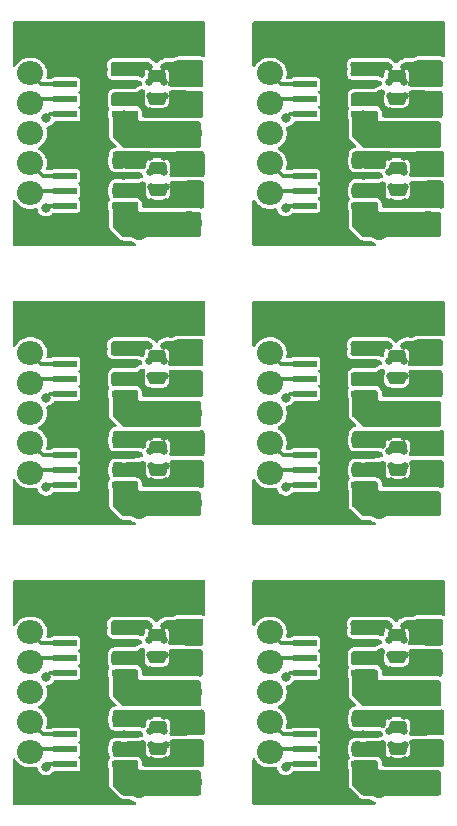
<source format=gbr>
%TF.GenerationSoftware,KiCad,Pcbnew,8.0.4*%
%TF.CreationDate,2024-09-15T23:07:02-03:00*%
%TF.ProjectId,panelized_TB67,70616e65-6c69-47a6-9564-5f544236372e,rev?*%
%TF.SameCoordinates,Original*%
%TF.FileFunction,Copper,L1,Top*%
%TF.FilePolarity,Positive*%
%FSLAX46Y46*%
G04 Gerber Fmt 4.6, Leading zero omitted, Abs format (unit mm)*
G04 Created by KiCad (PCBNEW 8.0.4) date 2024-09-15 23:07:02*
%MOMM*%
%LPD*%
G01*
G04 APERTURE LIST*
G04 Aperture macros list*
%AMRoundRect*
0 Rectangle with rounded corners*
0 $1 Rounding radius*
0 $2 $3 $4 $5 $6 $7 $8 $9 X,Y pos of 4 corners*
0 Add a 4 corners polygon primitive as box body*
4,1,4,$2,$3,$4,$5,$6,$7,$8,$9,$2,$3,0*
0 Add four circle primitives for the rounded corners*
1,1,$1+$1,$2,$3*
1,1,$1+$1,$4,$5*
1,1,$1+$1,$6,$7*
1,1,$1+$1,$8,$9*
0 Add four rect primitives between the rounded corners*
20,1,$1+$1,$2,$3,$4,$5,0*
20,1,$1+$1,$4,$5,$6,$7,0*
20,1,$1+$1,$6,$7,$8,$9,0*
20,1,$1+$1,$8,$9,$2,$3,0*%
G04 Aperture macros list end*
%TA.AperFunction,SMDPad,CuDef*%
%ADD10RoundRect,0.250000X0.475000X-0.250000X0.475000X0.250000X-0.475000X0.250000X-0.475000X-0.250000X0*%
%TD*%
%TA.AperFunction,SMDPad,CuDef*%
%ADD11RoundRect,0.040600X-0.944400X-0.249400X0.944400X-0.249400X0.944400X0.249400X-0.944400X0.249400X0*%
%TD*%
%TA.AperFunction,SMDPad,CuDef*%
%ADD12R,2.285000X2.285000*%
%TD*%
%TA.AperFunction,ComponentPad*%
%ADD13C,1.600000*%
%TD*%
%TA.AperFunction,ComponentPad*%
%ADD14R,2.200000X2.000000*%
%TD*%
%TA.AperFunction,ComponentPad*%
%ADD15O,2.200000X2.000000*%
%TD*%
%TA.AperFunction,ViaPad*%
%ADD16C,0.650000*%
%TD*%
%TA.AperFunction,ViaPad*%
%ADD17C,0.800000*%
%TD*%
%TA.AperFunction,Conductor*%
%ADD18C,0.304800*%
%TD*%
G04 APERTURE END LIST*
D10*
%TO.P,C2,1*%
%TO.N,Board_2-/IN_A1*%
X142400000Y-64850500D03*
%TO.P,C2,2*%
%TO.N,Board_2-/IN_A2*%
X142400000Y-62950500D03*
%TD*%
D11*
%TO.P,IC1,1,GND*%
%TO.N,Board_3-GND*%
X154950000Y-70100500D03*
%TO.P,IC1,2,IN2*%
%TO.N,Board_3-/IN_A2*%
X154950000Y-71370500D03*
%TO.P,IC1,3,IN1*%
%TO.N,Board_3-/IN_A1*%
X154950000Y-72640500D03*
%TO.P,IC1,4,VREF*%
%TO.N,Board_3-/VREF*%
X154950000Y-73910500D03*
%TO.P,IC1,5,VM*%
%TO.N,Board_3-/VM*%
X159890000Y-73910500D03*
%TO.P,IC1,6,OUT1*%
%TO.N,Board_3-/OUT_A1*%
X159890000Y-72640500D03*
%TO.P,IC1,7,RS*%
%TO.N,Board_3-GND*%
X159890000Y-71370500D03*
%TO.P,IC1,8,OUT2*%
%TO.N,Board_3-/OUT_A2*%
X159890000Y-70100500D03*
D12*
%TO.P,IC1,9,EP*%
%TO.N,Board_3-GND*%
X157420000Y-72005500D03*
%TD*%
D10*
%TO.P,C2,1*%
%TO.N,Board_3-/IN_A1*%
X162700000Y-64850500D03*
%TO.P,C2,2*%
%TO.N,Board_3-/IN_A2*%
X162700000Y-62950500D03*
%TD*%
D11*
%TO.P,IC2,1,GND*%
%TO.N,Board_3-GND*%
X154950000Y-62360500D03*
%TO.P,IC2,2,IN2*%
%TO.N,Board_3-/IN_B2*%
X154950000Y-63630500D03*
%TO.P,IC2,3,IN1*%
%TO.N,Board_3-/IN_B1*%
X154950000Y-64900500D03*
%TO.P,IC2,4,VREF*%
%TO.N,Board_3-/VREF*%
X154950000Y-66170500D03*
%TO.P,IC2,5,VM*%
%TO.N,Board_3-/VM*%
X159890000Y-66170500D03*
%TO.P,IC2,6,OUT1*%
%TO.N,Board_3-/OUT_B1*%
X159890000Y-64900500D03*
%TO.P,IC2,7,RS*%
%TO.N,Board_3-GND*%
X159890000Y-63630500D03*
%TO.P,IC2,8,OUT2*%
%TO.N,Board_3-/OUT_B2*%
X159890000Y-62360500D03*
D12*
%TO.P,IC2,9,EP*%
%TO.N,Board_3-GND*%
X157420000Y-64265500D03*
%TD*%
D11*
%TO.P,IC2,1,GND*%
%TO.N,Board_5-GND*%
X154950000Y-86010500D03*
%TO.P,IC2,2,IN2*%
%TO.N,Board_5-/IN_B2*%
X154950000Y-87280500D03*
%TO.P,IC2,3,IN1*%
%TO.N,Board_5-/IN_B1*%
X154950000Y-88550500D03*
%TO.P,IC2,4,VREF*%
%TO.N,Board_5-/VREF*%
X154950000Y-89820500D03*
%TO.P,IC2,5,VM*%
%TO.N,Board_5-/VM*%
X159890000Y-89820500D03*
%TO.P,IC2,6,OUT1*%
%TO.N,Board_5-/OUT_B1*%
X159890000Y-88550500D03*
%TO.P,IC2,7,RS*%
%TO.N,Board_5-GND*%
X159890000Y-87280500D03*
%TO.P,IC2,8,OUT2*%
%TO.N,Board_5-/OUT_B2*%
X159890000Y-86010500D03*
D12*
%TO.P,IC2,9,EP*%
%TO.N,Board_5-GND*%
X157420000Y-87915500D03*
%TD*%
D11*
%TO.P,IC1,1,GND*%
%TO.N,Board_1-GND*%
X154950000Y-46450500D03*
%TO.P,IC1,2,IN2*%
%TO.N,Board_1-/IN_A2*%
X154950000Y-47720500D03*
%TO.P,IC1,3,IN1*%
%TO.N,Board_1-/IN_A1*%
X154950000Y-48990500D03*
%TO.P,IC1,4,VREF*%
%TO.N,Board_1-/VREF*%
X154950000Y-50260500D03*
%TO.P,IC1,5,VM*%
%TO.N,Board_1-/VM*%
X159890000Y-50260500D03*
%TO.P,IC1,6,OUT1*%
%TO.N,Board_1-/OUT_A1*%
X159890000Y-48990500D03*
%TO.P,IC1,7,RS*%
%TO.N,Board_1-GND*%
X159890000Y-47720500D03*
%TO.P,IC1,8,OUT2*%
%TO.N,Board_1-/OUT_A2*%
X159890000Y-46450500D03*
D12*
%TO.P,IC1,9,EP*%
%TO.N,Board_1-GND*%
X157420000Y-48355500D03*
%TD*%
D10*
%TO.P,C1,1*%
%TO.N,Board_4-/IN_B1*%
X142500000Y-96250500D03*
%TO.P,C1,2*%
%TO.N,Board_4-/IN_B2*%
X142500000Y-94350500D03*
%TD*%
%TO.P,C2,1*%
%TO.N,Board_4-/IN_A1*%
X142400000Y-88500500D03*
%TO.P,C2,2*%
%TO.N,Board_4-/IN_A2*%
X142400000Y-86600500D03*
%TD*%
D13*
%TO.P,C3,1*%
%TO.N,Board_1-/VM*%
X161200000Y-52350500D03*
%TO.P,C3,2*%
%TO.N,Board_1-GND*%
X156200000Y-52350500D03*
%TD*%
D10*
%TO.P,C1,1*%
%TO.N,Board_2-/IN_B1*%
X142500000Y-72600500D03*
%TO.P,C1,2*%
%TO.N,Board_2-/IN_B2*%
X142500000Y-70700500D03*
%TD*%
D11*
%TO.P,IC2,1,GND*%
%TO.N,Board_0-GND*%
X134650000Y-38710500D03*
%TO.P,IC2,2,IN2*%
%TO.N,Board_0-/IN_B2*%
X134650000Y-39980500D03*
%TO.P,IC2,3,IN1*%
%TO.N,Board_0-/IN_B1*%
X134650000Y-41250500D03*
%TO.P,IC2,4,VREF*%
%TO.N,Board_0-/VREF*%
X134650000Y-42520500D03*
%TO.P,IC2,5,VM*%
%TO.N,Board_0-/VM*%
X139590000Y-42520500D03*
%TO.P,IC2,6,OUT1*%
%TO.N,Board_0-/OUT_B1*%
X139590000Y-41250500D03*
%TO.P,IC2,7,RS*%
%TO.N,Board_0-GND*%
X139590000Y-39980500D03*
%TO.P,IC2,8,OUT2*%
%TO.N,Board_0-/OUT_B2*%
X139590000Y-38710500D03*
D12*
%TO.P,IC2,9,EP*%
%TO.N,Board_0-GND*%
X137120000Y-40615500D03*
%TD*%
D11*
%TO.P,IC2,1,GND*%
%TO.N,Board_2-GND*%
X134650000Y-62360500D03*
%TO.P,IC2,2,IN2*%
%TO.N,Board_2-/IN_B2*%
X134650000Y-63630500D03*
%TO.P,IC2,3,IN1*%
%TO.N,Board_2-/IN_B1*%
X134650000Y-64900500D03*
%TO.P,IC2,4,VREF*%
%TO.N,Board_2-/VREF*%
X134650000Y-66170500D03*
%TO.P,IC2,5,VM*%
%TO.N,Board_2-/VM*%
X139590000Y-66170500D03*
%TO.P,IC2,6,OUT1*%
%TO.N,Board_2-/OUT_B1*%
X139590000Y-64900500D03*
%TO.P,IC2,7,RS*%
%TO.N,Board_2-GND*%
X139590000Y-63630500D03*
%TO.P,IC2,8,OUT2*%
%TO.N,Board_2-/OUT_B2*%
X139590000Y-62360500D03*
D12*
%TO.P,IC2,9,EP*%
%TO.N,Board_2-GND*%
X137120000Y-64265500D03*
%TD*%
D10*
%TO.P,C1,1*%
%TO.N,Board_3-/IN_B1*%
X162800000Y-72600500D03*
%TO.P,C1,2*%
%TO.N,Board_3-/IN_B2*%
X162800000Y-70700500D03*
%TD*%
D11*
%TO.P,IC2,1,GND*%
%TO.N,Board_4-GND*%
X134650000Y-86010500D03*
%TO.P,IC2,2,IN2*%
%TO.N,Board_4-/IN_B2*%
X134650000Y-87280500D03*
%TO.P,IC2,3,IN1*%
%TO.N,Board_4-/IN_B1*%
X134650000Y-88550500D03*
%TO.P,IC2,4,VREF*%
%TO.N,Board_4-/VREF*%
X134650000Y-89820500D03*
%TO.P,IC2,5,VM*%
%TO.N,Board_4-/VM*%
X139590000Y-89820500D03*
%TO.P,IC2,6,OUT1*%
%TO.N,Board_4-/OUT_B1*%
X139590000Y-88550500D03*
%TO.P,IC2,7,RS*%
%TO.N,Board_4-GND*%
X139590000Y-87280500D03*
%TO.P,IC2,8,OUT2*%
%TO.N,Board_4-/OUT_B2*%
X139590000Y-86010500D03*
D12*
%TO.P,IC2,9,EP*%
%TO.N,Board_4-GND*%
X137120000Y-87915500D03*
%TD*%
D10*
%TO.P,C2,1*%
%TO.N,Board_5-/IN_A1*%
X162700000Y-88500500D03*
%TO.P,C2,2*%
%TO.N,Board_5-/IN_A2*%
X162700000Y-86600500D03*
%TD*%
D13*
%TO.P,C3,1*%
%TO.N,Board_0-/VM*%
X140900000Y-52350500D03*
%TO.P,C3,2*%
%TO.N,Board_0-GND*%
X135900000Y-52350500D03*
%TD*%
D10*
%TO.P,C1,1*%
%TO.N,Board_1-/IN_B1*%
X162800000Y-48950500D03*
%TO.P,C1,2*%
%TO.N,Board_1-/IN_B2*%
X162800000Y-47050500D03*
%TD*%
%TO.P,C1,1*%
%TO.N,Board_5-/IN_B1*%
X162800000Y-96250500D03*
%TO.P,C1,2*%
%TO.N,Board_5-/IN_B2*%
X162800000Y-94350500D03*
%TD*%
%TO.P,C1,1*%
%TO.N,Board_0-/IN_B1*%
X142500000Y-48950500D03*
%TO.P,C1,2*%
%TO.N,Board_0-/IN_B2*%
X142500000Y-47050500D03*
%TD*%
D11*
%TO.P,IC1,1,GND*%
%TO.N,Board_5-GND*%
X154950000Y-93750500D03*
%TO.P,IC1,2,IN2*%
%TO.N,Board_5-/IN_A2*%
X154950000Y-95020500D03*
%TO.P,IC1,3,IN1*%
%TO.N,Board_5-/IN_A1*%
X154950000Y-96290500D03*
%TO.P,IC1,4,VREF*%
%TO.N,Board_5-/VREF*%
X154950000Y-97560500D03*
%TO.P,IC1,5,VM*%
%TO.N,Board_5-/VM*%
X159890000Y-97560500D03*
%TO.P,IC1,6,OUT1*%
%TO.N,Board_5-/OUT_A1*%
X159890000Y-96290500D03*
%TO.P,IC1,7,RS*%
%TO.N,Board_5-GND*%
X159890000Y-95020500D03*
%TO.P,IC1,8,OUT2*%
%TO.N,Board_5-/OUT_A2*%
X159890000Y-93750500D03*
D12*
%TO.P,IC1,9,EP*%
%TO.N,Board_5-GND*%
X157420000Y-95655500D03*
%TD*%
D11*
%TO.P,IC1,1,GND*%
%TO.N,Board_2-GND*%
X134650000Y-70100500D03*
%TO.P,IC1,2,IN2*%
%TO.N,Board_2-/IN_A2*%
X134650000Y-71370500D03*
%TO.P,IC1,3,IN1*%
%TO.N,Board_2-/IN_A1*%
X134650000Y-72640500D03*
%TO.P,IC1,4,VREF*%
%TO.N,Board_2-/VREF*%
X134650000Y-73910500D03*
%TO.P,IC1,5,VM*%
%TO.N,Board_2-/VM*%
X139590000Y-73910500D03*
%TO.P,IC1,6,OUT1*%
%TO.N,Board_2-/OUT_A1*%
X139590000Y-72640500D03*
%TO.P,IC1,7,RS*%
%TO.N,Board_2-GND*%
X139590000Y-71370500D03*
%TO.P,IC1,8,OUT2*%
%TO.N,Board_2-/OUT_A2*%
X139590000Y-70100500D03*
D12*
%TO.P,IC1,9,EP*%
%TO.N,Board_2-GND*%
X137120000Y-72005500D03*
%TD*%
D11*
%TO.P,IC1,1,GND*%
%TO.N,Board_0-GND*%
X134650000Y-46450500D03*
%TO.P,IC1,2,IN2*%
%TO.N,Board_0-/IN_A2*%
X134650000Y-47720500D03*
%TO.P,IC1,3,IN1*%
%TO.N,Board_0-/IN_A1*%
X134650000Y-48990500D03*
%TO.P,IC1,4,VREF*%
%TO.N,Board_0-/VREF*%
X134650000Y-50260500D03*
%TO.P,IC1,5,VM*%
%TO.N,Board_0-/VM*%
X139590000Y-50260500D03*
%TO.P,IC1,6,OUT1*%
%TO.N,Board_0-/OUT_A1*%
X139590000Y-48990500D03*
%TO.P,IC1,7,RS*%
%TO.N,Board_0-GND*%
X139590000Y-47720500D03*
%TO.P,IC1,8,OUT2*%
%TO.N,Board_0-/OUT_A2*%
X139590000Y-46450500D03*
D12*
%TO.P,IC1,9,EP*%
%TO.N,Board_0-GND*%
X137120000Y-48355500D03*
%TD*%
D13*
%TO.P,C3,1*%
%TO.N,Board_4-/VM*%
X140900000Y-99650500D03*
%TO.P,C3,2*%
%TO.N,Board_4-GND*%
X135900000Y-99650500D03*
%TD*%
D11*
%TO.P,IC1,1,GND*%
%TO.N,Board_4-GND*%
X134650000Y-93750500D03*
%TO.P,IC1,2,IN2*%
%TO.N,Board_4-/IN_A2*%
X134650000Y-95020500D03*
%TO.P,IC1,3,IN1*%
%TO.N,Board_4-/IN_A1*%
X134650000Y-96290500D03*
%TO.P,IC1,4,VREF*%
%TO.N,Board_4-/VREF*%
X134650000Y-97560500D03*
%TO.P,IC1,5,VM*%
%TO.N,Board_4-/VM*%
X139590000Y-97560500D03*
%TO.P,IC1,6,OUT1*%
%TO.N,Board_4-/OUT_A1*%
X139590000Y-96290500D03*
%TO.P,IC1,7,RS*%
%TO.N,Board_4-GND*%
X139590000Y-95020500D03*
%TO.P,IC1,8,OUT2*%
%TO.N,Board_4-/OUT_A2*%
X139590000Y-93750500D03*
D12*
%TO.P,IC1,9,EP*%
%TO.N,Board_4-GND*%
X137120000Y-95655500D03*
%TD*%
D11*
%TO.P,IC2,1,GND*%
%TO.N,Board_1-GND*%
X154950000Y-38710500D03*
%TO.P,IC2,2,IN2*%
%TO.N,Board_1-/IN_B2*%
X154950000Y-39980500D03*
%TO.P,IC2,3,IN1*%
%TO.N,Board_1-/IN_B1*%
X154950000Y-41250500D03*
%TO.P,IC2,4,VREF*%
%TO.N,Board_1-/VREF*%
X154950000Y-42520500D03*
%TO.P,IC2,5,VM*%
%TO.N,Board_1-/VM*%
X159890000Y-42520500D03*
%TO.P,IC2,6,OUT1*%
%TO.N,Board_1-/OUT_B1*%
X159890000Y-41250500D03*
%TO.P,IC2,7,RS*%
%TO.N,Board_1-GND*%
X159890000Y-39980500D03*
%TO.P,IC2,8,OUT2*%
%TO.N,Board_1-/OUT_B2*%
X159890000Y-38710500D03*
D12*
%TO.P,IC2,9,EP*%
%TO.N,Board_1-GND*%
X157420000Y-40615500D03*
%TD*%
D13*
%TO.P,C3,1*%
%TO.N,Board_3-/VM*%
X161200000Y-76000500D03*
%TO.P,C3,2*%
%TO.N,Board_3-GND*%
X156200000Y-76000500D03*
%TD*%
D10*
%TO.P,C2,1*%
%TO.N,Board_1-/IN_A1*%
X162700000Y-41200500D03*
%TO.P,C2,2*%
%TO.N,Board_1-/IN_A2*%
X162700000Y-39300500D03*
%TD*%
D13*
%TO.P,C3,1*%
%TO.N,Board_5-/VM*%
X161200000Y-99650500D03*
%TO.P,C3,2*%
%TO.N,Board_5-GND*%
X156200000Y-99650500D03*
%TD*%
D10*
%TO.P,C2,1*%
%TO.N,Board_0-/IN_A1*%
X142400000Y-41200500D03*
%TO.P,C2,2*%
%TO.N,Board_0-/IN_A2*%
X142400000Y-39300500D03*
%TD*%
D13*
%TO.P,C3,1*%
%TO.N,Board_2-/VM*%
X140900000Y-76000500D03*
%TO.P,C3,2*%
%TO.N,Board_2-GND*%
X135900000Y-76000500D03*
%TD*%
D14*
%TO.P,J2,1,Pin_1*%
%TO.N,Board_0-GND*%
X145090000Y-36510500D03*
D15*
%TO.P,J2,2,Pin_2*%
%TO.N,Board_0-/OUT_B2*%
X145090000Y-39050500D03*
%TO.P,J2,3,Pin_3*%
%TO.N,Board_0-/OUT_B1*%
X145090000Y-41590500D03*
%TO.P,J2,4,Pin_4*%
%TO.N,Board_0-/VM*%
X145090000Y-44130500D03*
%TO.P,J2,5,Pin_5*%
%TO.N,Board_0-/OUT_A2*%
X145090000Y-46670500D03*
%TO.P,J2,6,Pin_6*%
%TO.N,Board_0-/OUT_A1*%
X145090000Y-49210500D03*
%TO.P,J2,7,Pin_7*%
%TO.N,Board_0-/VM*%
X145090000Y-51750500D03*
%TD*%
D14*
%TO.P,J1,1,Pin_1*%
%TO.N,Board_0-GND*%
X131700000Y-36510500D03*
D15*
%TO.P,J1,2,Pin_2*%
%TO.N,Board_0-/IN_B2*%
X131700000Y-39050500D03*
%TO.P,J1,3,Pin_3*%
%TO.N,Board_0-/IN_B1*%
X131700000Y-41590500D03*
%TO.P,J1,4,Pin_4*%
%TO.N,Board_0-/VREF*%
X131700000Y-44130500D03*
%TO.P,J1,5,Pin_5*%
%TO.N,Board_0-/IN_A2*%
X131700000Y-46670500D03*
%TO.P,J1,6,Pin_6*%
%TO.N,Board_0-/IN_A1*%
X131700000Y-49210500D03*
%TO.P,J1,7,Pin_7*%
%TO.N,Board_0-GND*%
X131700000Y-51750500D03*
%TD*%
D14*
%TO.P,J1,1,Pin_1*%
%TO.N,Board_3-GND*%
X152000000Y-60160500D03*
D15*
%TO.P,J1,2,Pin_2*%
%TO.N,Board_3-/IN_B2*%
X152000000Y-62700500D03*
%TO.P,J1,3,Pin_3*%
%TO.N,Board_3-/IN_B1*%
X152000000Y-65240500D03*
%TO.P,J1,4,Pin_4*%
%TO.N,Board_3-/VREF*%
X152000000Y-67780500D03*
%TO.P,J1,5,Pin_5*%
%TO.N,Board_3-/IN_A2*%
X152000000Y-70320500D03*
%TO.P,J1,6,Pin_6*%
%TO.N,Board_3-/IN_A1*%
X152000000Y-72860500D03*
%TO.P,J1,7,Pin_7*%
%TO.N,Board_3-GND*%
X152000000Y-75400500D03*
%TD*%
D14*
%TO.P,J1,1,Pin_1*%
%TO.N,Board_4-GND*%
X131700000Y-83810500D03*
D15*
%TO.P,J1,2,Pin_2*%
%TO.N,Board_4-/IN_B2*%
X131700000Y-86350500D03*
%TO.P,J1,3,Pin_3*%
%TO.N,Board_4-/IN_B1*%
X131700000Y-88890500D03*
%TO.P,J1,4,Pin_4*%
%TO.N,Board_4-/VREF*%
X131700000Y-91430500D03*
%TO.P,J1,5,Pin_5*%
%TO.N,Board_4-/IN_A2*%
X131700000Y-93970500D03*
%TO.P,J1,6,Pin_6*%
%TO.N,Board_4-/IN_A1*%
X131700000Y-96510500D03*
%TO.P,J1,7,Pin_7*%
%TO.N,Board_4-GND*%
X131700000Y-99050500D03*
%TD*%
D14*
%TO.P,J2,1,Pin_1*%
%TO.N,Board_5-GND*%
X165390000Y-83810500D03*
D15*
%TO.P,J2,2,Pin_2*%
%TO.N,Board_5-/OUT_B2*%
X165390000Y-86350500D03*
%TO.P,J2,3,Pin_3*%
%TO.N,Board_5-/OUT_B1*%
X165390000Y-88890500D03*
%TO.P,J2,4,Pin_4*%
%TO.N,Board_5-/VM*%
X165390000Y-91430500D03*
%TO.P,J2,5,Pin_5*%
%TO.N,Board_5-/OUT_A2*%
X165390000Y-93970500D03*
%TO.P,J2,6,Pin_6*%
%TO.N,Board_5-/OUT_A1*%
X165390000Y-96510500D03*
%TO.P,J2,7,Pin_7*%
%TO.N,Board_5-/VM*%
X165390000Y-99050500D03*
%TD*%
D14*
%TO.P,J2,1,Pin_1*%
%TO.N,Board_2-GND*%
X145090000Y-60160500D03*
D15*
%TO.P,J2,2,Pin_2*%
%TO.N,Board_2-/OUT_B2*%
X145090000Y-62700500D03*
%TO.P,J2,3,Pin_3*%
%TO.N,Board_2-/OUT_B1*%
X145090000Y-65240500D03*
%TO.P,J2,4,Pin_4*%
%TO.N,Board_2-/VM*%
X145090000Y-67780500D03*
%TO.P,J2,5,Pin_5*%
%TO.N,Board_2-/OUT_A2*%
X145090000Y-70320500D03*
%TO.P,J2,6,Pin_6*%
%TO.N,Board_2-/OUT_A1*%
X145090000Y-72860500D03*
%TO.P,J2,7,Pin_7*%
%TO.N,Board_2-/VM*%
X145090000Y-75400500D03*
%TD*%
D14*
%TO.P,J2,1,Pin_1*%
%TO.N,Board_1-GND*%
X165390000Y-36510500D03*
D15*
%TO.P,J2,2,Pin_2*%
%TO.N,Board_1-/OUT_B2*%
X165390000Y-39050500D03*
%TO.P,J2,3,Pin_3*%
%TO.N,Board_1-/OUT_B1*%
X165390000Y-41590500D03*
%TO.P,J2,4,Pin_4*%
%TO.N,Board_1-/VM*%
X165390000Y-44130500D03*
%TO.P,J2,5,Pin_5*%
%TO.N,Board_1-/OUT_A2*%
X165390000Y-46670500D03*
%TO.P,J2,6,Pin_6*%
%TO.N,Board_1-/OUT_A1*%
X165390000Y-49210500D03*
%TO.P,J2,7,Pin_7*%
%TO.N,Board_1-/VM*%
X165390000Y-51750500D03*
%TD*%
D14*
%TO.P,J2,1,Pin_1*%
%TO.N,Board_3-GND*%
X165390000Y-60160500D03*
D15*
%TO.P,J2,2,Pin_2*%
%TO.N,Board_3-/OUT_B2*%
X165390000Y-62700500D03*
%TO.P,J2,3,Pin_3*%
%TO.N,Board_3-/OUT_B1*%
X165390000Y-65240500D03*
%TO.P,J2,4,Pin_4*%
%TO.N,Board_3-/VM*%
X165390000Y-67780500D03*
%TO.P,J2,5,Pin_5*%
%TO.N,Board_3-/OUT_A2*%
X165390000Y-70320500D03*
%TO.P,J2,6,Pin_6*%
%TO.N,Board_3-/OUT_A1*%
X165390000Y-72860500D03*
%TO.P,J2,7,Pin_7*%
%TO.N,Board_3-/VM*%
X165390000Y-75400500D03*
%TD*%
D14*
%TO.P,J1,1,Pin_1*%
%TO.N,Board_5-GND*%
X152000000Y-83810500D03*
D15*
%TO.P,J1,2,Pin_2*%
%TO.N,Board_5-/IN_B2*%
X152000000Y-86350500D03*
%TO.P,J1,3,Pin_3*%
%TO.N,Board_5-/IN_B1*%
X152000000Y-88890500D03*
%TO.P,J1,4,Pin_4*%
%TO.N,Board_5-/VREF*%
X152000000Y-91430500D03*
%TO.P,J1,5,Pin_5*%
%TO.N,Board_5-/IN_A2*%
X152000000Y-93970500D03*
%TO.P,J1,6,Pin_6*%
%TO.N,Board_5-/IN_A1*%
X152000000Y-96510500D03*
%TO.P,J1,7,Pin_7*%
%TO.N,Board_5-GND*%
X152000000Y-99050500D03*
%TD*%
D14*
%TO.P,J2,1,Pin_1*%
%TO.N,Board_4-GND*%
X145090000Y-83810500D03*
D15*
%TO.P,J2,2,Pin_2*%
%TO.N,Board_4-/OUT_B2*%
X145090000Y-86350500D03*
%TO.P,J2,3,Pin_3*%
%TO.N,Board_4-/OUT_B1*%
X145090000Y-88890500D03*
%TO.P,J2,4,Pin_4*%
%TO.N,Board_4-/VM*%
X145090000Y-91430500D03*
%TO.P,J2,5,Pin_5*%
%TO.N,Board_4-/OUT_A2*%
X145090000Y-93970500D03*
%TO.P,J2,6,Pin_6*%
%TO.N,Board_4-/OUT_A1*%
X145090000Y-96510500D03*
%TO.P,J2,7,Pin_7*%
%TO.N,Board_4-/VM*%
X145090000Y-99050500D03*
%TD*%
D14*
%TO.P,J1,1,Pin_1*%
%TO.N,Board_2-GND*%
X131700000Y-60160500D03*
D15*
%TO.P,J1,2,Pin_2*%
%TO.N,Board_2-/IN_B2*%
X131700000Y-62700500D03*
%TO.P,J1,3,Pin_3*%
%TO.N,Board_2-/IN_B1*%
X131700000Y-65240500D03*
%TO.P,J1,4,Pin_4*%
%TO.N,Board_2-/VREF*%
X131700000Y-67780500D03*
%TO.P,J1,5,Pin_5*%
%TO.N,Board_2-/IN_A2*%
X131700000Y-70320500D03*
%TO.P,J1,6,Pin_6*%
%TO.N,Board_2-/IN_A1*%
X131700000Y-72860500D03*
%TO.P,J1,7,Pin_7*%
%TO.N,Board_2-GND*%
X131700000Y-75400500D03*
%TD*%
D14*
%TO.P,J1,1,Pin_1*%
%TO.N,Board_1-GND*%
X152000000Y-36510500D03*
D15*
%TO.P,J1,2,Pin_2*%
%TO.N,Board_1-/IN_B2*%
X152000000Y-39050500D03*
%TO.P,J1,3,Pin_3*%
%TO.N,Board_1-/IN_B1*%
X152000000Y-41590500D03*
%TO.P,J1,4,Pin_4*%
%TO.N,Board_1-/VREF*%
X152000000Y-44130500D03*
%TO.P,J1,5,Pin_5*%
%TO.N,Board_1-/IN_A2*%
X152000000Y-46670500D03*
%TO.P,J1,6,Pin_6*%
%TO.N,Board_1-/IN_A1*%
X152000000Y-49210500D03*
%TO.P,J1,7,Pin_7*%
%TO.N,Board_1-GND*%
X152000000Y-51750500D03*
%TD*%
D16*
%TO.N,Board_0-/OUT_A1*%
X141900000Y-49900500D03*
X139590000Y-48990500D03*
X143150000Y-48650500D03*
X143150000Y-49900500D03*
X141900000Y-48650500D03*
%TO.N,Board_0-/OUT_A2*%
X143050000Y-47400500D03*
X143050000Y-46150500D03*
X141800000Y-46150500D03*
X139590000Y-46460500D03*
X141800000Y-47400500D03*
%TO.N,Board_0-/OUT_B1*%
X141850000Y-41000500D03*
X143100000Y-42250500D03*
X139590000Y-41250500D03*
X143100000Y-41000500D03*
X141850000Y-42250500D03*
%TO.N,Board_0-/OUT_B2*%
X143000000Y-39750500D03*
X143000000Y-38500500D03*
X141750000Y-39750500D03*
X141750000Y-38500500D03*
X139590000Y-38710500D03*
%TO.N,Board_0-/VM*%
X141850000Y-44850500D03*
X139250000Y-43650500D03*
X139590000Y-50260500D03*
X143150000Y-44850500D03*
X140550000Y-43650500D03*
X143250000Y-52500500D03*
X143150000Y-43650500D03*
X143250000Y-51300500D03*
X140550000Y-44850500D03*
X141850000Y-43650500D03*
X141950000Y-51300500D03*
X139350000Y-51300500D03*
X139590000Y-42520500D03*
D17*
%TO.N,Board_0-/VREF*%
X133050000Y-42850500D03*
X133000000Y-50450500D03*
D16*
%TO.N,Board_0-GND*%
X133800000Y-35300500D03*
X137800000Y-43650500D03*
X141300000Y-36300500D03*
X137120000Y-46450500D03*
X133850000Y-53150500D03*
X142800000Y-37300500D03*
X134200000Y-43650500D03*
X139800000Y-35300500D03*
X142800000Y-36300500D03*
X135300000Y-35300500D03*
X134200000Y-44650500D03*
X137930000Y-39805500D03*
X134200000Y-45650500D03*
X139800000Y-37300500D03*
X136310000Y-49165500D03*
X137930000Y-48355500D03*
X137930000Y-41425500D03*
X137120000Y-48355500D03*
X136600000Y-44650500D03*
X136310000Y-47545500D03*
X137930000Y-50250500D03*
X137120000Y-40615500D03*
X133800000Y-37300500D03*
X138300000Y-35300500D03*
X136310000Y-40615500D03*
X136310000Y-46450500D03*
X137930000Y-49165500D03*
X137930000Y-42550500D03*
X136800000Y-37300500D03*
X137120000Y-38700500D03*
X137120000Y-42550500D03*
X136600000Y-43650500D03*
X135400000Y-45650500D03*
X137930000Y-47545500D03*
X137750000Y-52250500D03*
X137120000Y-39805500D03*
X137120000Y-49165500D03*
X139590000Y-47720500D03*
X136310000Y-41425500D03*
X135300000Y-36300500D03*
X137120000Y-50250500D03*
X136310000Y-42550500D03*
X134650000Y-46450500D03*
X133850000Y-51350500D03*
X136310000Y-39805500D03*
X135400000Y-43650500D03*
X136310000Y-50250500D03*
X136310000Y-48355500D03*
X137120000Y-47545500D03*
X137930000Y-46450500D03*
X138300000Y-37300500D03*
X136600000Y-45650500D03*
X139800000Y-36300500D03*
X134650000Y-38710500D03*
X136310000Y-38700500D03*
X133850000Y-52250500D03*
X139590000Y-39980500D03*
X135300000Y-37300500D03*
X136800000Y-36300500D03*
X135400000Y-44650500D03*
X142800000Y-35300500D03*
X137930000Y-38700500D03*
X137750000Y-51350500D03*
X133800000Y-36300500D03*
X137930000Y-40615500D03*
X137120000Y-41425500D03*
X138300000Y-36300500D03*
X141300000Y-37300500D03*
X137750000Y-53150500D03*
X136800000Y-35300500D03*
X137800000Y-45650500D03*
X137800000Y-44650500D03*
X141300000Y-35300500D03*
%TO.N,Board_1-/OUT_A1*%
X162200000Y-49900500D03*
X159890000Y-48990500D03*
X163450000Y-48650500D03*
X162200000Y-48650500D03*
X163450000Y-49900500D03*
%TO.N,Board_1-/OUT_A2*%
X163350000Y-47400500D03*
X162100000Y-47400500D03*
X163350000Y-46150500D03*
X162100000Y-46150500D03*
X159890000Y-46460500D03*
%TO.N,Board_1-/OUT_B1*%
X162150000Y-41000500D03*
X159890000Y-41250500D03*
X162150000Y-42250500D03*
X163400000Y-42250500D03*
X163400000Y-41000500D03*
%TO.N,Board_1-/OUT_B2*%
X163300000Y-39750500D03*
X159890000Y-38710500D03*
X163300000Y-38500500D03*
X162050000Y-38500500D03*
X162050000Y-39750500D03*
%TO.N,Board_1-/VM*%
X159550000Y-43650500D03*
X159890000Y-50260500D03*
X160850000Y-43650500D03*
X163550000Y-52500500D03*
X162250000Y-51300500D03*
X163450000Y-44850500D03*
X163450000Y-43650500D03*
X162150000Y-44850500D03*
X160850000Y-44850500D03*
X159650000Y-51300500D03*
X162150000Y-43650500D03*
X163550000Y-51300500D03*
X159890000Y-42520500D03*
D17*
%TO.N,Board_1-/VREF*%
X153350000Y-42850500D03*
X153300000Y-50450500D03*
D16*
%TO.N,Board_1-GND*%
X155700000Y-43650500D03*
X156610000Y-41425500D03*
X156610000Y-50250500D03*
X158600000Y-35300500D03*
X157100000Y-37300500D03*
X156610000Y-42550500D03*
X158230000Y-39805500D03*
X154150000Y-53150500D03*
X155600000Y-37300500D03*
X158230000Y-50250500D03*
X158230000Y-38700500D03*
X154100000Y-36300500D03*
X158050000Y-51350500D03*
X156900000Y-43650500D03*
X156610000Y-49165500D03*
X154150000Y-52250500D03*
X156900000Y-45650500D03*
X156610000Y-38700500D03*
X157420000Y-46450500D03*
X158100000Y-43650500D03*
X157420000Y-47545500D03*
X158230000Y-47545500D03*
X163100000Y-37300500D03*
X158050000Y-52250500D03*
X155600000Y-36300500D03*
X163100000Y-35300500D03*
X160100000Y-37300500D03*
X158230000Y-48355500D03*
X156610000Y-39805500D03*
X154100000Y-37300500D03*
X158600000Y-36300500D03*
X156610000Y-46450500D03*
X158230000Y-46450500D03*
X156610000Y-40615500D03*
X154500000Y-43650500D03*
X158230000Y-42550500D03*
X157420000Y-50250500D03*
X157420000Y-39805500D03*
X161600000Y-37300500D03*
X156610000Y-48355500D03*
X157420000Y-38700500D03*
X160100000Y-36300500D03*
X160100000Y-35300500D03*
X157100000Y-35300500D03*
X158050000Y-53150500D03*
X157420000Y-42550500D03*
X163100000Y-36300500D03*
X158100000Y-45650500D03*
X155700000Y-45650500D03*
X157420000Y-49165500D03*
X156900000Y-44650500D03*
X158600000Y-37300500D03*
X155600000Y-35300500D03*
X158230000Y-49165500D03*
X157420000Y-48355500D03*
X159890000Y-39980500D03*
X154500000Y-44650500D03*
X155700000Y-44650500D03*
X158100000Y-44650500D03*
X157420000Y-41425500D03*
X158230000Y-40615500D03*
X158230000Y-41425500D03*
X154950000Y-38710500D03*
X159890000Y-47720500D03*
X156610000Y-47545500D03*
X157100000Y-36300500D03*
X154500000Y-45650500D03*
X154950000Y-46450500D03*
X157420000Y-40615500D03*
X161600000Y-35300500D03*
X154150000Y-51350500D03*
X154100000Y-35300500D03*
X161600000Y-36300500D03*
%TO.N,Board_2-/OUT_A1*%
X139590000Y-72640500D03*
X141900000Y-72300500D03*
X143150000Y-73550500D03*
X143150000Y-72300500D03*
X141900000Y-73550500D03*
%TO.N,Board_2-/OUT_A2*%
X139590000Y-70110500D03*
X141800000Y-69800500D03*
X143050000Y-69800500D03*
X141800000Y-71050500D03*
X143050000Y-71050500D03*
%TO.N,Board_2-/OUT_B1*%
X141850000Y-64650500D03*
X139590000Y-64900500D03*
X143100000Y-64650500D03*
X143100000Y-65900500D03*
X141850000Y-65900500D03*
%TO.N,Board_2-/OUT_B2*%
X139590000Y-62360500D03*
X141750000Y-63400500D03*
X141750000Y-62150500D03*
X143000000Y-62150500D03*
X143000000Y-63400500D03*
%TO.N,Board_2-/VM*%
X141850000Y-68500500D03*
X139250000Y-67300500D03*
X139590000Y-73910500D03*
X140550000Y-67300500D03*
X143150000Y-68500500D03*
X143250000Y-74950500D03*
X141850000Y-67300500D03*
X143250000Y-76150500D03*
X141950000Y-74950500D03*
X140550000Y-68500500D03*
X139590000Y-66170500D03*
X143150000Y-67300500D03*
X139350000Y-74950500D03*
D17*
%TO.N,Board_2-/VREF*%
X133000000Y-74100500D03*
X133050000Y-66500500D03*
D16*
%TO.N,Board_2-GND*%
X136310000Y-72005500D03*
X137930000Y-71195500D03*
X136800000Y-59950500D03*
X141300000Y-59950500D03*
X137750000Y-75000500D03*
X139590000Y-63630500D03*
X137120000Y-70100500D03*
X134650000Y-70100500D03*
X136310000Y-70100500D03*
X137930000Y-66200500D03*
X141300000Y-60950500D03*
X139800000Y-59950500D03*
X134200000Y-68300500D03*
X136600000Y-68300500D03*
X137120000Y-62350500D03*
X139800000Y-58950500D03*
X133800000Y-58950500D03*
X137930000Y-70100500D03*
X139590000Y-71370500D03*
X136310000Y-64265500D03*
X133850000Y-76800500D03*
X137120000Y-66200500D03*
X133800000Y-60950500D03*
X136600000Y-67300500D03*
X134650000Y-62360500D03*
X137120000Y-63455500D03*
X139800000Y-60950500D03*
X135400000Y-67300500D03*
X137750000Y-76800500D03*
X134200000Y-67300500D03*
X136310000Y-71195500D03*
X137800000Y-68300500D03*
X142800000Y-59950500D03*
X142800000Y-60950500D03*
X137120000Y-64265500D03*
X137120000Y-73900500D03*
X135300000Y-60950500D03*
X137800000Y-67300500D03*
X135300000Y-59950500D03*
X137750000Y-75900500D03*
X136800000Y-60950500D03*
X135300000Y-58950500D03*
X137930000Y-72005500D03*
X133850000Y-75000500D03*
X135400000Y-69300500D03*
X142800000Y-58950500D03*
X137800000Y-69300500D03*
X137120000Y-71195500D03*
X137120000Y-65075500D03*
X138300000Y-58950500D03*
X133850000Y-75900500D03*
X137930000Y-72815500D03*
X137120000Y-72005500D03*
X136600000Y-69300500D03*
X138300000Y-60950500D03*
X136310000Y-72815500D03*
X136310000Y-73900500D03*
X135400000Y-68300500D03*
X137930000Y-65075500D03*
X136800000Y-58950500D03*
X136310000Y-63455500D03*
X133800000Y-59950500D03*
X137930000Y-63455500D03*
X137120000Y-72815500D03*
X137930000Y-64265500D03*
X136310000Y-62350500D03*
X134200000Y-69300500D03*
X141300000Y-58950500D03*
X136310000Y-66200500D03*
X137930000Y-62350500D03*
X136310000Y-65075500D03*
X138300000Y-59950500D03*
X137930000Y-73900500D03*
%TO.N,Board_3-/OUT_A1*%
X162200000Y-73550500D03*
X163450000Y-72300500D03*
X159890000Y-72640500D03*
X162200000Y-72300500D03*
X163450000Y-73550500D03*
%TO.N,Board_3-/OUT_A2*%
X162100000Y-69800500D03*
X163350000Y-71050500D03*
X163350000Y-69800500D03*
X162100000Y-71050500D03*
X159890000Y-70110500D03*
%TO.N,Board_3-/OUT_B1*%
X163400000Y-64650500D03*
X162150000Y-64650500D03*
X163400000Y-65900500D03*
X159890000Y-64900500D03*
X162150000Y-65900500D03*
%TO.N,Board_3-/OUT_B2*%
X163300000Y-63400500D03*
X163300000Y-62150500D03*
X162050000Y-63400500D03*
X162050000Y-62150500D03*
X159890000Y-62360500D03*
%TO.N,Board_3-/VM*%
X160850000Y-67300500D03*
X162150000Y-67300500D03*
X162150000Y-68500500D03*
X162250000Y-74950500D03*
X163450000Y-67300500D03*
X159650000Y-74950500D03*
X163450000Y-68500500D03*
X163550000Y-74950500D03*
X163550000Y-76150500D03*
X159550000Y-67300500D03*
X159890000Y-73910500D03*
X159890000Y-66170500D03*
X160850000Y-68500500D03*
D17*
%TO.N,Board_3-/VREF*%
X153350000Y-66500500D03*
X153300000Y-74100500D03*
D16*
%TO.N,Board_3-GND*%
X156900000Y-68300500D03*
X158230000Y-63455500D03*
X157420000Y-62350500D03*
X157420000Y-66200500D03*
X163100000Y-58950500D03*
X158230000Y-62350500D03*
X155600000Y-60950500D03*
X158230000Y-72815500D03*
X158100000Y-69300500D03*
X156900000Y-69300500D03*
X158100000Y-68300500D03*
X157420000Y-72815500D03*
X158600000Y-59950500D03*
X156610000Y-65075500D03*
X163100000Y-59950500D03*
X154150000Y-75000500D03*
X155700000Y-67300500D03*
X154500000Y-67300500D03*
X155600000Y-58950500D03*
X157420000Y-63455500D03*
X154100000Y-59950500D03*
X156610000Y-63455500D03*
X156610000Y-72815500D03*
X160100000Y-58950500D03*
X158050000Y-75900500D03*
X155700000Y-69300500D03*
X158230000Y-70100500D03*
X154100000Y-58950500D03*
X157420000Y-73900500D03*
X158230000Y-73900500D03*
X157420000Y-64265500D03*
X154500000Y-69300500D03*
X156610000Y-64265500D03*
X157420000Y-71195500D03*
X158600000Y-58950500D03*
X158230000Y-72005500D03*
X156610000Y-72005500D03*
X157100000Y-58950500D03*
X156900000Y-67300500D03*
X157420000Y-65075500D03*
X156610000Y-73900500D03*
X160100000Y-59950500D03*
X158600000Y-60950500D03*
X161600000Y-60950500D03*
X158230000Y-64265500D03*
X155700000Y-68300500D03*
X158050000Y-76800500D03*
X158230000Y-65075500D03*
X163100000Y-60950500D03*
X161600000Y-58950500D03*
X154150000Y-75900500D03*
X158100000Y-67300500D03*
X156610000Y-71195500D03*
X156610000Y-62350500D03*
X154150000Y-76800500D03*
X156610000Y-70100500D03*
X159890000Y-63630500D03*
X157420000Y-70100500D03*
X158230000Y-66200500D03*
X155600000Y-59950500D03*
X160100000Y-60950500D03*
X154500000Y-68300500D03*
X157100000Y-59950500D03*
X154950000Y-70100500D03*
X154950000Y-62360500D03*
X157100000Y-60950500D03*
X154100000Y-60950500D03*
X156610000Y-66200500D03*
X157420000Y-72005500D03*
X158050000Y-75000500D03*
X158230000Y-71195500D03*
X159890000Y-71370500D03*
X161600000Y-59950500D03*
%TO.N,Board_4-/OUT_A1*%
X139590000Y-96290500D03*
X141900000Y-97200500D03*
X143150000Y-95950500D03*
X143150000Y-97200500D03*
X141900000Y-95950500D03*
%TO.N,Board_4-/OUT_A2*%
X141800000Y-94700500D03*
X143050000Y-93450500D03*
X141800000Y-93450500D03*
X139590000Y-93760500D03*
X143050000Y-94700500D03*
%TO.N,Board_4-/OUT_B1*%
X141850000Y-88300500D03*
X143100000Y-89550500D03*
X141850000Y-89550500D03*
X139590000Y-88550500D03*
X143100000Y-88300500D03*
%TO.N,Board_4-/OUT_B2*%
X141750000Y-85800500D03*
X141750000Y-87050500D03*
X139590000Y-86010500D03*
X143000000Y-87050500D03*
X143000000Y-85800500D03*
%TO.N,Board_4-/VM*%
X139250000Y-90950500D03*
X140550000Y-92150500D03*
X141950000Y-98600500D03*
X141850000Y-90950500D03*
X143250000Y-99800500D03*
X143150000Y-90950500D03*
X141850000Y-92150500D03*
X143150000Y-92150500D03*
X143250000Y-98600500D03*
X139350000Y-98600500D03*
X139590000Y-89820500D03*
X139590000Y-97560500D03*
X140550000Y-90950500D03*
D17*
%TO.N,Board_4-/VREF*%
X133050000Y-90150500D03*
X133000000Y-97750500D03*
D16*
%TO.N,Board_4-GND*%
X136310000Y-87105500D03*
X133800000Y-84600500D03*
X137120000Y-94845500D03*
X136310000Y-86000500D03*
X135300000Y-84600500D03*
X136600000Y-90950500D03*
X133800000Y-83600500D03*
X136800000Y-82600500D03*
X136600000Y-91950500D03*
X137930000Y-86000500D03*
X137120000Y-86000500D03*
X137120000Y-87915500D03*
X136800000Y-83600500D03*
X136310000Y-89850500D03*
X135300000Y-82600500D03*
X137930000Y-94845500D03*
X136310000Y-93750500D03*
X135400000Y-90950500D03*
X137930000Y-87105500D03*
X135300000Y-83600500D03*
X136310000Y-87915500D03*
X139800000Y-83600500D03*
X137120000Y-89850500D03*
X142800000Y-84600500D03*
X137930000Y-89850500D03*
X136310000Y-94845500D03*
X138300000Y-83600500D03*
X139800000Y-84600500D03*
X138300000Y-82600500D03*
X139590000Y-87280500D03*
X137120000Y-88725500D03*
X137120000Y-96465500D03*
X139800000Y-82600500D03*
X137930000Y-97550500D03*
X141300000Y-82600500D03*
X137800000Y-92950500D03*
X137930000Y-87915500D03*
X135400000Y-92950500D03*
X133850000Y-100450500D03*
X133850000Y-99550500D03*
X137120000Y-87105500D03*
X134200000Y-92950500D03*
X142800000Y-82600500D03*
X133800000Y-82600500D03*
X137120000Y-93750500D03*
X137930000Y-96465500D03*
X134200000Y-91950500D03*
X136310000Y-88725500D03*
X136310000Y-97550500D03*
X137930000Y-95655500D03*
X136310000Y-95655500D03*
X137930000Y-88725500D03*
X137750000Y-100450500D03*
X134200000Y-90950500D03*
X133850000Y-98650500D03*
X136600000Y-92950500D03*
X137800000Y-90950500D03*
X138300000Y-84600500D03*
X135400000Y-91950500D03*
X136800000Y-84600500D03*
X137930000Y-93750500D03*
X142800000Y-83600500D03*
X134650000Y-93750500D03*
X136310000Y-96465500D03*
X137750000Y-98650500D03*
X137120000Y-95655500D03*
X134650000Y-86010500D03*
X137750000Y-99550500D03*
X139590000Y-95020500D03*
X137800000Y-91950500D03*
X141300000Y-83600500D03*
X137120000Y-97550500D03*
X141300000Y-84600500D03*
%TO.N,Board_5-/OUT_A1*%
X159890000Y-96290500D03*
X163450000Y-97200500D03*
X163450000Y-95950500D03*
X162200000Y-95950500D03*
X162200000Y-97200500D03*
%TO.N,Board_5-/OUT_A2*%
X162100000Y-93450500D03*
X163350000Y-93450500D03*
X162100000Y-94700500D03*
X159890000Y-93760500D03*
X163350000Y-94700500D03*
%TO.N,Board_5-/OUT_B1*%
X162150000Y-88300500D03*
X163400000Y-89550500D03*
X159890000Y-88550500D03*
X163400000Y-88300500D03*
X162150000Y-89550500D03*
%TO.N,Board_5-/OUT_B2*%
X163300000Y-87050500D03*
X162050000Y-85800500D03*
X162050000Y-87050500D03*
X159890000Y-86010500D03*
X163300000Y-85800500D03*
%TO.N,Board_5-/VM*%
X162150000Y-92150500D03*
X159650000Y-98600500D03*
X159550000Y-90950500D03*
X163550000Y-99800500D03*
X159890000Y-97560500D03*
X160850000Y-90950500D03*
X159890000Y-89820500D03*
X163450000Y-92150500D03*
X162150000Y-90950500D03*
X163550000Y-98600500D03*
X160850000Y-92150500D03*
X162250000Y-98600500D03*
X163450000Y-90950500D03*
D17*
%TO.N,Board_5-/VREF*%
X153350000Y-90150500D03*
X153300000Y-97750500D03*
D16*
%TO.N,Board_5-GND*%
X157420000Y-96465500D03*
X158100000Y-92950500D03*
X163100000Y-84600500D03*
X156610000Y-86000500D03*
X156610000Y-95655500D03*
X159890000Y-87280500D03*
X157420000Y-97550500D03*
X158230000Y-86000500D03*
X154500000Y-91950500D03*
X163100000Y-82600500D03*
X155600000Y-83600500D03*
X157100000Y-84600500D03*
X155700000Y-91950500D03*
X158230000Y-95655500D03*
X157420000Y-89850500D03*
X156900000Y-92950500D03*
X157420000Y-87915500D03*
X156900000Y-91950500D03*
X160100000Y-83600500D03*
X163100000Y-83600500D03*
X156610000Y-88725500D03*
X157420000Y-95655500D03*
X157100000Y-82600500D03*
X157420000Y-87105500D03*
X154100000Y-83600500D03*
X154150000Y-98650500D03*
X158230000Y-88725500D03*
X158600000Y-82600500D03*
X157420000Y-88725500D03*
X156610000Y-96465500D03*
X155700000Y-92950500D03*
X158100000Y-91950500D03*
X157420000Y-86000500D03*
X154100000Y-84600500D03*
X154150000Y-100450500D03*
X158050000Y-100450500D03*
X158230000Y-87105500D03*
X156610000Y-89850500D03*
X158230000Y-89850500D03*
X156610000Y-87105500D03*
X156610000Y-87915500D03*
X154150000Y-99550500D03*
X158230000Y-93750500D03*
X154500000Y-90950500D03*
X158100000Y-90950500D03*
X157100000Y-83600500D03*
X156610000Y-93750500D03*
X160100000Y-84600500D03*
X154950000Y-93750500D03*
X158230000Y-96465500D03*
X161600000Y-84600500D03*
X158230000Y-87915500D03*
X158050000Y-98650500D03*
X154500000Y-92950500D03*
X155600000Y-84600500D03*
X158230000Y-94845500D03*
X157420000Y-94845500D03*
X154100000Y-82600500D03*
X157420000Y-93750500D03*
X155600000Y-82600500D03*
X154950000Y-86010500D03*
X158600000Y-84600500D03*
X158600000Y-83600500D03*
X159890000Y-95020500D03*
X156610000Y-97550500D03*
X160100000Y-82600500D03*
X161600000Y-82600500D03*
X158050000Y-99550500D03*
X155700000Y-90950500D03*
X156900000Y-90950500D03*
X158230000Y-97550500D03*
X156610000Y-94845500D03*
X161600000Y-83600500D03*
%TD*%
D18*
%TO.N,Board_0-/IN_A1*%
X131920000Y-48990500D02*
X131700000Y-49210500D01*
X134650000Y-48990500D02*
X131920000Y-48990500D01*
%TO.N,Board_0-/IN_A2*%
X134650000Y-47720500D02*
X132750000Y-47720500D01*
X132750000Y-47720500D02*
X131700000Y-46670500D01*
%TO.N,Board_0-/IN_B1*%
X132040000Y-41250500D02*
X131700000Y-41590500D01*
X134650000Y-41250500D02*
X132040000Y-41250500D01*
%TO.N,Board_0-/IN_B2*%
X132630000Y-39980500D02*
X131700000Y-39050500D01*
X134650000Y-39980500D02*
X132630000Y-39980500D01*
%TO.N,Board_0-/VREF*%
X133380000Y-42520500D02*
X134650000Y-42520500D01*
X133050000Y-42850500D02*
X133380000Y-42520500D01*
X133190000Y-50260500D02*
X133000000Y-50450500D01*
X134650000Y-50260500D02*
X133190000Y-50260500D01*
%TO.N,Board_1-/IN_A1*%
X154950000Y-48990500D02*
X152220000Y-48990500D01*
X152220000Y-48990500D02*
X152000000Y-49210500D01*
%TO.N,Board_1-/IN_A2*%
X153050000Y-47720500D02*
X152000000Y-46670500D01*
X154950000Y-47720500D02*
X153050000Y-47720500D01*
%TO.N,Board_1-/IN_B1*%
X154950000Y-41250500D02*
X152340000Y-41250500D01*
X152340000Y-41250500D02*
X152000000Y-41590500D01*
%TO.N,Board_1-/IN_B2*%
X154950000Y-39980500D02*
X152930000Y-39980500D01*
X152930000Y-39980500D02*
X152000000Y-39050500D01*
%TO.N,Board_1-/VREF*%
X153490000Y-50260500D02*
X153300000Y-50450500D01*
X154950000Y-50260500D02*
X153490000Y-50260500D01*
X153680000Y-42520500D02*
X154950000Y-42520500D01*
X153350000Y-42850500D02*
X153680000Y-42520500D01*
%TO.N,Board_2-/IN_A1*%
X131920000Y-72640500D02*
X131700000Y-72860500D01*
X134650000Y-72640500D02*
X131920000Y-72640500D01*
%TO.N,Board_2-/IN_A2*%
X134650000Y-71370500D02*
X132750000Y-71370500D01*
X132750000Y-71370500D02*
X131700000Y-70320500D01*
%TO.N,Board_2-/IN_B1*%
X134650000Y-64900500D02*
X132040000Y-64900500D01*
X132040000Y-64900500D02*
X131700000Y-65240500D01*
%TO.N,Board_2-/IN_B2*%
X132630000Y-63630500D02*
X131700000Y-62700500D01*
X134650000Y-63630500D02*
X132630000Y-63630500D01*
%TO.N,Board_2-/VREF*%
X133380000Y-66170500D02*
X134650000Y-66170500D01*
X133190000Y-73910500D02*
X133000000Y-74100500D01*
X134650000Y-73910500D02*
X133190000Y-73910500D01*
X133050000Y-66500500D02*
X133380000Y-66170500D01*
%TO.N,Board_3-/IN_A1*%
X152220000Y-72640500D02*
X152000000Y-72860500D01*
X154950000Y-72640500D02*
X152220000Y-72640500D01*
%TO.N,Board_3-/IN_A2*%
X153050000Y-71370500D02*
X152000000Y-70320500D01*
X154950000Y-71370500D02*
X153050000Y-71370500D01*
%TO.N,Board_3-/IN_B1*%
X154950000Y-64900500D02*
X152340000Y-64900500D01*
X152340000Y-64900500D02*
X152000000Y-65240500D01*
%TO.N,Board_3-/IN_B2*%
X152930000Y-63630500D02*
X152000000Y-62700500D01*
X154950000Y-63630500D02*
X152930000Y-63630500D01*
%TO.N,Board_3-/VREF*%
X153490000Y-73910500D02*
X153300000Y-74100500D01*
X154950000Y-73910500D02*
X153490000Y-73910500D01*
X153680000Y-66170500D02*
X154950000Y-66170500D01*
X153350000Y-66500500D02*
X153680000Y-66170500D01*
%TO.N,Board_4-/IN_A1*%
X131920000Y-96290500D02*
X131700000Y-96510500D01*
X134650000Y-96290500D02*
X131920000Y-96290500D01*
%TO.N,Board_4-/IN_A2*%
X132750000Y-95020500D02*
X131700000Y-93970500D01*
X134650000Y-95020500D02*
X132750000Y-95020500D01*
%TO.N,Board_4-/IN_B1*%
X132040000Y-88550500D02*
X131700000Y-88890500D01*
X134650000Y-88550500D02*
X132040000Y-88550500D01*
%TO.N,Board_4-/IN_B2*%
X134650000Y-87280500D02*
X132630000Y-87280500D01*
X132630000Y-87280500D02*
X131700000Y-86350500D01*
%TO.N,Board_4-/VREF*%
X133050000Y-90150500D02*
X133380000Y-89820500D01*
X133190000Y-97560500D02*
X133000000Y-97750500D01*
X133380000Y-89820500D02*
X134650000Y-89820500D01*
X134650000Y-97560500D02*
X133190000Y-97560500D01*
%TO.N,Board_5-/IN_A1*%
X154950000Y-96290500D02*
X152220000Y-96290500D01*
X152220000Y-96290500D02*
X152000000Y-96510500D01*
%TO.N,Board_5-/IN_A2*%
X153050000Y-95020500D02*
X152000000Y-93970500D01*
X154950000Y-95020500D02*
X153050000Y-95020500D01*
%TO.N,Board_5-/IN_B1*%
X154950000Y-88550500D02*
X152340000Y-88550500D01*
X152340000Y-88550500D02*
X152000000Y-88890500D01*
%TO.N,Board_5-/IN_B2*%
X154950000Y-87280500D02*
X152930000Y-87280500D01*
X152930000Y-87280500D02*
X152000000Y-86350500D01*
%TO.N,Board_5-/VREF*%
X153350000Y-90150500D02*
X153680000Y-89820500D01*
X153680000Y-89820500D02*
X154950000Y-89820500D01*
X154950000Y-97560500D02*
X153490000Y-97560500D01*
X153490000Y-97560500D02*
X153300000Y-97750500D01*
%TD*%
%TA.AperFunction,Conductor*%
%TO.N,Board_4-/VM*%
G36*
X140696288Y-89519454D02*
G01*
X140777070Y-89573430D01*
X140831046Y-89654212D01*
X140850000Y-89749500D01*
X140850000Y-90300500D01*
X140950000Y-90400500D01*
X145901000Y-90400500D01*
X145996288Y-90419454D01*
X146077070Y-90473430D01*
X146131046Y-90554212D01*
X146150000Y-90649500D01*
X146150000Y-92401500D01*
X146131046Y-92496788D01*
X146077070Y-92577570D01*
X145996288Y-92631546D01*
X145901000Y-92650500D01*
X139703140Y-92650500D01*
X139607852Y-92631546D01*
X139527070Y-92577570D01*
X138722930Y-91773430D01*
X138668954Y-91692648D01*
X138650000Y-91597360D01*
X138650000Y-89749500D01*
X138668954Y-89654212D01*
X138722930Y-89573430D01*
X138803712Y-89519454D01*
X138899000Y-89500500D01*
X140601000Y-89500500D01*
X140696288Y-89519454D01*
G37*
%TD.AperFunction*%
%TD*%
%TA.AperFunction,Conductor*%
%TO.N,Board_1-/OUT_B2*%
G36*
X166496288Y-37919454D02*
G01*
X166577070Y-37973430D01*
X166631046Y-38054212D01*
X166650000Y-38149500D01*
X166650000Y-39946610D01*
X166631046Y-40041898D01*
X166577070Y-40122680D01*
X166512350Y-40169324D01*
X166503776Y-40173611D01*
X166410073Y-40199267D01*
X166389867Y-40199880D01*
X163884144Y-40174053D01*
X163789056Y-40154118D01*
X163708835Y-40099312D01*
X163655694Y-40017978D01*
X163637723Y-39922500D01*
X163655071Y-39833718D01*
X163659358Y-39822844D01*
X163659361Y-39822842D01*
X163714877Y-39682064D01*
X163725500Y-39593602D01*
X163725500Y-39007398D01*
X163714877Y-38918936D01*
X163688201Y-38851291D01*
X163659362Y-38778159D01*
X163600471Y-38700500D01*
X163567922Y-38657578D01*
X163447342Y-38566139D01*
X163447341Y-38566138D01*
X163393094Y-38544746D01*
X163311403Y-38492156D01*
X163256056Y-38412308D01*
X163235478Y-38317357D01*
X163252803Y-38221759D01*
X163305393Y-38140068D01*
X163385241Y-38084721D01*
X163480192Y-38064143D01*
X163485093Y-38064108D01*
X164084650Y-38065850D01*
X164509555Y-37914870D01*
X164592924Y-37900500D01*
X166401000Y-37900500D01*
X166496288Y-37919454D01*
G37*
%TD.AperFunction*%
%TA.AperFunction,Conductor*%
G36*
X161927755Y-38059585D02*
G01*
X162022984Y-38078815D01*
X162103608Y-38133026D01*
X162157350Y-38213963D01*
X162176027Y-38309306D01*
X162156796Y-38404539D01*
X162102585Y-38485163D01*
X162021648Y-38538905D01*
X162018377Y-38540221D01*
X161952660Y-38566137D01*
X161832080Y-38657576D01*
X161832076Y-38657580D01*
X161740637Y-38778159D01*
X161685124Y-38918931D01*
X161685123Y-38918935D01*
X161674500Y-39007400D01*
X161674500Y-39151572D01*
X161655546Y-39246860D01*
X161601570Y-39327642D01*
X161520788Y-39381618D01*
X161425500Y-39400572D01*
X161330212Y-39381618D01*
X161287380Y-39358753D01*
X161200000Y-39300500D01*
X159053890Y-39300500D01*
X158958602Y-39281546D01*
X158877820Y-39227570D01*
X158831178Y-39162856D01*
X158818821Y-39138142D01*
X158793159Y-39044437D01*
X158805311Y-38948045D01*
X158808705Y-38938514D01*
X158841785Y-38851291D01*
X158860094Y-38700500D01*
X158841785Y-38549709D01*
X158800611Y-38441143D01*
X158784545Y-38345329D01*
X158784772Y-38339829D01*
X158787547Y-38287095D01*
X158811484Y-38192938D01*
X158869632Y-38115106D01*
X158953139Y-38065450D01*
X159036924Y-38051188D01*
X161927755Y-38059585D01*
G37*
%TD.AperFunction*%
%TD*%
%TA.AperFunction,Conductor*%
%TO.N,Board_3-/OUT_A2*%
G36*
X166596288Y-69269454D02*
G01*
X166677070Y-69323430D01*
X166731046Y-69404212D01*
X166750000Y-69499500D01*
X166750000Y-71204339D01*
X166731046Y-71299627D01*
X166677070Y-71380409D01*
X166596288Y-71434385D01*
X166503856Y-71453323D01*
X164025965Y-71481749D01*
X163930466Y-71463889D01*
X163849071Y-71410843D01*
X163794171Y-71330686D01*
X163774125Y-71235621D01*
X163791471Y-71141416D01*
X163814875Y-71082068D01*
X163814877Y-71082064D01*
X163825500Y-70993602D01*
X163825500Y-70407398D01*
X163814877Y-70318936D01*
X163812401Y-70312658D01*
X163759362Y-70178159D01*
X163730221Y-70139731D01*
X163667922Y-70057578D01*
X163624195Y-70024419D01*
X163547340Y-69966137D01*
X163406568Y-69910624D01*
X163406564Y-69910623D01*
X163318102Y-69900000D01*
X162281898Y-69900000D01*
X162215551Y-69907967D01*
X162193435Y-69910623D01*
X162193431Y-69910624D01*
X162052659Y-69966137D01*
X161932080Y-70057576D01*
X161932076Y-70057580D01*
X161840637Y-70178159D01*
X161785124Y-70318931D01*
X161785123Y-70318935D01*
X161774500Y-70407400D01*
X161774500Y-70573861D01*
X161755546Y-70669149D01*
X161701570Y-70749931D01*
X161620788Y-70803907D01*
X161525500Y-70822861D01*
X161430212Y-70803907D01*
X161350740Y-70750806D01*
X161350000Y-70750500D01*
X160018498Y-70750500D01*
X159981006Y-70745947D01*
X159980901Y-70746816D01*
X159965952Y-70745000D01*
X159965949Y-70745000D01*
X159814051Y-70745000D01*
X159814049Y-70745000D01*
X159799102Y-70746815D01*
X159798996Y-70745947D01*
X159761504Y-70750500D01*
X159199000Y-70750500D01*
X159103712Y-70731546D01*
X159022930Y-70677570D01*
X158968954Y-70596788D01*
X158950000Y-70501500D01*
X158950000Y-69550680D01*
X158968954Y-69455392D01*
X159022930Y-69374610D01*
X159103712Y-69320634D01*
X159199000Y-69301680D01*
X159199943Y-69301682D01*
X159985977Y-69305400D01*
X159997000Y-69306339D01*
X159997032Y-69305699D01*
X160003133Y-69305999D01*
X160003140Y-69306000D01*
X160003147Y-69306000D01*
X160112079Y-69306000D01*
X160113257Y-69306003D01*
X164234650Y-69325500D01*
X164234650Y-69325499D01*
X164234651Y-69325500D01*
X164292189Y-69317126D01*
X164350804Y-69308595D01*
X164386663Y-69306000D01*
X166200997Y-69306000D01*
X166201000Y-69306000D01*
X166260600Y-69300130D01*
X166355888Y-69281176D01*
X166362791Y-69279720D01*
X166384182Y-69270569D01*
X166479245Y-69250517D01*
X166482118Y-69250500D01*
X166501000Y-69250500D01*
X166596288Y-69269454D01*
G37*
%TD.AperFunction*%
%TD*%
%TA.AperFunction,Conductor*%
%TO.N,Board_3-/OUT_B1*%
G36*
X161576897Y-64063170D02*
G01*
X161658702Y-64115584D01*
X161714221Y-64195312D01*
X161735004Y-64290218D01*
X161717886Y-64385853D01*
X161717690Y-64386352D01*
X161691228Y-64453456D01*
X161685123Y-64468936D01*
X161675449Y-64549500D01*
X161674500Y-64557400D01*
X161674500Y-65143599D01*
X161685123Y-65232064D01*
X161685124Y-65232068D01*
X161740637Y-65372840D01*
X161740639Y-65372842D01*
X161832078Y-65493422D01*
X161841412Y-65500500D01*
X161952659Y-65584862D01*
X162061102Y-65627626D01*
X162093436Y-65640377D01*
X162181898Y-65651000D01*
X162181901Y-65651000D01*
X163218099Y-65651000D01*
X163218102Y-65651000D01*
X163306564Y-65640377D01*
X163400416Y-65603366D01*
X163447340Y-65584862D01*
X163447340Y-65584861D01*
X163447342Y-65584861D01*
X163567922Y-65493422D01*
X163659361Y-65372842D01*
X163669636Y-65346788D01*
X163714875Y-65232068D01*
X163714877Y-65232064D01*
X163725500Y-65143602D01*
X163725500Y-64557398D01*
X163714877Y-64468936D01*
X163714874Y-64468930D01*
X163710964Y-64453456D01*
X163712357Y-64453103D01*
X163698200Y-64374982D01*
X163718778Y-64280031D01*
X163774126Y-64200183D01*
X163855817Y-64147593D01*
X163949727Y-64130245D01*
X166353567Y-64155022D01*
X166448654Y-64174957D01*
X166528875Y-64229763D01*
X166582016Y-64311097D01*
X166600000Y-64404009D01*
X166600000Y-66197360D01*
X166581046Y-66292648D01*
X166527070Y-66373430D01*
X166512379Y-66388121D01*
X166431597Y-66442097D01*
X166336309Y-66461051D01*
X166287734Y-66456267D01*
X166260597Y-66450869D01*
X166201003Y-66445000D01*
X166201000Y-66445000D01*
X161704500Y-66445000D01*
X161609212Y-66426046D01*
X161528430Y-66372070D01*
X161474454Y-66291288D01*
X161455500Y-66196000D01*
X161455500Y-66099503D01*
X161455500Y-66099500D01*
X161449630Y-66039900D01*
X161430676Y-65944612D01*
X161429220Y-65937709D01*
X161385061Y-65834487D01*
X161331085Y-65753705D01*
X161327095Y-65747880D01*
X161327092Y-65747877D01*
X161322876Y-65741722D01*
X161301172Y-65701673D01*
X161300000Y-65700501D01*
X161300000Y-65700500D01*
X161100000Y-65500500D01*
X161099999Y-65500500D01*
X159112000Y-65500500D01*
X159016712Y-65481546D01*
X158935930Y-65427570D01*
X158881954Y-65346788D01*
X158863000Y-65251500D01*
X158862999Y-64549500D01*
X158881953Y-64454212D01*
X158935929Y-64373431D01*
X159016710Y-64319454D01*
X159111999Y-64300500D01*
X160999999Y-64300500D01*
X161000000Y-64300500D01*
X161179048Y-64121451D01*
X161259827Y-64067478D01*
X161350323Y-64048570D01*
X161481265Y-64046052D01*
X161576897Y-64063170D01*
G37*
%TD.AperFunction*%
%TD*%
%TA.AperFunction,Conductor*%
%TO.N,Board_2-/VM*%
G36*
X140696288Y-65869454D02*
G01*
X140777070Y-65923430D01*
X140831046Y-66004212D01*
X140850000Y-66099500D01*
X140850000Y-66650500D01*
X140950000Y-66750500D01*
X145901000Y-66750500D01*
X145996288Y-66769454D01*
X146077070Y-66823430D01*
X146131046Y-66904212D01*
X146150000Y-66999500D01*
X146150000Y-68751500D01*
X146131046Y-68846788D01*
X146077070Y-68927570D01*
X145996288Y-68981546D01*
X145901000Y-69000500D01*
X139703140Y-69000500D01*
X139607852Y-68981546D01*
X139527070Y-68927570D01*
X138722930Y-68123430D01*
X138668954Y-68042648D01*
X138650000Y-67947360D01*
X138650000Y-66099500D01*
X138668954Y-66004212D01*
X138722930Y-65923430D01*
X138803712Y-65869454D01*
X138899000Y-65850500D01*
X140601000Y-65850500D01*
X140696288Y-65869454D01*
G37*
%TD.AperFunction*%
%TD*%
%TA.AperFunction,Conductor*%
%TO.N,Board_2-/OUT_B1*%
G36*
X141276897Y-64063170D02*
G01*
X141358702Y-64115584D01*
X141414221Y-64195312D01*
X141435004Y-64290218D01*
X141417886Y-64385853D01*
X141417690Y-64386352D01*
X141391228Y-64453456D01*
X141385123Y-64468936D01*
X141375449Y-64549500D01*
X141374500Y-64557400D01*
X141374500Y-65143599D01*
X141385123Y-65232064D01*
X141385124Y-65232068D01*
X141440637Y-65372840D01*
X141440639Y-65372842D01*
X141532078Y-65493422D01*
X141541412Y-65500500D01*
X141652659Y-65584862D01*
X141761102Y-65627626D01*
X141793436Y-65640377D01*
X141881898Y-65651000D01*
X141881901Y-65651000D01*
X142918099Y-65651000D01*
X142918102Y-65651000D01*
X143006564Y-65640377D01*
X143100416Y-65603366D01*
X143147340Y-65584862D01*
X143147340Y-65584861D01*
X143147342Y-65584861D01*
X143267922Y-65493422D01*
X143359361Y-65372842D01*
X143369636Y-65346788D01*
X143414875Y-65232068D01*
X143414877Y-65232064D01*
X143425500Y-65143602D01*
X143425500Y-64557398D01*
X143414877Y-64468936D01*
X143414874Y-64468930D01*
X143410964Y-64453456D01*
X143412357Y-64453103D01*
X143398200Y-64374982D01*
X143418778Y-64280031D01*
X143474126Y-64200183D01*
X143555817Y-64147593D01*
X143649727Y-64130245D01*
X146053567Y-64155022D01*
X146148654Y-64174957D01*
X146228875Y-64229763D01*
X146282016Y-64311097D01*
X146300000Y-64404009D01*
X146300000Y-66197360D01*
X146281046Y-66292648D01*
X146227070Y-66373430D01*
X146212379Y-66388121D01*
X146131597Y-66442097D01*
X146036309Y-66461051D01*
X145987734Y-66456267D01*
X145960597Y-66450869D01*
X145901003Y-66445000D01*
X145901000Y-66445000D01*
X141404500Y-66445000D01*
X141309212Y-66426046D01*
X141228430Y-66372070D01*
X141174454Y-66291288D01*
X141155500Y-66196000D01*
X141155500Y-66099503D01*
X141155500Y-66099500D01*
X141149630Y-66039900D01*
X141130676Y-65944612D01*
X141129220Y-65937709D01*
X141085061Y-65834487D01*
X141031085Y-65753705D01*
X141027095Y-65747880D01*
X141027092Y-65747877D01*
X141022876Y-65741722D01*
X141001172Y-65701673D01*
X141000000Y-65700501D01*
X141000000Y-65700500D01*
X140800000Y-65500500D01*
X140799999Y-65500500D01*
X138812000Y-65500500D01*
X138716712Y-65481546D01*
X138635930Y-65427570D01*
X138581954Y-65346788D01*
X138563000Y-65251500D01*
X138562999Y-64549500D01*
X138581953Y-64454212D01*
X138635929Y-64373431D01*
X138716710Y-64319454D01*
X138811999Y-64300500D01*
X140699999Y-64300500D01*
X140700000Y-64300500D01*
X140879048Y-64121451D01*
X140959827Y-64067478D01*
X141050323Y-64048570D01*
X141181265Y-64046052D01*
X141276897Y-64063170D01*
G37*
%TD.AperFunction*%
%TD*%
%TA.AperFunction,Conductor*%
%TO.N,Board_0-/VM*%
G36*
X140696288Y-42219454D02*
G01*
X140777070Y-42273430D01*
X140831046Y-42354212D01*
X140850000Y-42449500D01*
X140850000Y-43000500D01*
X140950000Y-43100500D01*
X145901000Y-43100500D01*
X145996288Y-43119454D01*
X146077070Y-43173430D01*
X146131046Y-43254212D01*
X146150000Y-43349500D01*
X146150000Y-45101500D01*
X146131046Y-45196788D01*
X146077070Y-45277570D01*
X145996288Y-45331546D01*
X145901000Y-45350500D01*
X139703140Y-45350500D01*
X139607852Y-45331546D01*
X139527070Y-45277570D01*
X138722930Y-44473430D01*
X138668954Y-44392648D01*
X138650000Y-44297360D01*
X138650000Y-42449500D01*
X138668954Y-42354212D01*
X138722930Y-42273430D01*
X138803712Y-42219454D01*
X138899000Y-42200500D01*
X140601000Y-42200500D01*
X140696288Y-42219454D01*
G37*
%TD.AperFunction*%
%TD*%
%TA.AperFunction,Conductor*%
%TO.N,Board_4-/OUT_A2*%
G36*
X146296288Y-92919454D02*
G01*
X146377070Y-92973430D01*
X146431046Y-93054212D01*
X146450000Y-93149500D01*
X146450000Y-94854339D01*
X146431046Y-94949627D01*
X146377070Y-95030409D01*
X146296288Y-95084385D01*
X146203856Y-95103323D01*
X143725965Y-95131749D01*
X143630466Y-95113889D01*
X143549071Y-95060843D01*
X143494171Y-94980686D01*
X143474125Y-94885621D01*
X143491471Y-94791416D01*
X143514875Y-94732068D01*
X143514877Y-94732064D01*
X143525500Y-94643602D01*
X143525500Y-94057398D01*
X143514877Y-93968936D01*
X143512401Y-93962658D01*
X143459362Y-93828159D01*
X143430221Y-93789731D01*
X143367922Y-93707578D01*
X143324195Y-93674419D01*
X143247340Y-93616137D01*
X143106568Y-93560624D01*
X143106564Y-93560623D01*
X143018102Y-93550000D01*
X141981898Y-93550000D01*
X141915551Y-93557967D01*
X141893435Y-93560623D01*
X141893431Y-93560624D01*
X141752659Y-93616137D01*
X141632080Y-93707576D01*
X141632076Y-93707580D01*
X141540637Y-93828159D01*
X141485124Y-93968931D01*
X141485123Y-93968935D01*
X141474500Y-94057400D01*
X141474500Y-94223861D01*
X141455546Y-94319149D01*
X141401570Y-94399931D01*
X141320788Y-94453907D01*
X141225500Y-94472861D01*
X141130212Y-94453907D01*
X141050740Y-94400806D01*
X141050000Y-94400500D01*
X139718498Y-94400500D01*
X139681006Y-94395947D01*
X139680901Y-94396816D01*
X139665952Y-94395000D01*
X139665949Y-94395000D01*
X139514051Y-94395000D01*
X139514049Y-94395000D01*
X139499102Y-94396815D01*
X139498996Y-94395947D01*
X139461504Y-94400500D01*
X138899000Y-94400500D01*
X138803712Y-94381546D01*
X138722930Y-94327570D01*
X138668954Y-94246788D01*
X138650000Y-94151500D01*
X138650000Y-93200680D01*
X138668954Y-93105392D01*
X138722930Y-93024610D01*
X138803712Y-92970634D01*
X138899000Y-92951680D01*
X138899943Y-92951682D01*
X139685977Y-92955400D01*
X139697000Y-92956339D01*
X139697032Y-92955699D01*
X139703133Y-92955999D01*
X139703140Y-92956000D01*
X139703147Y-92956000D01*
X139812079Y-92956000D01*
X139813257Y-92956003D01*
X143934650Y-92975500D01*
X143934650Y-92975499D01*
X143934651Y-92975500D01*
X143992189Y-92967126D01*
X144050804Y-92958595D01*
X144086663Y-92956000D01*
X145900997Y-92956000D01*
X145901000Y-92956000D01*
X145960600Y-92950130D01*
X146055888Y-92931176D01*
X146062791Y-92929720D01*
X146084182Y-92920569D01*
X146179245Y-92900517D01*
X146182118Y-92900500D01*
X146201000Y-92900500D01*
X146296288Y-92919454D01*
G37*
%TD.AperFunction*%
%TD*%
%TA.AperFunction,Conductor*%
%TO.N,Board_4-/OUT_A1*%
G36*
X146225243Y-95427553D02*
G01*
X146306638Y-95480599D01*
X146361466Y-95560589D01*
X146379866Y-95603521D01*
X146399981Y-95698570D01*
X146400000Y-95701609D01*
X146400000Y-97539689D01*
X146381046Y-97634977D01*
X146327070Y-97715759D01*
X146246288Y-97769735D01*
X146151000Y-97788689D01*
X146067094Y-97772503D01*
X146066917Y-97773100D01*
X146060868Y-97771303D01*
X146058385Y-97770824D01*
X146055889Y-97769824D01*
X145960595Y-97750869D01*
X145901003Y-97745000D01*
X145901000Y-97745000D01*
X141404500Y-97745000D01*
X141309212Y-97726046D01*
X141228430Y-97672070D01*
X141174454Y-97591288D01*
X141155500Y-97496000D01*
X141155500Y-97449503D01*
X141155500Y-97449500D01*
X141149630Y-97389900D01*
X141130676Y-97294612D01*
X141129220Y-97287709D01*
X141120068Y-97266315D01*
X141100017Y-97171251D01*
X141100000Y-97168381D01*
X141100000Y-97150501D01*
X141100000Y-97150500D01*
X140900000Y-96950500D01*
X140899999Y-96950500D01*
X140880471Y-96950500D01*
X140787846Y-96932631D01*
X140755886Y-96919823D01*
X140660595Y-96900869D01*
X140601003Y-96895000D01*
X140601000Y-96895000D01*
X138899000Y-96895000D01*
X138803712Y-96876046D01*
X138722930Y-96822070D01*
X138668954Y-96741288D01*
X138650000Y-96646000D01*
X138650000Y-95859999D01*
X138668954Y-95764711D01*
X138722930Y-95683929D01*
X138803712Y-95629953D01*
X138898996Y-95610999D01*
X139341815Y-95610999D01*
X139401406Y-95618235D01*
X139514051Y-95646000D01*
X139514055Y-95646000D01*
X139665945Y-95646000D01*
X139665949Y-95646000D01*
X139778594Y-95618235D01*
X139838185Y-95610999D01*
X140574366Y-95610999D01*
X140574368Y-95610999D01*
X140607222Y-95606674D01*
X140637950Y-95602630D01*
X140670446Y-95600500D01*
X140949999Y-95600500D01*
X140950000Y-95600500D01*
X140981005Y-95569494D01*
X141061783Y-95515520D01*
X141147499Y-95496750D01*
X141258224Y-95492491D01*
X141354168Y-95507769D01*
X141436964Y-95558601D01*
X141494005Y-95637249D01*
X141516607Y-95731738D01*
X141501329Y-95827684D01*
X141499431Y-95832651D01*
X141485125Y-95868928D01*
X141485123Y-95868935D01*
X141474500Y-95957400D01*
X141474500Y-96543599D01*
X141485123Y-96632064D01*
X141485124Y-96632068D01*
X141540637Y-96772840D01*
X141540639Y-96772842D01*
X141632078Y-96893422D01*
X141683783Y-96932631D01*
X141752659Y-96984862D01*
X141840280Y-97019415D01*
X141893436Y-97040377D01*
X141981898Y-97051000D01*
X141981901Y-97051000D01*
X143018099Y-97051000D01*
X143018102Y-97051000D01*
X143106564Y-97040377D01*
X143200416Y-97003366D01*
X143247340Y-96984862D01*
X143247340Y-96984861D01*
X143247342Y-96984861D01*
X143367922Y-96893422D01*
X143459361Y-96772842D01*
X143514877Y-96632064D01*
X143525500Y-96543602D01*
X143525500Y-95957398D01*
X143514877Y-95868936D01*
X143500568Y-95832651D01*
X143478559Y-95776838D01*
X143461234Y-95681240D01*
X143481813Y-95586290D01*
X143537160Y-95506442D01*
X143618852Y-95453853D01*
X143714450Y-95436528D01*
X143723830Y-95437016D01*
X143729447Y-95437227D01*
X143729469Y-95437229D01*
X146129746Y-95409693D01*
X146225243Y-95427553D01*
G37*
%TD.AperFunction*%
%TD*%
%TA.AperFunction,Conductor*%
%TO.N,Board_5-/OUT_B2*%
G36*
X166496288Y-85219454D02*
G01*
X166577070Y-85273430D01*
X166631046Y-85354212D01*
X166650000Y-85449500D01*
X166650000Y-87246610D01*
X166631046Y-87341898D01*
X166577070Y-87422680D01*
X166512350Y-87469324D01*
X166503776Y-87473611D01*
X166410073Y-87499267D01*
X166389867Y-87499880D01*
X163884144Y-87474053D01*
X163789056Y-87454118D01*
X163708835Y-87399312D01*
X163655694Y-87317978D01*
X163637723Y-87222500D01*
X163655071Y-87133718D01*
X163659358Y-87122844D01*
X163659361Y-87122842D01*
X163714877Y-86982064D01*
X163725500Y-86893602D01*
X163725500Y-86307398D01*
X163714877Y-86218936D01*
X163688201Y-86151291D01*
X163659362Y-86078159D01*
X163600471Y-86000500D01*
X163567922Y-85957578D01*
X163447342Y-85866139D01*
X163447341Y-85866138D01*
X163393094Y-85844746D01*
X163311403Y-85792156D01*
X163256056Y-85712308D01*
X163235478Y-85617357D01*
X163252803Y-85521759D01*
X163305393Y-85440068D01*
X163385241Y-85384721D01*
X163480192Y-85364143D01*
X163485093Y-85364108D01*
X164084650Y-85365850D01*
X164509555Y-85214870D01*
X164592924Y-85200500D01*
X166401000Y-85200500D01*
X166496288Y-85219454D01*
G37*
%TD.AperFunction*%
%TA.AperFunction,Conductor*%
G36*
X161927755Y-85359585D02*
G01*
X162022984Y-85378815D01*
X162103608Y-85433026D01*
X162157350Y-85513963D01*
X162176027Y-85609306D01*
X162156796Y-85704539D01*
X162102585Y-85785163D01*
X162021648Y-85838905D01*
X162018377Y-85840221D01*
X161952660Y-85866137D01*
X161832080Y-85957576D01*
X161832076Y-85957580D01*
X161740637Y-86078159D01*
X161685124Y-86218931D01*
X161685123Y-86218935D01*
X161674500Y-86307400D01*
X161674500Y-86451572D01*
X161655546Y-86546860D01*
X161601570Y-86627642D01*
X161520788Y-86681618D01*
X161425500Y-86700572D01*
X161330212Y-86681618D01*
X161287380Y-86658753D01*
X161200000Y-86600500D01*
X159053890Y-86600500D01*
X158958602Y-86581546D01*
X158877820Y-86527570D01*
X158831178Y-86462856D01*
X158818821Y-86438142D01*
X158793159Y-86344437D01*
X158805311Y-86248045D01*
X158808705Y-86238514D01*
X158841785Y-86151291D01*
X158860094Y-86000500D01*
X158841785Y-85849709D01*
X158800611Y-85741143D01*
X158784545Y-85645329D01*
X158784772Y-85639829D01*
X158787547Y-85587095D01*
X158811484Y-85492938D01*
X158869632Y-85415106D01*
X158953139Y-85365450D01*
X159036924Y-85351188D01*
X161927755Y-85359585D01*
G37*
%TD.AperFunction*%
%TD*%
%TA.AperFunction,Conductor*%
%TO.N,Board_2-/OUT_B2*%
G36*
X146196288Y-61569454D02*
G01*
X146277070Y-61623430D01*
X146331046Y-61704212D01*
X146350000Y-61799500D01*
X146350000Y-63596610D01*
X146331046Y-63691898D01*
X146277070Y-63772680D01*
X146212350Y-63819324D01*
X146203776Y-63823611D01*
X146110073Y-63849267D01*
X146089867Y-63849880D01*
X143584144Y-63824053D01*
X143489056Y-63804118D01*
X143408835Y-63749312D01*
X143355694Y-63667978D01*
X143337723Y-63572500D01*
X143355071Y-63483718D01*
X143359358Y-63472844D01*
X143359361Y-63472842D01*
X143414877Y-63332064D01*
X143425500Y-63243602D01*
X143425500Y-62657398D01*
X143414877Y-62568936D01*
X143388201Y-62501291D01*
X143359362Y-62428159D01*
X143300471Y-62350500D01*
X143267922Y-62307578D01*
X143147342Y-62216139D01*
X143147341Y-62216138D01*
X143093094Y-62194746D01*
X143011403Y-62142156D01*
X142956056Y-62062308D01*
X142935478Y-61967357D01*
X142952803Y-61871759D01*
X143005393Y-61790068D01*
X143085241Y-61734721D01*
X143180192Y-61714143D01*
X143185093Y-61714108D01*
X143784650Y-61715850D01*
X144209555Y-61564870D01*
X144292924Y-61550500D01*
X146101000Y-61550500D01*
X146196288Y-61569454D01*
G37*
%TD.AperFunction*%
%TA.AperFunction,Conductor*%
G36*
X141627755Y-61709585D02*
G01*
X141722984Y-61728815D01*
X141803608Y-61783026D01*
X141857350Y-61863963D01*
X141876027Y-61959306D01*
X141856796Y-62054539D01*
X141802585Y-62135163D01*
X141721648Y-62188905D01*
X141718377Y-62190221D01*
X141652660Y-62216137D01*
X141532080Y-62307576D01*
X141532076Y-62307580D01*
X141440637Y-62428159D01*
X141385124Y-62568931D01*
X141385123Y-62568935D01*
X141374500Y-62657400D01*
X141374500Y-62801572D01*
X141355546Y-62896860D01*
X141301570Y-62977642D01*
X141220788Y-63031618D01*
X141125500Y-63050572D01*
X141030212Y-63031618D01*
X140987380Y-63008753D01*
X140900000Y-62950500D01*
X138753890Y-62950500D01*
X138658602Y-62931546D01*
X138577820Y-62877570D01*
X138531178Y-62812856D01*
X138518821Y-62788142D01*
X138493159Y-62694437D01*
X138505311Y-62598045D01*
X138508705Y-62588514D01*
X138541785Y-62501291D01*
X138560094Y-62350500D01*
X138541785Y-62199709D01*
X138500611Y-62091143D01*
X138484545Y-61995329D01*
X138484772Y-61989829D01*
X138487547Y-61937095D01*
X138511484Y-61842938D01*
X138569632Y-61765106D01*
X138653139Y-61715450D01*
X138736924Y-61701188D01*
X141627755Y-61709585D01*
G37*
%TD.AperFunction*%
%TD*%
%TA.AperFunction,Conductor*%
%TO.N,Board_5-/OUT_A2*%
G36*
X166596288Y-92919454D02*
G01*
X166677070Y-92973430D01*
X166731046Y-93054212D01*
X166750000Y-93149500D01*
X166750000Y-94854339D01*
X166731046Y-94949627D01*
X166677070Y-95030409D01*
X166596288Y-95084385D01*
X166503856Y-95103323D01*
X164025965Y-95131749D01*
X163930466Y-95113889D01*
X163849071Y-95060843D01*
X163794171Y-94980686D01*
X163774125Y-94885621D01*
X163791471Y-94791416D01*
X163814875Y-94732068D01*
X163814877Y-94732064D01*
X163825500Y-94643602D01*
X163825500Y-94057398D01*
X163814877Y-93968936D01*
X163812401Y-93962658D01*
X163759362Y-93828159D01*
X163730221Y-93789731D01*
X163667922Y-93707578D01*
X163624195Y-93674419D01*
X163547340Y-93616137D01*
X163406568Y-93560624D01*
X163406564Y-93560623D01*
X163318102Y-93550000D01*
X162281898Y-93550000D01*
X162215551Y-93557967D01*
X162193435Y-93560623D01*
X162193431Y-93560624D01*
X162052659Y-93616137D01*
X161932080Y-93707576D01*
X161932076Y-93707580D01*
X161840637Y-93828159D01*
X161785124Y-93968931D01*
X161785123Y-93968935D01*
X161774500Y-94057400D01*
X161774500Y-94223861D01*
X161755546Y-94319149D01*
X161701570Y-94399931D01*
X161620788Y-94453907D01*
X161525500Y-94472861D01*
X161430212Y-94453907D01*
X161350740Y-94400806D01*
X161350000Y-94400500D01*
X160018498Y-94400500D01*
X159981006Y-94395947D01*
X159980901Y-94396816D01*
X159965952Y-94395000D01*
X159965949Y-94395000D01*
X159814051Y-94395000D01*
X159814049Y-94395000D01*
X159799102Y-94396815D01*
X159798996Y-94395947D01*
X159761504Y-94400500D01*
X159199000Y-94400500D01*
X159103712Y-94381546D01*
X159022930Y-94327570D01*
X158968954Y-94246788D01*
X158950000Y-94151500D01*
X158950000Y-93200680D01*
X158968954Y-93105392D01*
X159022930Y-93024610D01*
X159103712Y-92970634D01*
X159199000Y-92951680D01*
X159199943Y-92951682D01*
X159985977Y-92955400D01*
X159997000Y-92956339D01*
X159997032Y-92955699D01*
X160003133Y-92955999D01*
X160003140Y-92956000D01*
X160003147Y-92956000D01*
X160112079Y-92956000D01*
X160113257Y-92956003D01*
X164234650Y-92975500D01*
X164234650Y-92975499D01*
X164234651Y-92975500D01*
X164292189Y-92967126D01*
X164350804Y-92958595D01*
X164386663Y-92956000D01*
X166200997Y-92956000D01*
X166201000Y-92956000D01*
X166260600Y-92950130D01*
X166355888Y-92931176D01*
X166362791Y-92929720D01*
X166384182Y-92920569D01*
X166479245Y-92900517D01*
X166482118Y-92900500D01*
X166501000Y-92900500D01*
X166596288Y-92919454D01*
G37*
%TD.AperFunction*%
%TD*%
%TA.AperFunction,Conductor*%
%TO.N,Board_5-/VM*%
G36*
X160996288Y-89519454D02*
G01*
X161077070Y-89573430D01*
X161131046Y-89654212D01*
X161150000Y-89749500D01*
X161150000Y-90300500D01*
X161250000Y-90400500D01*
X166201000Y-90400500D01*
X166296288Y-90419454D01*
X166377070Y-90473430D01*
X166431046Y-90554212D01*
X166450000Y-90649500D01*
X166450000Y-92401500D01*
X166431046Y-92496788D01*
X166377070Y-92577570D01*
X166296288Y-92631546D01*
X166201000Y-92650500D01*
X160003140Y-92650500D01*
X159907852Y-92631546D01*
X159827070Y-92577570D01*
X159022930Y-91773430D01*
X158968954Y-91692648D01*
X158950000Y-91597360D01*
X158950000Y-89749500D01*
X158968954Y-89654212D01*
X159022930Y-89573430D01*
X159103712Y-89519454D01*
X159199000Y-89500500D01*
X160901000Y-89500500D01*
X160996288Y-89519454D01*
G37*
%TD.AperFunction*%
%TD*%
%TA.AperFunction,Conductor*%
%TO.N,Board_2-/OUT_A1*%
G36*
X146225243Y-71777553D02*
G01*
X146306638Y-71830599D01*
X146361466Y-71910589D01*
X146379866Y-71953521D01*
X146399981Y-72048570D01*
X146400000Y-72051609D01*
X146400000Y-73889689D01*
X146381046Y-73984977D01*
X146327070Y-74065759D01*
X146246288Y-74119735D01*
X146151000Y-74138689D01*
X146067094Y-74122503D01*
X146066917Y-74123100D01*
X146060868Y-74121303D01*
X146058385Y-74120824D01*
X146055889Y-74119824D01*
X145960595Y-74100869D01*
X145901003Y-74095000D01*
X145901000Y-74095000D01*
X141404500Y-74095000D01*
X141309212Y-74076046D01*
X141228430Y-74022070D01*
X141174454Y-73941288D01*
X141155500Y-73846000D01*
X141155500Y-73799503D01*
X141155500Y-73799500D01*
X141149630Y-73739900D01*
X141130676Y-73644612D01*
X141129220Y-73637709D01*
X141120068Y-73616315D01*
X141100017Y-73521251D01*
X141100000Y-73518381D01*
X141100000Y-73500501D01*
X141100000Y-73500500D01*
X140900000Y-73300500D01*
X140899999Y-73300500D01*
X140880471Y-73300500D01*
X140787846Y-73282631D01*
X140755886Y-73269823D01*
X140660595Y-73250869D01*
X140601003Y-73245000D01*
X140601000Y-73245000D01*
X138899000Y-73245000D01*
X138803712Y-73226046D01*
X138722930Y-73172070D01*
X138668954Y-73091288D01*
X138650000Y-72996000D01*
X138650000Y-72209999D01*
X138668954Y-72114711D01*
X138722930Y-72033929D01*
X138803712Y-71979953D01*
X138898996Y-71960999D01*
X139341815Y-71960999D01*
X139401406Y-71968235D01*
X139514051Y-71996000D01*
X139514055Y-71996000D01*
X139665945Y-71996000D01*
X139665949Y-71996000D01*
X139778594Y-71968235D01*
X139838185Y-71960999D01*
X140574366Y-71960999D01*
X140574368Y-71960999D01*
X140607222Y-71956674D01*
X140637950Y-71952630D01*
X140670446Y-71950500D01*
X140949999Y-71950500D01*
X140950000Y-71950500D01*
X140981005Y-71919494D01*
X141061783Y-71865520D01*
X141147499Y-71846750D01*
X141258224Y-71842491D01*
X141354168Y-71857769D01*
X141436964Y-71908601D01*
X141494005Y-71987249D01*
X141516607Y-72081738D01*
X141501329Y-72177684D01*
X141499431Y-72182651D01*
X141485125Y-72218928D01*
X141485123Y-72218935D01*
X141474500Y-72307400D01*
X141474500Y-72893599D01*
X141485123Y-72982064D01*
X141485124Y-72982068D01*
X141540637Y-73122840D01*
X141540639Y-73122842D01*
X141632078Y-73243422D01*
X141683783Y-73282631D01*
X141752659Y-73334862D01*
X141840280Y-73369415D01*
X141893436Y-73390377D01*
X141981898Y-73401000D01*
X141981901Y-73401000D01*
X143018099Y-73401000D01*
X143018102Y-73401000D01*
X143106564Y-73390377D01*
X143200416Y-73353366D01*
X143247340Y-73334862D01*
X143247340Y-73334861D01*
X143247342Y-73334861D01*
X143367922Y-73243422D01*
X143459361Y-73122842D01*
X143514877Y-72982064D01*
X143525500Y-72893602D01*
X143525500Y-72307398D01*
X143514877Y-72218936D01*
X143500568Y-72182651D01*
X143478559Y-72126838D01*
X143461234Y-72031240D01*
X143481813Y-71936290D01*
X143537160Y-71856442D01*
X143618852Y-71803853D01*
X143714450Y-71786528D01*
X143723830Y-71787016D01*
X143729447Y-71787227D01*
X143729469Y-71787229D01*
X146129746Y-71759693D01*
X146225243Y-71777553D01*
G37*
%TD.AperFunction*%
%TD*%
%TA.AperFunction,Conductor*%
%TO.N,Board_3-/VM*%
G36*
X160996288Y-65869454D02*
G01*
X161077070Y-65923430D01*
X161131046Y-66004212D01*
X161150000Y-66099500D01*
X161150000Y-66650500D01*
X161250000Y-66750500D01*
X166201000Y-66750500D01*
X166296288Y-66769454D01*
X166377070Y-66823430D01*
X166431046Y-66904212D01*
X166450000Y-66999500D01*
X166450000Y-68751500D01*
X166431046Y-68846788D01*
X166377070Y-68927570D01*
X166296288Y-68981546D01*
X166201000Y-69000500D01*
X160003140Y-69000500D01*
X159907852Y-68981546D01*
X159827070Y-68927570D01*
X159022930Y-68123430D01*
X158968954Y-68042648D01*
X158950000Y-67947360D01*
X158950000Y-66099500D01*
X158968954Y-66004212D01*
X159022930Y-65923430D01*
X159103712Y-65869454D01*
X159199000Y-65850500D01*
X160901000Y-65850500D01*
X160996288Y-65869454D01*
G37*
%TD.AperFunction*%
%TD*%
%TA.AperFunction,Conductor*%
%TO.N,Board_3-/OUT_A1*%
G36*
X166525243Y-71777553D02*
G01*
X166606638Y-71830599D01*
X166661466Y-71910589D01*
X166679866Y-71953521D01*
X166699981Y-72048570D01*
X166700000Y-72051609D01*
X166700000Y-73889689D01*
X166681046Y-73984977D01*
X166627070Y-74065759D01*
X166546288Y-74119735D01*
X166451000Y-74138689D01*
X166367094Y-74122503D01*
X166366917Y-74123100D01*
X166360868Y-74121303D01*
X166358385Y-74120824D01*
X166355889Y-74119824D01*
X166260595Y-74100869D01*
X166201003Y-74095000D01*
X166201000Y-74095000D01*
X161704500Y-74095000D01*
X161609212Y-74076046D01*
X161528430Y-74022070D01*
X161474454Y-73941288D01*
X161455500Y-73846000D01*
X161455500Y-73799503D01*
X161455500Y-73799500D01*
X161449630Y-73739900D01*
X161430676Y-73644612D01*
X161429220Y-73637709D01*
X161420068Y-73616315D01*
X161400017Y-73521251D01*
X161400000Y-73518381D01*
X161400000Y-73500501D01*
X161400000Y-73500500D01*
X161200000Y-73300500D01*
X161199999Y-73300500D01*
X161180471Y-73300500D01*
X161087846Y-73282631D01*
X161055886Y-73269823D01*
X160960595Y-73250869D01*
X160901003Y-73245000D01*
X160901000Y-73245000D01*
X159199000Y-73245000D01*
X159103712Y-73226046D01*
X159022930Y-73172070D01*
X158968954Y-73091288D01*
X158950000Y-72996000D01*
X158950000Y-72209999D01*
X158968954Y-72114711D01*
X159022930Y-72033929D01*
X159103712Y-71979953D01*
X159198996Y-71960999D01*
X159641815Y-71960999D01*
X159701406Y-71968235D01*
X159814051Y-71996000D01*
X159814055Y-71996000D01*
X159965945Y-71996000D01*
X159965949Y-71996000D01*
X160078594Y-71968235D01*
X160138185Y-71960999D01*
X160874366Y-71960999D01*
X160874368Y-71960999D01*
X160907222Y-71956674D01*
X160937950Y-71952630D01*
X160970446Y-71950500D01*
X161249999Y-71950500D01*
X161250000Y-71950500D01*
X161281005Y-71919494D01*
X161361783Y-71865520D01*
X161447499Y-71846750D01*
X161558224Y-71842491D01*
X161654168Y-71857769D01*
X161736964Y-71908601D01*
X161794005Y-71987249D01*
X161816607Y-72081738D01*
X161801329Y-72177684D01*
X161799431Y-72182651D01*
X161785125Y-72218928D01*
X161785123Y-72218935D01*
X161774500Y-72307400D01*
X161774500Y-72893599D01*
X161785123Y-72982064D01*
X161785124Y-72982068D01*
X161840637Y-73122840D01*
X161840639Y-73122842D01*
X161932078Y-73243422D01*
X161983783Y-73282631D01*
X162052659Y-73334862D01*
X162140280Y-73369415D01*
X162193436Y-73390377D01*
X162281898Y-73401000D01*
X162281901Y-73401000D01*
X163318099Y-73401000D01*
X163318102Y-73401000D01*
X163406564Y-73390377D01*
X163500416Y-73353366D01*
X163547340Y-73334862D01*
X163547340Y-73334861D01*
X163547342Y-73334861D01*
X163667922Y-73243422D01*
X163759361Y-73122842D01*
X163814877Y-72982064D01*
X163825500Y-72893602D01*
X163825500Y-72307398D01*
X163814877Y-72218936D01*
X163800568Y-72182651D01*
X163778559Y-72126838D01*
X163761234Y-72031240D01*
X163781813Y-71936290D01*
X163837160Y-71856442D01*
X163918852Y-71803853D01*
X164014450Y-71786528D01*
X164023830Y-71787016D01*
X164029447Y-71787227D01*
X164029469Y-71787229D01*
X166429746Y-71759693D01*
X166525243Y-71777553D01*
G37*
%TD.AperFunction*%
%TD*%
%TA.AperFunction,Conductor*%
%TO.N,Board_1-/OUT_A1*%
G36*
X166525243Y-48127553D02*
G01*
X166606638Y-48180599D01*
X166661466Y-48260589D01*
X166679866Y-48303521D01*
X166699981Y-48398570D01*
X166700000Y-48401609D01*
X166700000Y-50239689D01*
X166681046Y-50334977D01*
X166627070Y-50415759D01*
X166546288Y-50469735D01*
X166451000Y-50488689D01*
X166367094Y-50472503D01*
X166366917Y-50473100D01*
X166360868Y-50471303D01*
X166358385Y-50470824D01*
X166355889Y-50469824D01*
X166260595Y-50450869D01*
X166201003Y-50445000D01*
X166201000Y-50445000D01*
X161704500Y-50445000D01*
X161609212Y-50426046D01*
X161528430Y-50372070D01*
X161474454Y-50291288D01*
X161455500Y-50196000D01*
X161455500Y-50149503D01*
X161455500Y-50149500D01*
X161449630Y-50089900D01*
X161430676Y-49994612D01*
X161429220Y-49987709D01*
X161420068Y-49966315D01*
X161400017Y-49871251D01*
X161400000Y-49868381D01*
X161400000Y-49850501D01*
X161400000Y-49850500D01*
X161200000Y-49650500D01*
X161199999Y-49650500D01*
X161180471Y-49650500D01*
X161087846Y-49632631D01*
X161055886Y-49619823D01*
X160960595Y-49600869D01*
X160901003Y-49595000D01*
X160901000Y-49595000D01*
X159199000Y-49595000D01*
X159103712Y-49576046D01*
X159022930Y-49522070D01*
X158968954Y-49441288D01*
X158950000Y-49346000D01*
X158950000Y-48559999D01*
X158968954Y-48464711D01*
X159022930Y-48383929D01*
X159103712Y-48329953D01*
X159198996Y-48310999D01*
X159641815Y-48310999D01*
X159701406Y-48318235D01*
X159814051Y-48346000D01*
X159814055Y-48346000D01*
X159965945Y-48346000D01*
X159965949Y-48346000D01*
X160078594Y-48318235D01*
X160138185Y-48310999D01*
X160874366Y-48310999D01*
X160874368Y-48310999D01*
X160907222Y-48306674D01*
X160937950Y-48302630D01*
X160970446Y-48300500D01*
X161249999Y-48300500D01*
X161250000Y-48300500D01*
X161281005Y-48269494D01*
X161361783Y-48215520D01*
X161447499Y-48196750D01*
X161558224Y-48192491D01*
X161654168Y-48207769D01*
X161736964Y-48258601D01*
X161794005Y-48337249D01*
X161816607Y-48431738D01*
X161801329Y-48527684D01*
X161799431Y-48532651D01*
X161785125Y-48568928D01*
X161785123Y-48568935D01*
X161774500Y-48657400D01*
X161774500Y-49243599D01*
X161785123Y-49332064D01*
X161785124Y-49332068D01*
X161840637Y-49472840D01*
X161840639Y-49472842D01*
X161932078Y-49593422D01*
X161983783Y-49632631D01*
X162052659Y-49684862D01*
X162140280Y-49719415D01*
X162193436Y-49740377D01*
X162281898Y-49751000D01*
X162281901Y-49751000D01*
X163318099Y-49751000D01*
X163318102Y-49751000D01*
X163406564Y-49740377D01*
X163500416Y-49703366D01*
X163547340Y-49684862D01*
X163547340Y-49684861D01*
X163547342Y-49684861D01*
X163667922Y-49593422D01*
X163759361Y-49472842D01*
X163814877Y-49332064D01*
X163825500Y-49243602D01*
X163825500Y-48657398D01*
X163814877Y-48568936D01*
X163800568Y-48532651D01*
X163778559Y-48476838D01*
X163761234Y-48381240D01*
X163781813Y-48286290D01*
X163837160Y-48206442D01*
X163918852Y-48153853D01*
X164014450Y-48136528D01*
X164023830Y-48137016D01*
X164029447Y-48137227D01*
X164029469Y-48137229D01*
X166429746Y-48109693D01*
X166525243Y-48127553D01*
G37*
%TD.AperFunction*%
%TD*%
%TA.AperFunction,Conductor*%
%TO.N,Board_0-/OUT_B1*%
G36*
X141276897Y-40413170D02*
G01*
X141358702Y-40465584D01*
X141414221Y-40545312D01*
X141435004Y-40640218D01*
X141417886Y-40735853D01*
X141417690Y-40736352D01*
X141391228Y-40803456D01*
X141385123Y-40818936D01*
X141375449Y-40899500D01*
X141374500Y-40907400D01*
X141374500Y-41493599D01*
X141385123Y-41582064D01*
X141385124Y-41582068D01*
X141440637Y-41722840D01*
X141440639Y-41722842D01*
X141532078Y-41843422D01*
X141541412Y-41850500D01*
X141652659Y-41934862D01*
X141761102Y-41977626D01*
X141793436Y-41990377D01*
X141881898Y-42001000D01*
X141881901Y-42001000D01*
X142918099Y-42001000D01*
X142918102Y-42001000D01*
X143006564Y-41990377D01*
X143100416Y-41953366D01*
X143147340Y-41934862D01*
X143147340Y-41934861D01*
X143147342Y-41934861D01*
X143267922Y-41843422D01*
X143359361Y-41722842D01*
X143369636Y-41696788D01*
X143414875Y-41582068D01*
X143414877Y-41582064D01*
X143425500Y-41493602D01*
X143425500Y-40907398D01*
X143414877Y-40818936D01*
X143414874Y-40818930D01*
X143410964Y-40803456D01*
X143412357Y-40803103D01*
X143398200Y-40724982D01*
X143418778Y-40630031D01*
X143474126Y-40550183D01*
X143555817Y-40497593D01*
X143649727Y-40480245D01*
X146053567Y-40505022D01*
X146148654Y-40524957D01*
X146228875Y-40579763D01*
X146282016Y-40661097D01*
X146300000Y-40754009D01*
X146300000Y-42547360D01*
X146281046Y-42642648D01*
X146227070Y-42723430D01*
X146212379Y-42738121D01*
X146131597Y-42792097D01*
X146036309Y-42811051D01*
X145987734Y-42806267D01*
X145960597Y-42800869D01*
X145901003Y-42795000D01*
X145901000Y-42795000D01*
X141404500Y-42795000D01*
X141309212Y-42776046D01*
X141228430Y-42722070D01*
X141174454Y-42641288D01*
X141155500Y-42546000D01*
X141155500Y-42449503D01*
X141155500Y-42449500D01*
X141149630Y-42389900D01*
X141130676Y-42294612D01*
X141129220Y-42287709D01*
X141085061Y-42184487D01*
X141031085Y-42103705D01*
X141027095Y-42097880D01*
X141027092Y-42097877D01*
X141022876Y-42091722D01*
X141001172Y-42051673D01*
X141000000Y-42050501D01*
X141000000Y-42050500D01*
X140800000Y-41850500D01*
X140799999Y-41850500D01*
X138812000Y-41850500D01*
X138716712Y-41831546D01*
X138635930Y-41777570D01*
X138581954Y-41696788D01*
X138563000Y-41601500D01*
X138562999Y-40899500D01*
X138581953Y-40804212D01*
X138635929Y-40723431D01*
X138716710Y-40669454D01*
X138811999Y-40650500D01*
X140699999Y-40650500D01*
X140700000Y-40650500D01*
X140879048Y-40471451D01*
X140959827Y-40417478D01*
X141050323Y-40398570D01*
X141181265Y-40396052D01*
X141276897Y-40413170D01*
G37*
%TD.AperFunction*%
%TD*%
%TA.AperFunction,Conductor*%
%TO.N,Board_1-/OUT_A2*%
G36*
X166596288Y-45619454D02*
G01*
X166677070Y-45673430D01*
X166731046Y-45754212D01*
X166750000Y-45849500D01*
X166750000Y-47554339D01*
X166731046Y-47649627D01*
X166677070Y-47730409D01*
X166596288Y-47784385D01*
X166503856Y-47803323D01*
X164025965Y-47831749D01*
X163930466Y-47813889D01*
X163849071Y-47760843D01*
X163794171Y-47680686D01*
X163774125Y-47585621D01*
X163791471Y-47491416D01*
X163814875Y-47432068D01*
X163814877Y-47432064D01*
X163825500Y-47343602D01*
X163825500Y-46757398D01*
X163814877Y-46668936D01*
X163812401Y-46662658D01*
X163759362Y-46528159D01*
X163730221Y-46489731D01*
X163667922Y-46407578D01*
X163624195Y-46374419D01*
X163547340Y-46316137D01*
X163406568Y-46260624D01*
X163406564Y-46260623D01*
X163318102Y-46250000D01*
X162281898Y-46250000D01*
X162215551Y-46257967D01*
X162193435Y-46260623D01*
X162193431Y-46260624D01*
X162052659Y-46316137D01*
X161932080Y-46407576D01*
X161932076Y-46407580D01*
X161840637Y-46528159D01*
X161785124Y-46668931D01*
X161785123Y-46668935D01*
X161774500Y-46757400D01*
X161774500Y-46923861D01*
X161755546Y-47019149D01*
X161701570Y-47099931D01*
X161620788Y-47153907D01*
X161525500Y-47172861D01*
X161430212Y-47153907D01*
X161350740Y-47100806D01*
X161350000Y-47100500D01*
X160018498Y-47100500D01*
X159981006Y-47095947D01*
X159980901Y-47096816D01*
X159965952Y-47095000D01*
X159965949Y-47095000D01*
X159814051Y-47095000D01*
X159814049Y-47095000D01*
X159799102Y-47096815D01*
X159798996Y-47095947D01*
X159761504Y-47100500D01*
X159199000Y-47100500D01*
X159103712Y-47081546D01*
X159022930Y-47027570D01*
X158968954Y-46946788D01*
X158950000Y-46851500D01*
X158950000Y-45900680D01*
X158968954Y-45805392D01*
X159022930Y-45724610D01*
X159103712Y-45670634D01*
X159199000Y-45651680D01*
X159199943Y-45651682D01*
X159985977Y-45655400D01*
X159997000Y-45656339D01*
X159997032Y-45655699D01*
X160003133Y-45655999D01*
X160003140Y-45656000D01*
X160003147Y-45656000D01*
X160112079Y-45656000D01*
X160113257Y-45656003D01*
X164234650Y-45675500D01*
X164234650Y-45675499D01*
X164234651Y-45675500D01*
X164292189Y-45667126D01*
X164350804Y-45658595D01*
X164386663Y-45656000D01*
X166200997Y-45656000D01*
X166201000Y-45656000D01*
X166260600Y-45650130D01*
X166355888Y-45631176D01*
X166362791Y-45629720D01*
X166384182Y-45620569D01*
X166479245Y-45600517D01*
X166482118Y-45600500D01*
X166501000Y-45600500D01*
X166596288Y-45619454D01*
G37*
%TD.AperFunction*%
%TD*%
%TA.AperFunction,Conductor*%
%TO.N,Board_2-/VM*%
G36*
X140696288Y-73569454D02*
G01*
X140777070Y-73623430D01*
X140831046Y-73704212D01*
X140850000Y-73799500D01*
X140850000Y-74250500D01*
X141000000Y-74400500D01*
X145901000Y-74400500D01*
X145996288Y-74419454D01*
X146077070Y-74473430D01*
X146131046Y-74554212D01*
X146150000Y-74649500D01*
X146150000Y-76301500D01*
X146131046Y-76396788D01*
X146077070Y-76477570D01*
X145996288Y-76531546D01*
X145901000Y-76550500D01*
X139653140Y-76550500D01*
X139557852Y-76531546D01*
X139477070Y-76477570D01*
X138722930Y-75723430D01*
X138668954Y-75642648D01*
X138650000Y-75547360D01*
X138650000Y-73799500D01*
X138668954Y-73704212D01*
X138722930Y-73623430D01*
X138803712Y-73569454D01*
X138899000Y-73550500D01*
X140601000Y-73550500D01*
X140696288Y-73569454D01*
G37*
%TD.AperFunction*%
%TD*%
%TA.AperFunction,Conductor*%
%TO.N,Board_1-/VM*%
G36*
X160996288Y-42219454D02*
G01*
X161077070Y-42273430D01*
X161131046Y-42354212D01*
X161150000Y-42449500D01*
X161150000Y-43000500D01*
X161250000Y-43100500D01*
X166201000Y-43100500D01*
X166296288Y-43119454D01*
X166377070Y-43173430D01*
X166431046Y-43254212D01*
X166450000Y-43349500D01*
X166450000Y-45101500D01*
X166431046Y-45196788D01*
X166377070Y-45277570D01*
X166296288Y-45331546D01*
X166201000Y-45350500D01*
X160003140Y-45350500D01*
X159907852Y-45331546D01*
X159827070Y-45277570D01*
X159022930Y-44473430D01*
X158968954Y-44392648D01*
X158950000Y-44297360D01*
X158950000Y-42449500D01*
X158968954Y-42354212D01*
X159022930Y-42273430D01*
X159103712Y-42219454D01*
X159199000Y-42200500D01*
X160901000Y-42200500D01*
X160996288Y-42219454D01*
G37*
%TD.AperFunction*%
%TD*%
%TA.AperFunction,Conductor*%
%TO.N,Board_0-/OUT_A1*%
G36*
X146225243Y-48127553D02*
G01*
X146306638Y-48180599D01*
X146361466Y-48260589D01*
X146379866Y-48303521D01*
X146399981Y-48398570D01*
X146400000Y-48401609D01*
X146400000Y-50239689D01*
X146381046Y-50334977D01*
X146327070Y-50415759D01*
X146246288Y-50469735D01*
X146151000Y-50488689D01*
X146067094Y-50472503D01*
X146066917Y-50473100D01*
X146060868Y-50471303D01*
X146058385Y-50470824D01*
X146055889Y-50469824D01*
X145960595Y-50450869D01*
X145901003Y-50445000D01*
X145901000Y-50445000D01*
X141404500Y-50445000D01*
X141309212Y-50426046D01*
X141228430Y-50372070D01*
X141174454Y-50291288D01*
X141155500Y-50196000D01*
X141155500Y-50149503D01*
X141155500Y-50149500D01*
X141149630Y-50089900D01*
X141130676Y-49994612D01*
X141129220Y-49987709D01*
X141120068Y-49966315D01*
X141100017Y-49871251D01*
X141100000Y-49868381D01*
X141100000Y-49850501D01*
X141100000Y-49850500D01*
X140900000Y-49650500D01*
X140899999Y-49650500D01*
X140880471Y-49650500D01*
X140787846Y-49632631D01*
X140755886Y-49619823D01*
X140660595Y-49600869D01*
X140601003Y-49595000D01*
X140601000Y-49595000D01*
X138899000Y-49595000D01*
X138803712Y-49576046D01*
X138722930Y-49522070D01*
X138668954Y-49441288D01*
X138650000Y-49346000D01*
X138650000Y-48559999D01*
X138668954Y-48464711D01*
X138722930Y-48383929D01*
X138803712Y-48329953D01*
X138898996Y-48310999D01*
X139341815Y-48310999D01*
X139401406Y-48318235D01*
X139514051Y-48346000D01*
X139514055Y-48346000D01*
X139665945Y-48346000D01*
X139665949Y-48346000D01*
X139778594Y-48318235D01*
X139838185Y-48310999D01*
X140574366Y-48310999D01*
X140574368Y-48310999D01*
X140607222Y-48306674D01*
X140637950Y-48302630D01*
X140670446Y-48300500D01*
X140949999Y-48300500D01*
X140950000Y-48300500D01*
X140981005Y-48269494D01*
X141061783Y-48215520D01*
X141147499Y-48196750D01*
X141258224Y-48192491D01*
X141354168Y-48207769D01*
X141436964Y-48258601D01*
X141494005Y-48337249D01*
X141516607Y-48431738D01*
X141501329Y-48527684D01*
X141499431Y-48532651D01*
X141485125Y-48568928D01*
X141485123Y-48568935D01*
X141474500Y-48657400D01*
X141474500Y-49243599D01*
X141485123Y-49332064D01*
X141485124Y-49332068D01*
X141540637Y-49472840D01*
X141540639Y-49472842D01*
X141632078Y-49593422D01*
X141683783Y-49632631D01*
X141752659Y-49684862D01*
X141840280Y-49719415D01*
X141893436Y-49740377D01*
X141981898Y-49751000D01*
X141981901Y-49751000D01*
X143018099Y-49751000D01*
X143018102Y-49751000D01*
X143106564Y-49740377D01*
X143200416Y-49703366D01*
X143247340Y-49684862D01*
X143247340Y-49684861D01*
X143247342Y-49684861D01*
X143367922Y-49593422D01*
X143459361Y-49472842D01*
X143514877Y-49332064D01*
X143525500Y-49243602D01*
X143525500Y-48657398D01*
X143514877Y-48568936D01*
X143500568Y-48532651D01*
X143478559Y-48476838D01*
X143461234Y-48381240D01*
X143481813Y-48286290D01*
X143537160Y-48206442D01*
X143618852Y-48153853D01*
X143714450Y-48136528D01*
X143723830Y-48137016D01*
X143729447Y-48137227D01*
X143729469Y-48137229D01*
X146129746Y-48109693D01*
X146225243Y-48127553D01*
G37*
%TD.AperFunction*%
%TD*%
%TA.AperFunction,Conductor*%
%TO.N,Board_0-/OUT_B2*%
G36*
X146196288Y-37919454D02*
G01*
X146277070Y-37973430D01*
X146331046Y-38054212D01*
X146350000Y-38149500D01*
X146350000Y-39946610D01*
X146331046Y-40041898D01*
X146277070Y-40122680D01*
X146212350Y-40169324D01*
X146203776Y-40173611D01*
X146110073Y-40199267D01*
X146089867Y-40199880D01*
X143584144Y-40174053D01*
X143489056Y-40154118D01*
X143408835Y-40099312D01*
X143355694Y-40017978D01*
X143337723Y-39922500D01*
X143355071Y-39833718D01*
X143359358Y-39822844D01*
X143359361Y-39822842D01*
X143414877Y-39682064D01*
X143425500Y-39593602D01*
X143425500Y-39007398D01*
X143414877Y-38918936D01*
X143388201Y-38851291D01*
X143359362Y-38778159D01*
X143300471Y-38700500D01*
X143267922Y-38657578D01*
X143147342Y-38566139D01*
X143147341Y-38566138D01*
X143093094Y-38544746D01*
X143011403Y-38492156D01*
X142956056Y-38412308D01*
X142935478Y-38317357D01*
X142952803Y-38221759D01*
X143005393Y-38140068D01*
X143085241Y-38084721D01*
X143180192Y-38064143D01*
X143185093Y-38064108D01*
X143784650Y-38065850D01*
X144209555Y-37914870D01*
X144292924Y-37900500D01*
X146101000Y-37900500D01*
X146196288Y-37919454D01*
G37*
%TD.AperFunction*%
%TA.AperFunction,Conductor*%
G36*
X141627755Y-38059585D02*
G01*
X141722984Y-38078815D01*
X141803608Y-38133026D01*
X141857350Y-38213963D01*
X141876027Y-38309306D01*
X141856796Y-38404539D01*
X141802585Y-38485163D01*
X141721648Y-38538905D01*
X141718377Y-38540221D01*
X141652660Y-38566137D01*
X141532080Y-38657576D01*
X141532076Y-38657580D01*
X141440637Y-38778159D01*
X141385124Y-38918931D01*
X141385123Y-38918935D01*
X141374500Y-39007400D01*
X141374500Y-39151572D01*
X141355546Y-39246860D01*
X141301570Y-39327642D01*
X141220788Y-39381618D01*
X141125500Y-39400572D01*
X141030212Y-39381618D01*
X140987380Y-39358753D01*
X140900000Y-39300500D01*
X138753890Y-39300500D01*
X138658602Y-39281546D01*
X138577820Y-39227570D01*
X138531178Y-39162856D01*
X138518821Y-39138142D01*
X138493159Y-39044437D01*
X138505311Y-38948045D01*
X138508705Y-38938514D01*
X138541785Y-38851291D01*
X138560094Y-38700500D01*
X138541785Y-38549709D01*
X138500611Y-38441143D01*
X138484545Y-38345329D01*
X138484772Y-38339829D01*
X138487547Y-38287095D01*
X138511484Y-38192938D01*
X138569632Y-38115106D01*
X138653139Y-38065450D01*
X138736924Y-38051188D01*
X141627755Y-38059585D01*
G37*
%TD.AperFunction*%
%TD*%
%TA.AperFunction,Conductor*%
%TO.N,Board_0-GND*%
G36*
X146443039Y-34670185D02*
G01*
X146488794Y-34722989D01*
X146500000Y-34774500D01*
X146500000Y-37534372D01*
X146480315Y-37601411D01*
X146427511Y-37647166D01*
X146358353Y-37657110D01*
X146329873Y-37649473D01*
X146255889Y-37619824D01*
X146255883Y-37619822D01*
X146160598Y-37600869D01*
X146112738Y-37596156D01*
X146101000Y-37595000D01*
X144292924Y-37595000D01*
X144241031Y-37599440D01*
X144157662Y-37613810D01*
X144157660Y-37613810D01*
X144157651Y-37613812D01*
X144157650Y-37613812D01*
X144107272Y-37627001D01*
X143752734Y-37752977D01*
X143710857Y-37760133D01*
X143186125Y-37758609D01*
X143186042Y-37758609D01*
X143185981Y-37758609D01*
X143183483Y-37758614D01*
X143182878Y-37758616D01*
X143178010Y-37758651D01*
X143178006Y-37758651D01*
X143115487Y-37765573D01*
X143115485Y-37765574D01*
X143020570Y-37786143D01*
X143013656Y-37787726D01*
X143013651Y-37787728D01*
X142911208Y-37833638D01*
X142911205Y-37833640D01*
X142830766Y-37889397D01*
X142830693Y-37889292D01*
X142789359Y-37908198D01*
X142776567Y-37911351D01*
X142705668Y-37948562D01*
X142642066Y-37981943D01*
X142528368Y-38082670D01*
X142482239Y-38149500D01*
X142477050Y-38157017D01*
X142422766Y-38201007D01*
X142353318Y-38208666D01*
X142290753Y-38177562D01*
X142272950Y-38157017D01*
X142267761Y-38149500D01*
X142221632Y-38082670D01*
X142107934Y-37981943D01*
X142060557Y-37957077D01*
X142031264Y-37935718D01*
X141974072Y-37879506D01*
X141923170Y-37845280D01*
X141893449Y-37825296D01*
X141892154Y-37824446D01*
X141887548Y-37821425D01*
X141846328Y-37804768D01*
X141783454Y-37779360D01*
X141783450Y-37779359D01*
X141708786Y-37764282D01*
X141688225Y-37760130D01*
X141688222Y-37760129D01*
X141688213Y-37760128D01*
X141640902Y-37755329D01*
X141628642Y-37754086D01*
X141628639Y-37754085D01*
X141628623Y-37754085D01*
X138737814Y-37745688D01*
X138685663Y-37750019D01*
X138661778Y-37754085D01*
X138601874Y-37764282D01*
X138601871Y-37764282D01*
X138601871Y-37764283D01*
X138496997Y-37802866D01*
X138413520Y-37852504D01*
X138407469Y-37856198D01*
X138324892Y-37932260D01*
X138324885Y-37932268D01*
X138266754Y-38010077D01*
X138262587Y-38015792D01*
X138215402Y-38117667D01*
X138215398Y-38117677D01*
X138191469Y-38211807D01*
X138191465Y-38211824D01*
X138191463Y-38211836D01*
X138191462Y-38211842D01*
X138182469Y-38271031D01*
X138182469Y-38271038D01*
X138179693Y-38323790D01*
X138179526Y-38327348D01*
X138179304Y-38332725D01*
X138179305Y-38332738D01*
X138183249Y-38395830D01*
X138183250Y-38395844D01*
X138183250Y-38395849D01*
X138183251Y-38395850D01*
X138186807Y-38417060D01*
X138199319Y-38491675D01*
X138214959Y-38549460D01*
X138214962Y-38549470D01*
X138237644Y-38609278D01*
X138244797Y-38638302D01*
X138250534Y-38685553D01*
X138250534Y-38715445D01*
X138244797Y-38762695D01*
X138237644Y-38791717D01*
X138223063Y-38830165D01*
X138220898Y-38836056D01*
X138217514Y-38845555D01*
X138202209Y-38909836D01*
X138190060Y-39006201D01*
X138189256Y-39013238D01*
X138189256Y-39013247D01*
X138198507Y-39125124D01*
X138198509Y-39125135D01*
X138224169Y-39218831D01*
X138224172Y-39218842D01*
X138245569Y-39274757D01*
X138245571Y-39274761D01*
X138245573Y-39274766D01*
X138245574Y-39274766D01*
X138245574Y-39274767D01*
X138257931Y-39299483D01*
X138283340Y-39341481D01*
X138283341Y-39341482D01*
X138329983Y-39406196D01*
X138408095Y-39481585D01*
X138434097Y-39498959D01*
X138488843Y-39535539D01*
X138488877Y-39535561D01*
X138494788Y-39539412D01*
X138599002Y-39581176D01*
X138599004Y-39581176D01*
X138599006Y-39581177D01*
X138644499Y-39590226D01*
X138694290Y-39600130D01*
X138753890Y-39606000D01*
X140772050Y-39606000D01*
X140835711Y-39623589D01*
X140843511Y-39628256D01*
X140886343Y-39651121D01*
X140970612Y-39681248D01*
X141026904Y-39692445D01*
X141088814Y-39724829D01*
X141123388Y-39785544D01*
X141125808Y-39799115D01*
X141138215Y-39901292D01*
X141138215Y-39901294D01*
X141147517Y-39925821D01*
X141152884Y-39995484D01*
X141119736Y-40056990D01*
X141058597Y-40090811D01*
X141045512Y-40093005D01*
X140987844Y-40099527D01*
X140987839Y-40099528D01*
X140897330Y-40118438D01*
X140893333Y-40119302D01*
X140893329Y-40119303D01*
X140790110Y-40163457D01*
X140790100Y-40163463D01*
X140709328Y-40217431D01*
X140709323Y-40217435D01*
X140663020Y-40255434D01*
X140609776Y-40308680D01*
X140548453Y-40342166D01*
X140522094Y-40345000D01*
X138811999Y-40345000D01*
X138800437Y-40346138D01*
X138752411Y-40350868D01*
X138752408Y-40350868D01*
X138657031Y-40369839D01*
X138650208Y-40371278D01*
X138650207Y-40371279D01*
X138546981Y-40415440D01*
X138546974Y-40415444D01*
X138466237Y-40469392D01*
X138460379Y-40473405D01*
X138381919Y-40553700D01*
X138381912Y-40553708D01*
X138327947Y-40634473D01*
X138324084Y-40640402D01*
X138282323Y-40744610D01*
X138282321Y-40744616D01*
X138263368Y-40839900D01*
X138263368Y-40839902D01*
X138257499Y-40899501D01*
X138257499Y-41601497D01*
X138263369Y-41661097D01*
X138263369Y-41661099D01*
X138279008Y-41739719D01*
X138282324Y-41756388D01*
X138283780Y-41763291D01*
X138295760Y-41791294D01*
X138327938Y-41866512D01*
X138367791Y-41926156D01*
X138388668Y-41992833D01*
X138370183Y-42060213D01*
X138366268Y-42066163D01*
X138361877Y-42072433D01*
X138311039Y-42181456D01*
X138304501Y-42231120D01*
X138304500Y-42231137D01*
X138304500Y-42809870D01*
X138311039Y-42859541D01*
X138311041Y-42859548D01*
X138332882Y-42906385D01*
X138344500Y-42958790D01*
X138344500Y-44297357D01*
X138350369Y-44356957D01*
X138350369Y-44356959D01*
X138369322Y-44452240D01*
X138370779Y-44459148D01*
X138414939Y-44562372D01*
X138414939Y-44562374D01*
X138451169Y-44616596D01*
X138467609Y-44641201D01*
X138468918Y-44643159D01*
X138506913Y-44689456D01*
X138954562Y-45137105D01*
X138988047Y-45198428D01*
X138983063Y-45268120D01*
X138941191Y-45324053D01*
X138878906Y-45348201D01*
X138839400Y-45352050D01*
X138839390Y-45352051D01*
X138839385Y-45352052D01*
X138744102Y-45371005D01*
X138737211Y-45372459D01*
X138633987Y-45416618D01*
X138553152Y-45470630D01*
X138547382Y-45474582D01*
X138547378Y-45474585D01*
X138468913Y-45554886D01*
X138414921Y-45635693D01*
X138411090Y-45641574D01*
X138411087Y-45641580D01*
X138369324Y-45745790D01*
X138369322Y-45745796D01*
X138350369Y-45841080D01*
X138350369Y-45841082D01*
X138344500Y-45900682D01*
X138344500Y-46012209D01*
X138332882Y-46064614D01*
X138311041Y-46111451D01*
X138311039Y-46111459D01*
X138304501Y-46161120D01*
X138304500Y-46161137D01*
X138304500Y-46739870D01*
X138311039Y-46789541D01*
X138311041Y-46789548D01*
X138336777Y-46844738D01*
X138347798Y-46884986D01*
X138350371Y-46911109D01*
X138369322Y-47006380D01*
X138370779Y-47013288D01*
X138414939Y-47116512D01*
X138414938Y-47116512D01*
X138423951Y-47130001D01*
X138458161Y-47181201D01*
X138468950Y-47197347D01*
X138472902Y-47203117D01*
X138472905Y-47203121D01*
X138538893Y-47267600D01*
X138553205Y-47281585D01*
X138633987Y-47335561D01*
X138639898Y-47339412D01*
X138744112Y-47381176D01*
X138744114Y-47381176D01*
X138744116Y-47381177D01*
X138792400Y-47390781D01*
X138839400Y-47400130D01*
X138899000Y-47406000D01*
X138899002Y-47406000D01*
X139461493Y-47406000D01*
X139461504Y-47406000D01*
X139498333Y-47403772D01*
X139517834Y-47401403D01*
X139532781Y-47400500D01*
X139645005Y-47400500D01*
X139654201Y-47400842D01*
X139656018Y-47400977D01*
X139659978Y-47401272D01*
X139665655Y-47401826D01*
X139681669Y-47403772D01*
X139681680Y-47403772D01*
X139681683Y-47403773D01*
X139691960Y-47404394D01*
X139718498Y-47406000D01*
X140928071Y-47406000D01*
X140974198Y-47414899D01*
X141070609Y-47453536D01*
X141070610Y-47453536D01*
X141070612Y-47453537D01*
X141091605Y-47457712D01*
X141153515Y-47490097D01*
X141184867Y-47544538D01*
X141185555Y-47544278D01*
X141187170Y-47548536D01*
X141187809Y-47549646D01*
X141188214Y-47551290D01*
X141211974Y-47613939D01*
X141242079Y-47693319D01*
X141244405Y-47696689D01*
X141245348Y-47699548D01*
X141245566Y-47699963D01*
X141245497Y-47699999D01*
X141266289Y-47763042D01*
X141248825Y-47830694D01*
X141197558Y-47878165D01*
X141147125Y-47891038D01*
X141135768Y-47891475D01*
X141135761Y-47891475D01*
X141135757Y-47891476D01*
X141101795Y-47895812D01*
X141082155Y-47898320D01*
X141082152Y-47898320D01*
X141082149Y-47898321D01*
X140996433Y-47917091D01*
X140996329Y-47917114D01*
X140996279Y-47917125D01*
X140996278Y-47917124D01*
X140995283Y-47917345D01*
X140995268Y-47917350D01*
X140892061Y-47961504D01*
X140892054Y-47961507D01*
X140873206Y-47974102D01*
X140806528Y-47994980D01*
X140804315Y-47995000D01*
X140670446Y-47995000D01*
X140650464Y-47995654D01*
X140617966Y-47997784D01*
X140604714Y-47999089D01*
X140598088Y-47999742D01*
X140591788Y-48000571D01*
X140569826Y-48003461D01*
X140567352Y-48003786D01*
X140567349Y-48003787D01*
X140562401Y-48004438D01*
X140546218Y-48005499D01*
X139838178Y-48005499D01*
X139801358Y-48007726D01*
X139741772Y-48014962D01*
X139705479Y-48021613D01*
X139643473Y-48036897D01*
X139613798Y-48040500D01*
X139566202Y-48040500D01*
X139536527Y-48036897D01*
X139474519Y-48021613D01*
X139474521Y-48021613D01*
X139438227Y-48014962D01*
X139378641Y-48007726D01*
X139341821Y-48005499D01*
X139341815Y-48005499D01*
X138898996Y-48005499D01*
X138865883Y-48008760D01*
X138839389Y-48011370D01*
X138839383Y-48011371D01*
X138744126Y-48030320D01*
X138739539Y-48031287D01*
X138737209Y-48031779D01*
X138737207Y-48031780D01*
X138633987Y-48075937D01*
X138553152Y-48129949D01*
X138547382Y-48133901D01*
X138547378Y-48133904D01*
X138468913Y-48214205D01*
X138414921Y-48295012D01*
X138411090Y-48300893D01*
X138411087Y-48300899D01*
X138369324Y-48405109D01*
X138369322Y-48405115D01*
X138350369Y-48500399D01*
X138350369Y-48500401D01*
X138344202Y-48563027D01*
X138343346Y-48562942D01*
X138333143Y-48604053D01*
X138311041Y-48651451D01*
X138311039Y-48651459D01*
X138304501Y-48701120D01*
X138304500Y-48701137D01*
X138304500Y-49279870D01*
X138311039Y-49329541D01*
X138311042Y-49329551D01*
X138346926Y-49406505D01*
X138356161Y-49434717D01*
X138369325Y-49500896D01*
X138370779Y-49507788D01*
X138370780Y-49507791D01*
X138402099Y-49581000D01*
X138414939Y-49611012D01*
X138414938Y-49611012D01*
X138417827Y-49615335D01*
X138438704Y-49682012D01*
X138420219Y-49749392D01*
X138402406Y-49771905D01*
X138361877Y-49812434D01*
X138311039Y-49921456D01*
X138304501Y-49971120D01*
X138304500Y-49971137D01*
X138304500Y-50549870D01*
X138311039Y-50599541D01*
X138311041Y-50599548D01*
X138332882Y-50646385D01*
X138344500Y-50698790D01*
X138344500Y-51897357D01*
X138350369Y-51956957D01*
X138350369Y-51956959D01*
X138369322Y-52052240D01*
X138369911Y-52055034D01*
X138370780Y-52059151D01*
X138372938Y-52064196D01*
X138414939Y-52162372D01*
X138414939Y-52162374D01*
X138468918Y-52243159D01*
X138506913Y-52289456D01*
X139261043Y-53043586D01*
X139261048Y-53043590D01*
X139261049Y-53043591D01*
X139280650Y-53059677D01*
X139302485Y-53077597D01*
X139307345Y-53081585D01*
X139388127Y-53135561D01*
X139394038Y-53139412D01*
X139498252Y-53181176D01*
X139498254Y-53181176D01*
X139498256Y-53181177D01*
X139546540Y-53190781D01*
X139593540Y-53200130D01*
X139653140Y-53206000D01*
X140157332Y-53206000D01*
X140224371Y-53225685D01*
X140232062Y-53231048D01*
X140233955Y-53232477D01*
X140233959Y-53232481D01*
X140407363Y-53339848D01*
X140590701Y-53410873D01*
X140646102Y-53453446D01*
X140669693Y-53519213D01*
X140653982Y-53587293D01*
X140603958Y-53636072D01*
X140545907Y-53650500D01*
X130324000Y-53650500D01*
X130256961Y-53630815D01*
X130211206Y-53578011D01*
X130200000Y-53526500D01*
X130200000Y-49843939D01*
X130219685Y-49776900D01*
X130272489Y-49731145D01*
X130341647Y-49721201D01*
X130405203Y-49750226D01*
X130434484Y-49787643D01*
X130463169Y-49843939D01*
X130487715Y-49892114D01*
X130608028Y-50057713D01*
X130752786Y-50202471D01*
X130907749Y-50315056D01*
X130918390Y-50322787D01*
X131034607Y-50382003D01*
X131100776Y-50415718D01*
X131100778Y-50415718D01*
X131100781Y-50415720D01*
X131205137Y-50449627D01*
X131295465Y-50478977D01*
X131396557Y-50494988D01*
X131497648Y-50511000D01*
X131497649Y-50511000D01*
X131902351Y-50511000D01*
X131902352Y-50511000D01*
X132104534Y-50478977D01*
X132147221Y-50465106D01*
X132217059Y-50463112D01*
X132276892Y-50499192D01*
X132307721Y-50561892D01*
X132308633Y-50568091D01*
X132314859Y-50619368D01*
X132314860Y-50619374D01*
X132375182Y-50778431D01*
X132420864Y-50844612D01*
X132471817Y-50918429D01*
X132563328Y-50999500D01*
X132599150Y-51031236D01*
X132749773Y-51110289D01*
X132749775Y-51110290D01*
X132914944Y-51151000D01*
X133085056Y-51151000D01*
X133250225Y-51110290D01*
X133329692Y-51068581D01*
X133400849Y-51031236D01*
X133400850Y-51031234D01*
X133400852Y-51031234D01*
X133528183Y-50918429D01*
X133539230Y-50902423D01*
X133593512Y-50858434D01*
X133657466Y-50849925D01*
X133665631Y-50851000D01*
X135634368Y-50850999D01*
X135634370Y-50850999D01*
X135650927Y-50848819D01*
X135684045Y-50844460D01*
X135793065Y-50793623D01*
X135878123Y-50708565D01*
X135928960Y-50599545D01*
X135935500Y-50549869D01*
X135935499Y-49971132D01*
X135935497Y-49971120D01*
X135928960Y-49921458D01*
X135928960Y-49921455D01*
X135878123Y-49812435D01*
X135793065Y-49727377D01*
X135793062Y-49727375D01*
X135792634Y-49727076D01*
X135792116Y-49726428D01*
X135785394Y-49719706D01*
X135786143Y-49718956D01*
X135749008Y-49672500D01*
X135741814Y-49603002D01*
X135773336Y-49540646D01*
X135792634Y-49523924D01*
X135793058Y-49523626D01*
X135793065Y-49523623D01*
X135878123Y-49438565D01*
X135928960Y-49329545D01*
X135935500Y-49279869D01*
X135935499Y-48701132D01*
X135935497Y-48701120D01*
X135932229Y-48676293D01*
X135928960Y-48651455D01*
X135878123Y-48542435D01*
X135793065Y-48457377D01*
X135793062Y-48457375D01*
X135792634Y-48457076D01*
X135792116Y-48456428D01*
X135785394Y-48449706D01*
X135786143Y-48448956D01*
X135749008Y-48402500D01*
X135741814Y-48333002D01*
X135773336Y-48270646D01*
X135792634Y-48253924D01*
X135793058Y-48253626D01*
X135793065Y-48253623D01*
X135878123Y-48168565D01*
X135928960Y-48059545D01*
X135935500Y-48009869D01*
X135935499Y-47431132D01*
X135928960Y-47381455D01*
X135878123Y-47272435D01*
X135793065Y-47187377D01*
X135684045Y-47136540D01*
X135684043Y-47136539D01*
X135634379Y-47130001D01*
X135634374Y-47130000D01*
X135634369Y-47130000D01*
X135634362Y-47130000D01*
X133665629Y-47130000D01*
X133615958Y-47136539D01*
X133615951Y-47136541D01*
X133506934Y-47187377D01*
X133463031Y-47231281D01*
X133401708Y-47264766D01*
X133375350Y-47267600D01*
X133144088Y-47267600D01*
X133077049Y-47247915D01*
X133031294Y-47195111D01*
X133021350Y-47125953D01*
X133026157Y-47105281D01*
X133056047Y-47013291D01*
X133068477Y-46975034D01*
X133100500Y-46772852D01*
X133100500Y-46568148D01*
X133068477Y-46365966D01*
X133005220Y-46171281D01*
X133005218Y-46171278D01*
X133005218Y-46171276D01*
X132965515Y-46093355D01*
X132912287Y-45988890D01*
X132848201Y-45900682D01*
X132791971Y-45823286D01*
X132647213Y-45678528D01*
X132481614Y-45558215D01*
X132475006Y-45554848D01*
X132388917Y-45510983D01*
X132338123Y-45463011D01*
X132321328Y-45395190D01*
X132343865Y-45329055D01*
X132388917Y-45290016D01*
X132481610Y-45242787D01*
X132502770Y-45227413D01*
X132647213Y-45122471D01*
X132647215Y-45122468D01*
X132647219Y-45122466D01*
X132791966Y-44977719D01*
X132791968Y-44977715D01*
X132791971Y-44977713D01*
X132844732Y-44905090D01*
X132912287Y-44812110D01*
X133005220Y-44629719D01*
X133068477Y-44435034D01*
X133100500Y-44232852D01*
X133100500Y-44028148D01*
X133068477Y-43825966D01*
X133031599Y-43712470D01*
X133029605Y-43642631D01*
X133065685Y-43582798D01*
X133128385Y-43551969D01*
X133134589Y-43551057D01*
X133135052Y-43551000D01*
X133135056Y-43551000D01*
X133300225Y-43510290D01*
X133417212Y-43448890D01*
X133450849Y-43431236D01*
X133450850Y-43431234D01*
X133450852Y-43431234D01*
X133578183Y-43318429D01*
X133674818Y-43178430D01*
X133674819Y-43178426D01*
X133675371Y-43177376D01*
X133675980Y-43176746D01*
X133679079Y-43172257D01*
X133679825Y-43172772D01*
X133723955Y-43127162D01*
X133785169Y-43110999D01*
X135634370Y-43110999D01*
X135650927Y-43108819D01*
X135684045Y-43104460D01*
X135793065Y-43053623D01*
X135878123Y-42968565D01*
X135928960Y-42859545D01*
X135935500Y-42809869D01*
X135935499Y-42231132D01*
X135935497Y-42231120D01*
X135928960Y-42181458D01*
X135928960Y-42181455D01*
X135878123Y-42072435D01*
X135793065Y-41987377D01*
X135793062Y-41987375D01*
X135792634Y-41987076D01*
X135792116Y-41986428D01*
X135785394Y-41979706D01*
X135786143Y-41978956D01*
X135749008Y-41932500D01*
X135741814Y-41863002D01*
X135773336Y-41800646D01*
X135792634Y-41783924D01*
X135793058Y-41783626D01*
X135793065Y-41783623D01*
X135878123Y-41698565D01*
X135928960Y-41589545D01*
X135935500Y-41539869D01*
X135935499Y-40961132D01*
X135928960Y-40911455D01*
X135878123Y-40802435D01*
X135793065Y-40717377D01*
X135793062Y-40717375D01*
X135792634Y-40717076D01*
X135792116Y-40716428D01*
X135785394Y-40709706D01*
X135786143Y-40708956D01*
X135749008Y-40662500D01*
X135741814Y-40593002D01*
X135773336Y-40530646D01*
X135792634Y-40513924D01*
X135793058Y-40513626D01*
X135793065Y-40513623D01*
X135878123Y-40428565D01*
X135928960Y-40319545D01*
X135935500Y-40269869D01*
X135935499Y-39691132D01*
X135928960Y-39641455D01*
X135878123Y-39532435D01*
X135793065Y-39447377D01*
X135684045Y-39396540D01*
X135684043Y-39396539D01*
X135634379Y-39390001D01*
X135634374Y-39390000D01*
X135634369Y-39390000D01*
X135634362Y-39390000D01*
X133665629Y-39390000D01*
X133615958Y-39396539D01*
X133615951Y-39396541D01*
X133506934Y-39447377D01*
X133463031Y-39491281D01*
X133401708Y-39524766D01*
X133375350Y-39527600D01*
X133183079Y-39527600D01*
X133116040Y-39507915D01*
X133070285Y-39455111D01*
X133060341Y-39385953D01*
X133065148Y-39365283D01*
X133068475Y-39355042D01*
X133068475Y-39355038D01*
X133068477Y-39355034D01*
X133100500Y-39152852D01*
X133100500Y-38948148D01*
X133068477Y-38745966D01*
X133005220Y-38551281D01*
X133005218Y-38551278D01*
X133005218Y-38551276D01*
X132965515Y-38473355D01*
X132912287Y-38368890D01*
X132882020Y-38327231D01*
X132791971Y-38203286D01*
X132647213Y-38058528D01*
X132481613Y-37938215D01*
X132481612Y-37938214D01*
X132481610Y-37938213D01*
X132393022Y-37893075D01*
X132299223Y-37845281D01*
X132104534Y-37782022D01*
X131928143Y-37754085D01*
X131902352Y-37750000D01*
X131497648Y-37750000D01*
X131478852Y-37752977D01*
X131295465Y-37782022D01*
X131100776Y-37845281D01*
X130918386Y-37938215D01*
X130752786Y-38058528D01*
X130608028Y-38203286D01*
X130487715Y-38368886D01*
X130434485Y-38473355D01*
X130386510Y-38524151D01*
X130318689Y-38540946D01*
X130252554Y-38518408D01*
X130209103Y-38463693D01*
X130200000Y-38417060D01*
X130200000Y-34774500D01*
X130219685Y-34707461D01*
X130272489Y-34661706D01*
X130324000Y-34650500D01*
X146376000Y-34650500D01*
X146443039Y-34670185D01*
G37*
%TD.AperFunction*%
%TD*%
%TA.AperFunction,Conductor*%
%TO.N,Board_4-/OUT_B2*%
G36*
X146196288Y-85219454D02*
G01*
X146277070Y-85273430D01*
X146331046Y-85354212D01*
X146350000Y-85449500D01*
X146350000Y-87246610D01*
X146331046Y-87341898D01*
X146277070Y-87422680D01*
X146212350Y-87469324D01*
X146203776Y-87473611D01*
X146110073Y-87499267D01*
X146089867Y-87499880D01*
X143584144Y-87474053D01*
X143489056Y-87454118D01*
X143408835Y-87399312D01*
X143355694Y-87317978D01*
X143337723Y-87222500D01*
X143355071Y-87133718D01*
X143359358Y-87122844D01*
X143359361Y-87122842D01*
X143414877Y-86982064D01*
X143425500Y-86893602D01*
X143425500Y-86307398D01*
X143414877Y-86218936D01*
X143388201Y-86151291D01*
X143359362Y-86078159D01*
X143300471Y-86000500D01*
X143267922Y-85957578D01*
X143147342Y-85866139D01*
X143147341Y-85866138D01*
X143093094Y-85844746D01*
X143011403Y-85792156D01*
X142956056Y-85712308D01*
X142935478Y-85617357D01*
X142952803Y-85521759D01*
X143005393Y-85440068D01*
X143085241Y-85384721D01*
X143180192Y-85364143D01*
X143185093Y-85364108D01*
X143784650Y-85365850D01*
X144209555Y-85214870D01*
X144292924Y-85200500D01*
X146101000Y-85200500D01*
X146196288Y-85219454D01*
G37*
%TD.AperFunction*%
%TA.AperFunction,Conductor*%
G36*
X141627755Y-85359585D02*
G01*
X141722984Y-85378815D01*
X141803608Y-85433026D01*
X141857350Y-85513963D01*
X141876027Y-85609306D01*
X141856796Y-85704539D01*
X141802585Y-85785163D01*
X141721648Y-85838905D01*
X141718377Y-85840221D01*
X141652660Y-85866137D01*
X141532080Y-85957576D01*
X141532076Y-85957580D01*
X141440637Y-86078159D01*
X141385124Y-86218931D01*
X141385123Y-86218935D01*
X141374500Y-86307400D01*
X141374500Y-86451572D01*
X141355546Y-86546860D01*
X141301570Y-86627642D01*
X141220788Y-86681618D01*
X141125500Y-86700572D01*
X141030212Y-86681618D01*
X140987380Y-86658753D01*
X140900000Y-86600500D01*
X138753890Y-86600500D01*
X138658602Y-86581546D01*
X138577820Y-86527570D01*
X138531178Y-86462856D01*
X138518821Y-86438142D01*
X138493159Y-86344437D01*
X138505311Y-86248045D01*
X138508705Y-86238514D01*
X138541785Y-86151291D01*
X138560094Y-86000500D01*
X138541785Y-85849709D01*
X138500611Y-85741143D01*
X138484545Y-85645329D01*
X138484772Y-85639829D01*
X138487547Y-85587095D01*
X138511484Y-85492938D01*
X138569632Y-85415106D01*
X138653139Y-85365450D01*
X138736924Y-85351188D01*
X141627755Y-85359585D01*
G37*
%TD.AperFunction*%
%TD*%
%TA.AperFunction,Conductor*%
%TO.N,Board_0-/VM*%
G36*
X140696288Y-49919454D02*
G01*
X140777070Y-49973430D01*
X140831046Y-50054212D01*
X140850000Y-50149500D01*
X140850000Y-50600500D01*
X141000000Y-50750500D01*
X145901000Y-50750500D01*
X145996288Y-50769454D01*
X146077070Y-50823430D01*
X146131046Y-50904212D01*
X146150000Y-50999500D01*
X146150000Y-52651500D01*
X146131046Y-52746788D01*
X146077070Y-52827570D01*
X145996288Y-52881546D01*
X145901000Y-52900500D01*
X139653140Y-52900500D01*
X139557852Y-52881546D01*
X139477070Y-52827570D01*
X138722930Y-52073430D01*
X138668954Y-51992648D01*
X138650000Y-51897360D01*
X138650000Y-50149500D01*
X138668954Y-50054212D01*
X138722930Y-49973430D01*
X138803712Y-49919454D01*
X138899000Y-49900500D01*
X140601000Y-49900500D01*
X140696288Y-49919454D01*
G37*
%TD.AperFunction*%
%TD*%
%TA.AperFunction,Conductor*%
%TO.N,Board_4-/VM*%
G36*
X140696288Y-97219454D02*
G01*
X140777070Y-97273430D01*
X140831046Y-97354212D01*
X140850000Y-97449500D01*
X140850000Y-97900500D01*
X141000000Y-98050500D01*
X145901000Y-98050500D01*
X145996288Y-98069454D01*
X146077070Y-98123430D01*
X146131046Y-98204212D01*
X146150000Y-98299500D01*
X146150000Y-99951500D01*
X146131046Y-100046788D01*
X146077070Y-100127570D01*
X145996288Y-100181546D01*
X145901000Y-100200500D01*
X139653140Y-100200500D01*
X139557852Y-100181546D01*
X139477070Y-100127570D01*
X138722930Y-99373430D01*
X138668954Y-99292648D01*
X138650000Y-99197360D01*
X138650000Y-97449500D01*
X138668954Y-97354212D01*
X138722930Y-97273430D01*
X138803712Y-97219454D01*
X138899000Y-97200500D01*
X140601000Y-97200500D01*
X140696288Y-97219454D01*
G37*
%TD.AperFunction*%
%TD*%
%TA.AperFunction,Conductor*%
%TO.N,Board_3-/VM*%
G36*
X160996288Y-73569454D02*
G01*
X161077070Y-73623430D01*
X161131046Y-73704212D01*
X161150000Y-73799500D01*
X161150000Y-74250500D01*
X161300000Y-74400500D01*
X166201000Y-74400500D01*
X166296288Y-74419454D01*
X166377070Y-74473430D01*
X166431046Y-74554212D01*
X166450000Y-74649500D01*
X166450000Y-76301500D01*
X166431046Y-76396788D01*
X166377070Y-76477570D01*
X166296288Y-76531546D01*
X166201000Y-76550500D01*
X159953140Y-76550500D01*
X159857852Y-76531546D01*
X159777070Y-76477570D01*
X159022930Y-75723430D01*
X158968954Y-75642648D01*
X158950000Y-75547360D01*
X158950000Y-73799500D01*
X158968954Y-73704212D01*
X159022930Y-73623430D01*
X159103712Y-73569454D01*
X159199000Y-73550500D01*
X160901000Y-73550500D01*
X160996288Y-73569454D01*
G37*
%TD.AperFunction*%
%TD*%
%TA.AperFunction,Conductor*%
%TO.N,Board_5-/OUT_B1*%
G36*
X161576897Y-87713170D02*
G01*
X161658702Y-87765584D01*
X161714221Y-87845312D01*
X161735004Y-87940218D01*
X161717886Y-88035853D01*
X161717690Y-88036352D01*
X161691228Y-88103456D01*
X161685123Y-88118936D01*
X161675449Y-88199500D01*
X161674500Y-88207400D01*
X161674500Y-88793599D01*
X161685123Y-88882064D01*
X161685124Y-88882068D01*
X161740637Y-89022840D01*
X161740639Y-89022842D01*
X161832078Y-89143422D01*
X161841412Y-89150500D01*
X161952659Y-89234862D01*
X162061102Y-89277626D01*
X162093436Y-89290377D01*
X162181898Y-89301000D01*
X162181901Y-89301000D01*
X163218099Y-89301000D01*
X163218102Y-89301000D01*
X163306564Y-89290377D01*
X163400416Y-89253366D01*
X163447340Y-89234862D01*
X163447340Y-89234861D01*
X163447342Y-89234861D01*
X163567922Y-89143422D01*
X163659361Y-89022842D01*
X163669636Y-88996788D01*
X163714875Y-88882068D01*
X163714877Y-88882064D01*
X163725500Y-88793602D01*
X163725500Y-88207398D01*
X163714877Y-88118936D01*
X163714874Y-88118930D01*
X163710964Y-88103456D01*
X163712357Y-88103103D01*
X163698200Y-88024982D01*
X163718778Y-87930031D01*
X163774126Y-87850183D01*
X163855817Y-87797593D01*
X163949727Y-87780245D01*
X166353567Y-87805022D01*
X166448654Y-87824957D01*
X166528875Y-87879763D01*
X166582016Y-87961097D01*
X166600000Y-88054009D01*
X166600000Y-89847360D01*
X166581046Y-89942648D01*
X166527070Y-90023430D01*
X166512379Y-90038121D01*
X166431597Y-90092097D01*
X166336309Y-90111051D01*
X166287734Y-90106267D01*
X166260597Y-90100869D01*
X166201003Y-90095000D01*
X166201000Y-90095000D01*
X161704500Y-90095000D01*
X161609212Y-90076046D01*
X161528430Y-90022070D01*
X161474454Y-89941288D01*
X161455500Y-89846000D01*
X161455500Y-89749503D01*
X161455500Y-89749500D01*
X161449630Y-89689900D01*
X161430676Y-89594612D01*
X161429220Y-89587709D01*
X161385061Y-89484487D01*
X161331085Y-89403705D01*
X161327095Y-89397880D01*
X161327092Y-89397877D01*
X161322876Y-89391722D01*
X161301172Y-89351673D01*
X161300000Y-89350501D01*
X161300000Y-89350500D01*
X161100000Y-89150500D01*
X161099999Y-89150500D01*
X159112000Y-89150500D01*
X159016712Y-89131546D01*
X158935930Y-89077570D01*
X158881954Y-88996788D01*
X158863000Y-88901500D01*
X158862999Y-88199500D01*
X158881953Y-88104212D01*
X158935929Y-88023431D01*
X159016710Y-87969454D01*
X159111999Y-87950500D01*
X160999999Y-87950500D01*
X161000000Y-87950500D01*
X161179048Y-87771451D01*
X161259827Y-87717478D01*
X161350323Y-87698570D01*
X161481265Y-87696052D01*
X161576897Y-87713170D01*
G37*
%TD.AperFunction*%
%TD*%
%TA.AperFunction,Conductor*%
%TO.N,Board_5-/OUT_A1*%
G36*
X166525243Y-95427553D02*
G01*
X166606638Y-95480599D01*
X166661466Y-95560589D01*
X166679866Y-95603521D01*
X166699981Y-95698570D01*
X166700000Y-95701609D01*
X166700000Y-97539689D01*
X166681046Y-97634977D01*
X166627070Y-97715759D01*
X166546288Y-97769735D01*
X166451000Y-97788689D01*
X166367094Y-97772503D01*
X166366917Y-97773100D01*
X166360868Y-97771303D01*
X166358385Y-97770824D01*
X166355889Y-97769824D01*
X166260595Y-97750869D01*
X166201003Y-97745000D01*
X166201000Y-97745000D01*
X161704500Y-97745000D01*
X161609212Y-97726046D01*
X161528430Y-97672070D01*
X161474454Y-97591288D01*
X161455500Y-97496000D01*
X161455500Y-97449503D01*
X161455500Y-97449500D01*
X161449630Y-97389900D01*
X161430676Y-97294612D01*
X161429220Y-97287709D01*
X161420068Y-97266315D01*
X161400017Y-97171251D01*
X161400000Y-97168381D01*
X161400000Y-97150501D01*
X161400000Y-97150500D01*
X161200000Y-96950500D01*
X161199999Y-96950500D01*
X161180471Y-96950500D01*
X161087846Y-96932631D01*
X161055886Y-96919823D01*
X160960595Y-96900869D01*
X160901003Y-96895000D01*
X160901000Y-96895000D01*
X159199000Y-96895000D01*
X159103712Y-96876046D01*
X159022930Y-96822070D01*
X158968954Y-96741288D01*
X158950000Y-96646000D01*
X158950000Y-95859999D01*
X158968954Y-95764711D01*
X159022930Y-95683929D01*
X159103712Y-95629953D01*
X159198996Y-95610999D01*
X159641815Y-95610999D01*
X159701406Y-95618235D01*
X159814051Y-95646000D01*
X159814055Y-95646000D01*
X159965945Y-95646000D01*
X159965949Y-95646000D01*
X160078594Y-95618235D01*
X160138185Y-95610999D01*
X160874366Y-95610999D01*
X160874368Y-95610999D01*
X160907222Y-95606674D01*
X160937950Y-95602630D01*
X160970446Y-95600500D01*
X161249999Y-95600500D01*
X161250000Y-95600500D01*
X161281005Y-95569494D01*
X161361783Y-95515520D01*
X161447499Y-95496750D01*
X161558224Y-95492491D01*
X161654168Y-95507769D01*
X161736964Y-95558601D01*
X161794005Y-95637249D01*
X161816607Y-95731738D01*
X161801329Y-95827684D01*
X161799431Y-95832651D01*
X161785125Y-95868928D01*
X161785123Y-95868935D01*
X161774500Y-95957400D01*
X161774500Y-96543599D01*
X161785123Y-96632064D01*
X161785124Y-96632068D01*
X161840637Y-96772840D01*
X161840639Y-96772842D01*
X161932078Y-96893422D01*
X161983783Y-96932631D01*
X162052659Y-96984862D01*
X162140280Y-97019415D01*
X162193436Y-97040377D01*
X162281898Y-97051000D01*
X162281901Y-97051000D01*
X163318099Y-97051000D01*
X163318102Y-97051000D01*
X163406564Y-97040377D01*
X163500416Y-97003366D01*
X163547340Y-96984862D01*
X163547340Y-96984861D01*
X163547342Y-96984861D01*
X163667922Y-96893422D01*
X163759361Y-96772842D01*
X163814877Y-96632064D01*
X163825500Y-96543602D01*
X163825500Y-95957398D01*
X163814877Y-95868936D01*
X163800568Y-95832651D01*
X163778559Y-95776838D01*
X163761234Y-95681240D01*
X163781813Y-95586290D01*
X163837160Y-95506442D01*
X163918852Y-95453853D01*
X164014450Y-95436528D01*
X164023830Y-95437016D01*
X164029447Y-95437227D01*
X164029469Y-95437229D01*
X166429746Y-95409693D01*
X166525243Y-95427553D01*
G37*
%TD.AperFunction*%
%TD*%
%TA.AperFunction,Conductor*%
%TO.N,Board_5-/VM*%
G36*
X160996288Y-97219454D02*
G01*
X161077070Y-97273430D01*
X161131046Y-97354212D01*
X161150000Y-97449500D01*
X161150000Y-97900500D01*
X161300000Y-98050500D01*
X166201000Y-98050500D01*
X166296288Y-98069454D01*
X166377070Y-98123430D01*
X166431046Y-98204212D01*
X166450000Y-98299500D01*
X166450000Y-99951500D01*
X166431046Y-100046788D01*
X166377070Y-100127570D01*
X166296288Y-100181546D01*
X166201000Y-100200500D01*
X159953140Y-100200500D01*
X159857852Y-100181546D01*
X159777070Y-100127570D01*
X159022930Y-99373430D01*
X158968954Y-99292648D01*
X158950000Y-99197360D01*
X158950000Y-97449500D01*
X158968954Y-97354212D01*
X159022930Y-97273430D01*
X159103712Y-97219454D01*
X159199000Y-97200500D01*
X160901000Y-97200500D01*
X160996288Y-97219454D01*
G37*
%TD.AperFunction*%
%TD*%
%TA.AperFunction,Conductor*%
%TO.N,Board_1-/VM*%
G36*
X160996288Y-49919454D02*
G01*
X161077070Y-49973430D01*
X161131046Y-50054212D01*
X161150000Y-50149500D01*
X161150000Y-50600500D01*
X161300000Y-50750500D01*
X166201000Y-50750500D01*
X166296288Y-50769454D01*
X166377070Y-50823430D01*
X166431046Y-50904212D01*
X166450000Y-50999500D01*
X166450000Y-52651500D01*
X166431046Y-52746788D01*
X166377070Y-52827570D01*
X166296288Y-52881546D01*
X166201000Y-52900500D01*
X159953140Y-52900500D01*
X159857852Y-52881546D01*
X159777070Y-52827570D01*
X159022930Y-52073430D01*
X158968954Y-51992648D01*
X158950000Y-51897360D01*
X158950000Y-50149500D01*
X158968954Y-50054212D01*
X159022930Y-49973430D01*
X159103712Y-49919454D01*
X159199000Y-49900500D01*
X160901000Y-49900500D01*
X160996288Y-49919454D01*
G37*
%TD.AperFunction*%
%TD*%
%TA.AperFunction,Conductor*%
%TO.N,Board_1-GND*%
G36*
X166743039Y-34670185D02*
G01*
X166788794Y-34722989D01*
X166800000Y-34774500D01*
X166800000Y-37534372D01*
X166780315Y-37601411D01*
X166727511Y-37647166D01*
X166658353Y-37657110D01*
X166629873Y-37649473D01*
X166555889Y-37619824D01*
X166555883Y-37619822D01*
X166460598Y-37600869D01*
X166412738Y-37596156D01*
X166401000Y-37595000D01*
X164592924Y-37595000D01*
X164541031Y-37599440D01*
X164457662Y-37613810D01*
X164457660Y-37613810D01*
X164457651Y-37613812D01*
X164457650Y-37613812D01*
X164407272Y-37627001D01*
X164052734Y-37752977D01*
X164010857Y-37760133D01*
X163486125Y-37758609D01*
X163486042Y-37758609D01*
X163485981Y-37758609D01*
X163483483Y-37758614D01*
X163482878Y-37758616D01*
X163478010Y-37758651D01*
X163478006Y-37758651D01*
X163415487Y-37765573D01*
X163415485Y-37765574D01*
X163320570Y-37786143D01*
X163313656Y-37787726D01*
X163313651Y-37787728D01*
X163211208Y-37833638D01*
X163211205Y-37833640D01*
X163130766Y-37889397D01*
X163130693Y-37889292D01*
X163089359Y-37908198D01*
X163076567Y-37911351D01*
X163005668Y-37948562D01*
X162942066Y-37981943D01*
X162828368Y-38082670D01*
X162782239Y-38149500D01*
X162777050Y-38157017D01*
X162722766Y-38201007D01*
X162653318Y-38208666D01*
X162590753Y-38177562D01*
X162572950Y-38157017D01*
X162567761Y-38149500D01*
X162521632Y-38082670D01*
X162407934Y-37981943D01*
X162360557Y-37957077D01*
X162331264Y-37935718D01*
X162274072Y-37879506D01*
X162223170Y-37845280D01*
X162193449Y-37825296D01*
X162192154Y-37824446D01*
X162187548Y-37821425D01*
X162146328Y-37804768D01*
X162083454Y-37779360D01*
X162083450Y-37779359D01*
X162008786Y-37764282D01*
X161988225Y-37760130D01*
X161988222Y-37760129D01*
X161988213Y-37760128D01*
X161940902Y-37755329D01*
X161928642Y-37754086D01*
X161928639Y-37754085D01*
X161928623Y-37754085D01*
X159037814Y-37745688D01*
X158985663Y-37750019D01*
X158961778Y-37754085D01*
X158901874Y-37764282D01*
X158901871Y-37764282D01*
X158901871Y-37764283D01*
X158796997Y-37802866D01*
X158713520Y-37852504D01*
X158707469Y-37856198D01*
X158624892Y-37932260D01*
X158624885Y-37932268D01*
X158566754Y-38010077D01*
X158562587Y-38015792D01*
X158515402Y-38117667D01*
X158515398Y-38117677D01*
X158491469Y-38211807D01*
X158491465Y-38211824D01*
X158491463Y-38211836D01*
X158491462Y-38211842D01*
X158482469Y-38271031D01*
X158482469Y-38271038D01*
X158479693Y-38323790D01*
X158479526Y-38327348D01*
X158479304Y-38332725D01*
X158479305Y-38332738D01*
X158483249Y-38395830D01*
X158483250Y-38395844D01*
X158483250Y-38395849D01*
X158483251Y-38395850D01*
X158486807Y-38417060D01*
X158499319Y-38491675D01*
X158514959Y-38549460D01*
X158514962Y-38549470D01*
X158537644Y-38609278D01*
X158544797Y-38638302D01*
X158550534Y-38685553D01*
X158550534Y-38715445D01*
X158544797Y-38762695D01*
X158537644Y-38791717D01*
X158523063Y-38830165D01*
X158520898Y-38836056D01*
X158517514Y-38845555D01*
X158502209Y-38909836D01*
X158490060Y-39006201D01*
X158489256Y-39013238D01*
X158489256Y-39013247D01*
X158498507Y-39125124D01*
X158498509Y-39125135D01*
X158524169Y-39218831D01*
X158524172Y-39218842D01*
X158545569Y-39274757D01*
X158545571Y-39274761D01*
X158545573Y-39274766D01*
X158545574Y-39274766D01*
X158545574Y-39274767D01*
X158557931Y-39299483D01*
X158583340Y-39341481D01*
X158583341Y-39341482D01*
X158629983Y-39406196D01*
X158708095Y-39481585D01*
X158734097Y-39498959D01*
X158788843Y-39535539D01*
X158788877Y-39535561D01*
X158794788Y-39539412D01*
X158899002Y-39581176D01*
X158899004Y-39581176D01*
X158899006Y-39581177D01*
X158944499Y-39590226D01*
X158994290Y-39600130D01*
X159053890Y-39606000D01*
X161072050Y-39606000D01*
X161135711Y-39623589D01*
X161143511Y-39628256D01*
X161186343Y-39651121D01*
X161270612Y-39681248D01*
X161326904Y-39692445D01*
X161388814Y-39724829D01*
X161423388Y-39785544D01*
X161425808Y-39799115D01*
X161438215Y-39901292D01*
X161438215Y-39901294D01*
X161447517Y-39925821D01*
X161452884Y-39995484D01*
X161419736Y-40056990D01*
X161358597Y-40090811D01*
X161345512Y-40093005D01*
X161287844Y-40099527D01*
X161287839Y-40099528D01*
X161197330Y-40118438D01*
X161193333Y-40119302D01*
X161193329Y-40119303D01*
X161090110Y-40163457D01*
X161090100Y-40163463D01*
X161009328Y-40217431D01*
X161009323Y-40217435D01*
X160963020Y-40255434D01*
X160909776Y-40308680D01*
X160848453Y-40342166D01*
X160822094Y-40345000D01*
X159111999Y-40345000D01*
X159100437Y-40346138D01*
X159052411Y-40350868D01*
X159052408Y-40350868D01*
X158957031Y-40369839D01*
X158950208Y-40371278D01*
X158950207Y-40371279D01*
X158846981Y-40415440D01*
X158846974Y-40415444D01*
X158766237Y-40469392D01*
X158760379Y-40473405D01*
X158681919Y-40553700D01*
X158681912Y-40553708D01*
X158627947Y-40634473D01*
X158624084Y-40640402D01*
X158582323Y-40744610D01*
X158582321Y-40744616D01*
X158563368Y-40839900D01*
X158563368Y-40839902D01*
X158557499Y-40899501D01*
X158557499Y-41601497D01*
X158563369Y-41661097D01*
X158563369Y-41661099D01*
X158579008Y-41739719D01*
X158582324Y-41756388D01*
X158583780Y-41763291D01*
X158595760Y-41791294D01*
X158627938Y-41866512D01*
X158667791Y-41926156D01*
X158688668Y-41992833D01*
X158670183Y-42060213D01*
X158666268Y-42066163D01*
X158661877Y-42072433D01*
X158611039Y-42181456D01*
X158604501Y-42231120D01*
X158604500Y-42231137D01*
X158604500Y-42809870D01*
X158611039Y-42859541D01*
X158611041Y-42859548D01*
X158632882Y-42906385D01*
X158644500Y-42958790D01*
X158644500Y-44297357D01*
X158650369Y-44356957D01*
X158650369Y-44356959D01*
X158669322Y-44452240D01*
X158670779Y-44459148D01*
X158714939Y-44562372D01*
X158714939Y-44562374D01*
X158751169Y-44616596D01*
X158767609Y-44641201D01*
X158768918Y-44643159D01*
X158806913Y-44689456D01*
X159254562Y-45137105D01*
X159288047Y-45198428D01*
X159283063Y-45268120D01*
X159241191Y-45324053D01*
X159178906Y-45348201D01*
X159139400Y-45352050D01*
X159139390Y-45352051D01*
X159139385Y-45352052D01*
X159044102Y-45371005D01*
X159037211Y-45372459D01*
X158933987Y-45416618D01*
X158853152Y-45470630D01*
X158847382Y-45474582D01*
X158847378Y-45474585D01*
X158768913Y-45554886D01*
X158714921Y-45635693D01*
X158711090Y-45641574D01*
X158711087Y-45641580D01*
X158669324Y-45745790D01*
X158669322Y-45745796D01*
X158650369Y-45841080D01*
X158650369Y-45841082D01*
X158644500Y-45900682D01*
X158644500Y-46012209D01*
X158632882Y-46064614D01*
X158611041Y-46111451D01*
X158611039Y-46111459D01*
X158604501Y-46161120D01*
X158604500Y-46161137D01*
X158604500Y-46739870D01*
X158611039Y-46789541D01*
X158611041Y-46789548D01*
X158636777Y-46844738D01*
X158647798Y-46884986D01*
X158650371Y-46911109D01*
X158669322Y-47006380D01*
X158670779Y-47013288D01*
X158714939Y-47116512D01*
X158714938Y-47116512D01*
X158723951Y-47130001D01*
X158758161Y-47181201D01*
X158768950Y-47197347D01*
X158772902Y-47203117D01*
X158772905Y-47203121D01*
X158838893Y-47267600D01*
X158853205Y-47281585D01*
X158933987Y-47335561D01*
X158939898Y-47339412D01*
X159044112Y-47381176D01*
X159044114Y-47381176D01*
X159044116Y-47381177D01*
X159092400Y-47390781D01*
X159139400Y-47400130D01*
X159199000Y-47406000D01*
X159199002Y-47406000D01*
X159761493Y-47406000D01*
X159761504Y-47406000D01*
X159798333Y-47403772D01*
X159817834Y-47401403D01*
X159832781Y-47400500D01*
X159945005Y-47400500D01*
X159954201Y-47400842D01*
X159956018Y-47400977D01*
X159959978Y-47401272D01*
X159965655Y-47401826D01*
X159981669Y-47403772D01*
X159981680Y-47403772D01*
X159981683Y-47403773D01*
X159991960Y-47404394D01*
X160018498Y-47406000D01*
X161228071Y-47406000D01*
X161274198Y-47414899D01*
X161370609Y-47453536D01*
X161370610Y-47453536D01*
X161370612Y-47453537D01*
X161391605Y-47457712D01*
X161453515Y-47490097D01*
X161484867Y-47544538D01*
X161485555Y-47544278D01*
X161487170Y-47548536D01*
X161487809Y-47549646D01*
X161488214Y-47551290D01*
X161511974Y-47613939D01*
X161542079Y-47693319D01*
X161544405Y-47696689D01*
X161545348Y-47699548D01*
X161545566Y-47699963D01*
X161545497Y-47699999D01*
X161566289Y-47763042D01*
X161548825Y-47830694D01*
X161497558Y-47878165D01*
X161447125Y-47891038D01*
X161435768Y-47891475D01*
X161435761Y-47891475D01*
X161435757Y-47891476D01*
X161401795Y-47895812D01*
X161382155Y-47898320D01*
X161382152Y-47898320D01*
X161382149Y-47898321D01*
X161296433Y-47917091D01*
X161296329Y-47917114D01*
X161296279Y-47917125D01*
X161296278Y-47917124D01*
X161295283Y-47917345D01*
X161295268Y-47917350D01*
X161192061Y-47961504D01*
X161192054Y-47961507D01*
X161173206Y-47974102D01*
X161106528Y-47994980D01*
X161104315Y-47995000D01*
X160970446Y-47995000D01*
X160950464Y-47995654D01*
X160917966Y-47997784D01*
X160904714Y-47999089D01*
X160898088Y-47999742D01*
X160891788Y-48000571D01*
X160869826Y-48003461D01*
X160867352Y-48003786D01*
X160867349Y-48003787D01*
X160862401Y-48004438D01*
X160846218Y-48005499D01*
X160138178Y-48005499D01*
X160101358Y-48007726D01*
X160041772Y-48014962D01*
X160005479Y-48021613D01*
X159943473Y-48036897D01*
X159913798Y-48040500D01*
X159866202Y-48040500D01*
X159836527Y-48036897D01*
X159774519Y-48021613D01*
X159774521Y-48021613D01*
X159738227Y-48014962D01*
X159678641Y-48007726D01*
X159641821Y-48005499D01*
X159641815Y-48005499D01*
X159198996Y-48005499D01*
X159165883Y-48008760D01*
X159139389Y-48011370D01*
X159139383Y-48011371D01*
X159044126Y-48030320D01*
X159039539Y-48031287D01*
X159037209Y-48031779D01*
X159037207Y-48031780D01*
X158933987Y-48075937D01*
X158853152Y-48129949D01*
X158847382Y-48133901D01*
X158847378Y-48133904D01*
X158768913Y-48214205D01*
X158714921Y-48295012D01*
X158711090Y-48300893D01*
X158711087Y-48300899D01*
X158669324Y-48405109D01*
X158669322Y-48405115D01*
X158650369Y-48500399D01*
X158650369Y-48500401D01*
X158644202Y-48563027D01*
X158643346Y-48562942D01*
X158633143Y-48604053D01*
X158611041Y-48651451D01*
X158611039Y-48651459D01*
X158604501Y-48701120D01*
X158604500Y-48701137D01*
X158604500Y-49279870D01*
X158611039Y-49329541D01*
X158611042Y-49329551D01*
X158646926Y-49406505D01*
X158656161Y-49434717D01*
X158669325Y-49500896D01*
X158670779Y-49507788D01*
X158670780Y-49507791D01*
X158702099Y-49581000D01*
X158714939Y-49611012D01*
X158714938Y-49611012D01*
X158717827Y-49615335D01*
X158738704Y-49682012D01*
X158720219Y-49749392D01*
X158702406Y-49771905D01*
X158661877Y-49812434D01*
X158611039Y-49921456D01*
X158604501Y-49971120D01*
X158604500Y-49971137D01*
X158604500Y-50549870D01*
X158611039Y-50599541D01*
X158611041Y-50599548D01*
X158632882Y-50646385D01*
X158644500Y-50698790D01*
X158644500Y-51897357D01*
X158650369Y-51956957D01*
X158650369Y-51956959D01*
X158669322Y-52052240D01*
X158669911Y-52055034D01*
X158670780Y-52059151D01*
X158672938Y-52064196D01*
X158714939Y-52162372D01*
X158714939Y-52162374D01*
X158768918Y-52243159D01*
X158806913Y-52289456D01*
X159561043Y-53043586D01*
X159561048Y-53043590D01*
X159561049Y-53043591D01*
X159580650Y-53059677D01*
X159602485Y-53077597D01*
X159607345Y-53081585D01*
X159688127Y-53135561D01*
X159694038Y-53139412D01*
X159798252Y-53181176D01*
X159798254Y-53181176D01*
X159798256Y-53181177D01*
X159846540Y-53190781D01*
X159893540Y-53200130D01*
X159953140Y-53206000D01*
X160457332Y-53206000D01*
X160524371Y-53225685D01*
X160532062Y-53231048D01*
X160533955Y-53232477D01*
X160533959Y-53232481D01*
X160707363Y-53339848D01*
X160890701Y-53410873D01*
X160946102Y-53453446D01*
X160969693Y-53519213D01*
X160953982Y-53587293D01*
X160903958Y-53636072D01*
X160845907Y-53650500D01*
X150624000Y-53650500D01*
X150556961Y-53630815D01*
X150511206Y-53578011D01*
X150500000Y-53526500D01*
X150500000Y-49843939D01*
X150519685Y-49776900D01*
X150572489Y-49731145D01*
X150641647Y-49721201D01*
X150705203Y-49750226D01*
X150734484Y-49787643D01*
X150763169Y-49843939D01*
X150787715Y-49892114D01*
X150908028Y-50057713D01*
X151052786Y-50202471D01*
X151207749Y-50315056D01*
X151218390Y-50322787D01*
X151334607Y-50382003D01*
X151400776Y-50415718D01*
X151400778Y-50415718D01*
X151400781Y-50415720D01*
X151505137Y-50449627D01*
X151595465Y-50478977D01*
X151696557Y-50494988D01*
X151797648Y-50511000D01*
X151797649Y-50511000D01*
X152202351Y-50511000D01*
X152202352Y-50511000D01*
X152404534Y-50478977D01*
X152447221Y-50465106D01*
X152517059Y-50463112D01*
X152576892Y-50499192D01*
X152607721Y-50561892D01*
X152608633Y-50568091D01*
X152614859Y-50619368D01*
X152614860Y-50619374D01*
X152675182Y-50778431D01*
X152720864Y-50844612D01*
X152771817Y-50918429D01*
X152863328Y-50999500D01*
X152899150Y-51031236D01*
X153049773Y-51110289D01*
X153049775Y-51110290D01*
X153214944Y-51151000D01*
X153385056Y-51151000D01*
X153550225Y-51110290D01*
X153629692Y-51068581D01*
X153700849Y-51031236D01*
X153700850Y-51031234D01*
X153700852Y-51031234D01*
X153828183Y-50918429D01*
X153839230Y-50902423D01*
X153893512Y-50858434D01*
X153957466Y-50849925D01*
X153965631Y-50851000D01*
X155934368Y-50850999D01*
X155934370Y-50850999D01*
X155950927Y-50848819D01*
X155984045Y-50844460D01*
X156093065Y-50793623D01*
X156178123Y-50708565D01*
X156228960Y-50599545D01*
X156235500Y-50549869D01*
X156235499Y-49971132D01*
X156235497Y-49971120D01*
X156228960Y-49921458D01*
X156228960Y-49921455D01*
X156178123Y-49812435D01*
X156093065Y-49727377D01*
X156093062Y-49727375D01*
X156092634Y-49727076D01*
X156092116Y-49726428D01*
X156085394Y-49719706D01*
X156086143Y-49718956D01*
X156049008Y-49672500D01*
X156041814Y-49603002D01*
X156073336Y-49540646D01*
X156092634Y-49523924D01*
X156093058Y-49523626D01*
X156093065Y-49523623D01*
X156178123Y-49438565D01*
X156228960Y-49329545D01*
X156235500Y-49279869D01*
X156235499Y-48701132D01*
X156235497Y-48701120D01*
X156232229Y-48676293D01*
X156228960Y-48651455D01*
X156178123Y-48542435D01*
X156093065Y-48457377D01*
X156093062Y-48457375D01*
X156092634Y-48457076D01*
X156092116Y-48456428D01*
X156085394Y-48449706D01*
X156086143Y-48448956D01*
X156049008Y-48402500D01*
X156041814Y-48333002D01*
X156073336Y-48270646D01*
X156092634Y-48253924D01*
X156093058Y-48253626D01*
X156093065Y-48253623D01*
X156178123Y-48168565D01*
X156228960Y-48059545D01*
X156235500Y-48009869D01*
X156235499Y-47431132D01*
X156228960Y-47381455D01*
X156178123Y-47272435D01*
X156093065Y-47187377D01*
X155984045Y-47136540D01*
X155984043Y-47136539D01*
X155934379Y-47130001D01*
X155934374Y-47130000D01*
X155934369Y-47130000D01*
X155934362Y-47130000D01*
X153965629Y-47130000D01*
X153915958Y-47136539D01*
X153915951Y-47136541D01*
X153806934Y-47187377D01*
X153763031Y-47231281D01*
X153701708Y-47264766D01*
X153675350Y-47267600D01*
X153444088Y-47267600D01*
X153377049Y-47247915D01*
X153331294Y-47195111D01*
X153321350Y-47125953D01*
X153326157Y-47105281D01*
X153356047Y-47013291D01*
X153368477Y-46975034D01*
X153400500Y-46772852D01*
X153400500Y-46568148D01*
X153368477Y-46365966D01*
X153305220Y-46171281D01*
X153305218Y-46171278D01*
X153305218Y-46171276D01*
X153265515Y-46093355D01*
X153212287Y-45988890D01*
X153148201Y-45900682D01*
X153091971Y-45823286D01*
X152947213Y-45678528D01*
X152781614Y-45558215D01*
X152775006Y-45554848D01*
X152688917Y-45510983D01*
X152638123Y-45463011D01*
X152621328Y-45395190D01*
X152643865Y-45329055D01*
X152688917Y-45290016D01*
X152781610Y-45242787D01*
X152802770Y-45227413D01*
X152947213Y-45122471D01*
X152947215Y-45122468D01*
X152947219Y-45122466D01*
X153091966Y-44977719D01*
X153091968Y-44977715D01*
X153091971Y-44977713D01*
X153144732Y-44905090D01*
X153212287Y-44812110D01*
X153305220Y-44629719D01*
X153368477Y-44435034D01*
X153400500Y-44232852D01*
X153400500Y-44028148D01*
X153368477Y-43825966D01*
X153331599Y-43712470D01*
X153329605Y-43642631D01*
X153365685Y-43582798D01*
X153428385Y-43551969D01*
X153434589Y-43551057D01*
X153435052Y-43551000D01*
X153435056Y-43551000D01*
X153600225Y-43510290D01*
X153717212Y-43448890D01*
X153750849Y-43431236D01*
X153750850Y-43431234D01*
X153750852Y-43431234D01*
X153878183Y-43318429D01*
X153974818Y-43178430D01*
X153974819Y-43178426D01*
X153975371Y-43177376D01*
X153975980Y-43176746D01*
X153979079Y-43172257D01*
X153979825Y-43172772D01*
X154023955Y-43127162D01*
X154085169Y-43110999D01*
X155934370Y-43110999D01*
X155950927Y-43108819D01*
X155984045Y-43104460D01*
X156093065Y-43053623D01*
X156178123Y-42968565D01*
X156228960Y-42859545D01*
X156235500Y-42809869D01*
X156235499Y-42231132D01*
X156235497Y-42231120D01*
X156228960Y-42181458D01*
X156228960Y-42181455D01*
X156178123Y-42072435D01*
X156093065Y-41987377D01*
X156093062Y-41987375D01*
X156092634Y-41987076D01*
X156092116Y-41986428D01*
X156085394Y-41979706D01*
X156086143Y-41978956D01*
X156049008Y-41932500D01*
X156041814Y-41863002D01*
X156073336Y-41800646D01*
X156092634Y-41783924D01*
X156093058Y-41783626D01*
X156093065Y-41783623D01*
X156178123Y-41698565D01*
X156228960Y-41589545D01*
X156235500Y-41539869D01*
X156235499Y-40961132D01*
X156228960Y-40911455D01*
X156178123Y-40802435D01*
X156093065Y-40717377D01*
X156093062Y-40717375D01*
X156092634Y-40717076D01*
X156092116Y-40716428D01*
X156085394Y-40709706D01*
X156086143Y-40708956D01*
X156049008Y-40662500D01*
X156041814Y-40593002D01*
X156073336Y-40530646D01*
X156092634Y-40513924D01*
X156093058Y-40513626D01*
X156093065Y-40513623D01*
X156178123Y-40428565D01*
X156228960Y-40319545D01*
X156235500Y-40269869D01*
X156235499Y-39691132D01*
X156228960Y-39641455D01*
X156178123Y-39532435D01*
X156093065Y-39447377D01*
X155984045Y-39396540D01*
X155984043Y-39396539D01*
X155934379Y-39390001D01*
X155934374Y-39390000D01*
X155934369Y-39390000D01*
X155934362Y-39390000D01*
X153965629Y-39390000D01*
X153915958Y-39396539D01*
X153915951Y-39396541D01*
X153806934Y-39447377D01*
X153763031Y-39491281D01*
X153701708Y-39524766D01*
X153675350Y-39527600D01*
X153483079Y-39527600D01*
X153416040Y-39507915D01*
X153370285Y-39455111D01*
X153360341Y-39385953D01*
X153365148Y-39365283D01*
X153368475Y-39355042D01*
X153368475Y-39355038D01*
X153368477Y-39355034D01*
X153400500Y-39152852D01*
X153400500Y-38948148D01*
X153368477Y-38745966D01*
X153305220Y-38551281D01*
X153305218Y-38551278D01*
X153305218Y-38551276D01*
X153265515Y-38473355D01*
X153212287Y-38368890D01*
X153182020Y-38327231D01*
X153091971Y-38203286D01*
X152947213Y-38058528D01*
X152781613Y-37938215D01*
X152781612Y-37938214D01*
X152781610Y-37938213D01*
X152693022Y-37893075D01*
X152599223Y-37845281D01*
X152404534Y-37782022D01*
X152228143Y-37754085D01*
X152202352Y-37750000D01*
X151797648Y-37750000D01*
X151778852Y-37752977D01*
X151595465Y-37782022D01*
X151400776Y-37845281D01*
X151218386Y-37938215D01*
X151052786Y-38058528D01*
X150908028Y-38203286D01*
X150787715Y-38368886D01*
X150734485Y-38473355D01*
X150686510Y-38524151D01*
X150618689Y-38540946D01*
X150552554Y-38518408D01*
X150509103Y-38463693D01*
X150500000Y-38417060D01*
X150500000Y-34774500D01*
X150519685Y-34707461D01*
X150572489Y-34661706D01*
X150624000Y-34650500D01*
X166676000Y-34650500D01*
X166743039Y-34670185D01*
G37*
%TD.AperFunction*%
%TD*%
%TA.AperFunction,Conductor*%
%TO.N,Board_2-GND*%
G36*
X146443039Y-58320185D02*
G01*
X146488794Y-58372989D01*
X146500000Y-58424500D01*
X146500000Y-61184372D01*
X146480315Y-61251411D01*
X146427511Y-61297166D01*
X146358353Y-61307110D01*
X146329873Y-61299473D01*
X146255889Y-61269824D01*
X146255883Y-61269822D01*
X146160598Y-61250869D01*
X146112738Y-61246156D01*
X146101000Y-61245000D01*
X144292924Y-61245000D01*
X144241031Y-61249440D01*
X144157662Y-61263810D01*
X144157660Y-61263810D01*
X144157651Y-61263812D01*
X144157650Y-61263812D01*
X144107272Y-61277001D01*
X143752734Y-61402977D01*
X143710857Y-61410133D01*
X143186125Y-61408609D01*
X143186042Y-61408609D01*
X143185981Y-61408609D01*
X143183483Y-61408614D01*
X143182878Y-61408616D01*
X143178010Y-61408651D01*
X143178006Y-61408651D01*
X143115487Y-61415573D01*
X143115485Y-61415574D01*
X143020570Y-61436143D01*
X143013656Y-61437726D01*
X143013651Y-61437728D01*
X142911208Y-61483638D01*
X142911205Y-61483640D01*
X142830766Y-61539397D01*
X142830693Y-61539292D01*
X142789359Y-61558198D01*
X142776567Y-61561351D01*
X142705668Y-61598562D01*
X142642066Y-61631943D01*
X142528368Y-61732670D01*
X142482239Y-61799500D01*
X142477050Y-61807017D01*
X142422766Y-61851007D01*
X142353318Y-61858666D01*
X142290753Y-61827562D01*
X142272950Y-61807017D01*
X142267761Y-61799500D01*
X142221632Y-61732670D01*
X142107934Y-61631943D01*
X142060557Y-61607077D01*
X142031264Y-61585718D01*
X141974072Y-61529506D01*
X141923170Y-61495280D01*
X141893449Y-61475296D01*
X141892154Y-61474446D01*
X141887548Y-61471425D01*
X141846328Y-61454768D01*
X141783454Y-61429360D01*
X141783450Y-61429359D01*
X141708786Y-61414282D01*
X141688225Y-61410130D01*
X141688222Y-61410129D01*
X141688213Y-61410128D01*
X141640902Y-61405329D01*
X141628642Y-61404086D01*
X141628639Y-61404085D01*
X141628623Y-61404085D01*
X138737814Y-61395688D01*
X138685663Y-61400019D01*
X138661778Y-61404085D01*
X138601874Y-61414282D01*
X138601871Y-61414282D01*
X138601871Y-61414283D01*
X138496997Y-61452866D01*
X138413520Y-61502504D01*
X138407469Y-61506198D01*
X138324892Y-61582260D01*
X138324885Y-61582268D01*
X138266754Y-61660077D01*
X138262587Y-61665792D01*
X138215402Y-61767667D01*
X138215398Y-61767677D01*
X138191469Y-61861807D01*
X138191465Y-61861824D01*
X138191463Y-61861836D01*
X138191462Y-61861842D01*
X138182469Y-61921031D01*
X138182469Y-61921038D01*
X138179693Y-61973790D01*
X138179526Y-61977348D01*
X138179304Y-61982725D01*
X138179305Y-61982738D01*
X138183249Y-62045830D01*
X138183250Y-62045844D01*
X138183250Y-62045849D01*
X138183251Y-62045850D01*
X138186807Y-62067060D01*
X138199319Y-62141675D01*
X138214959Y-62199460D01*
X138214962Y-62199470D01*
X138237644Y-62259278D01*
X138244797Y-62288302D01*
X138250534Y-62335553D01*
X138250534Y-62365445D01*
X138244797Y-62412695D01*
X138237644Y-62441717D01*
X138223063Y-62480165D01*
X138220898Y-62486056D01*
X138217514Y-62495555D01*
X138202209Y-62559836D01*
X138190060Y-62656201D01*
X138189256Y-62663238D01*
X138189256Y-62663247D01*
X138198507Y-62775124D01*
X138198509Y-62775135D01*
X138224169Y-62868831D01*
X138224172Y-62868842D01*
X138245569Y-62924757D01*
X138245571Y-62924761D01*
X138245573Y-62924766D01*
X138245574Y-62924766D01*
X138245574Y-62924767D01*
X138257931Y-62949483D01*
X138283340Y-62991481D01*
X138283341Y-62991482D01*
X138329983Y-63056196D01*
X138408095Y-63131585D01*
X138434097Y-63148959D01*
X138488843Y-63185539D01*
X138488877Y-63185561D01*
X138494788Y-63189412D01*
X138599002Y-63231176D01*
X138599004Y-63231176D01*
X138599006Y-63231177D01*
X138644499Y-63240226D01*
X138694290Y-63250130D01*
X138753890Y-63256000D01*
X140772050Y-63256000D01*
X140835711Y-63273589D01*
X140843511Y-63278256D01*
X140886343Y-63301121D01*
X140970612Y-63331248D01*
X141026904Y-63342445D01*
X141088814Y-63374829D01*
X141123388Y-63435544D01*
X141125808Y-63449115D01*
X141138215Y-63551292D01*
X141138215Y-63551294D01*
X141147517Y-63575821D01*
X141152884Y-63645484D01*
X141119736Y-63706990D01*
X141058597Y-63740811D01*
X141045512Y-63743005D01*
X140987844Y-63749527D01*
X140987839Y-63749528D01*
X140897330Y-63768438D01*
X140893333Y-63769302D01*
X140893329Y-63769303D01*
X140790110Y-63813457D01*
X140790100Y-63813463D01*
X140709328Y-63867431D01*
X140709323Y-63867435D01*
X140663020Y-63905434D01*
X140609776Y-63958680D01*
X140548453Y-63992166D01*
X140522094Y-63995000D01*
X138811999Y-63995000D01*
X138800437Y-63996138D01*
X138752411Y-64000868D01*
X138752408Y-64000868D01*
X138657031Y-64019839D01*
X138650208Y-64021278D01*
X138650207Y-64021279D01*
X138546981Y-64065440D01*
X138546974Y-64065444D01*
X138466237Y-64119392D01*
X138460379Y-64123405D01*
X138381919Y-64203700D01*
X138381912Y-64203708D01*
X138327947Y-64284473D01*
X138324084Y-64290402D01*
X138282323Y-64394610D01*
X138282321Y-64394616D01*
X138263368Y-64489900D01*
X138263368Y-64489902D01*
X138257499Y-64549501D01*
X138257499Y-65251497D01*
X138263369Y-65311097D01*
X138263369Y-65311099D01*
X138279008Y-65389719D01*
X138282324Y-65406388D01*
X138283780Y-65413291D01*
X138295760Y-65441294D01*
X138327938Y-65516512D01*
X138367791Y-65576156D01*
X138388668Y-65642833D01*
X138370183Y-65710213D01*
X138366268Y-65716163D01*
X138361877Y-65722433D01*
X138311039Y-65831456D01*
X138304501Y-65881120D01*
X138304500Y-65881137D01*
X138304500Y-66459870D01*
X138311039Y-66509541D01*
X138311041Y-66509548D01*
X138332882Y-66556385D01*
X138344500Y-66608790D01*
X138344500Y-67947357D01*
X138350369Y-68006957D01*
X138350369Y-68006959D01*
X138369322Y-68102240D01*
X138370779Y-68109148D01*
X138414939Y-68212372D01*
X138414939Y-68212374D01*
X138451169Y-68266596D01*
X138467609Y-68291201D01*
X138468918Y-68293159D01*
X138506913Y-68339456D01*
X138954562Y-68787105D01*
X138988047Y-68848428D01*
X138983063Y-68918120D01*
X138941191Y-68974053D01*
X138878906Y-68998201D01*
X138839400Y-69002050D01*
X138839390Y-69002051D01*
X138839385Y-69002052D01*
X138744102Y-69021005D01*
X138737211Y-69022459D01*
X138633987Y-69066618D01*
X138553152Y-69120630D01*
X138547382Y-69124582D01*
X138547378Y-69124585D01*
X138468913Y-69204886D01*
X138414921Y-69285693D01*
X138411090Y-69291574D01*
X138411087Y-69291580D01*
X138369324Y-69395790D01*
X138369322Y-69395796D01*
X138350369Y-69491080D01*
X138350369Y-69491082D01*
X138344500Y-69550682D01*
X138344500Y-69662209D01*
X138332882Y-69714614D01*
X138311041Y-69761451D01*
X138311039Y-69761459D01*
X138304501Y-69811120D01*
X138304500Y-69811137D01*
X138304500Y-70389870D01*
X138311039Y-70439541D01*
X138311041Y-70439548D01*
X138336777Y-70494738D01*
X138347798Y-70534986D01*
X138350371Y-70561109D01*
X138369322Y-70656380D01*
X138370779Y-70663288D01*
X138414939Y-70766512D01*
X138414938Y-70766512D01*
X138423951Y-70780001D01*
X138458161Y-70831201D01*
X138468950Y-70847347D01*
X138472902Y-70853117D01*
X138472905Y-70853121D01*
X138538893Y-70917600D01*
X138553205Y-70931585D01*
X138633987Y-70985561D01*
X138639898Y-70989412D01*
X138744112Y-71031176D01*
X138744114Y-71031176D01*
X138744116Y-71031177D01*
X138792400Y-71040781D01*
X138839400Y-71050130D01*
X138899000Y-71056000D01*
X138899002Y-71056000D01*
X139461493Y-71056000D01*
X139461504Y-71056000D01*
X139498333Y-71053772D01*
X139517834Y-71051403D01*
X139532781Y-71050500D01*
X139645005Y-71050500D01*
X139654201Y-71050842D01*
X139656018Y-71050977D01*
X139659978Y-71051272D01*
X139665655Y-71051826D01*
X139681669Y-71053772D01*
X139681680Y-71053772D01*
X139681683Y-71053773D01*
X139691960Y-71054394D01*
X139718498Y-71056000D01*
X140928071Y-71056000D01*
X140974198Y-71064899D01*
X141070609Y-71103536D01*
X141070610Y-71103536D01*
X141070612Y-71103537D01*
X141091605Y-71107712D01*
X141153515Y-71140097D01*
X141184867Y-71194538D01*
X141185555Y-71194278D01*
X141187170Y-71198536D01*
X141187809Y-71199646D01*
X141188214Y-71201290D01*
X141211974Y-71263939D01*
X141242079Y-71343319D01*
X141244405Y-71346689D01*
X141245348Y-71349548D01*
X141245566Y-71349963D01*
X141245497Y-71349999D01*
X141266289Y-71413042D01*
X141248825Y-71480694D01*
X141197558Y-71528165D01*
X141147125Y-71541038D01*
X141135768Y-71541475D01*
X141135761Y-71541475D01*
X141135757Y-71541476D01*
X141101795Y-71545812D01*
X141082155Y-71548320D01*
X141082152Y-71548320D01*
X141082149Y-71548321D01*
X140996433Y-71567091D01*
X140996329Y-71567114D01*
X140996279Y-71567125D01*
X140996278Y-71567124D01*
X140995283Y-71567345D01*
X140995268Y-71567350D01*
X140892061Y-71611504D01*
X140892054Y-71611507D01*
X140873206Y-71624102D01*
X140806528Y-71644980D01*
X140804315Y-71645000D01*
X140670446Y-71645000D01*
X140650464Y-71645654D01*
X140617966Y-71647784D01*
X140604714Y-71649089D01*
X140598088Y-71649742D01*
X140591788Y-71650571D01*
X140569826Y-71653461D01*
X140567352Y-71653786D01*
X140567349Y-71653787D01*
X140562401Y-71654438D01*
X140546218Y-71655499D01*
X139838178Y-71655499D01*
X139801358Y-71657726D01*
X139741772Y-71664962D01*
X139705479Y-71671613D01*
X139643473Y-71686897D01*
X139613798Y-71690500D01*
X139566202Y-71690500D01*
X139536527Y-71686897D01*
X139474519Y-71671613D01*
X139474521Y-71671613D01*
X139438227Y-71664962D01*
X139378641Y-71657726D01*
X139341821Y-71655499D01*
X139341815Y-71655499D01*
X138898996Y-71655499D01*
X138865883Y-71658760D01*
X138839389Y-71661370D01*
X138839383Y-71661371D01*
X138744126Y-71680320D01*
X138739539Y-71681287D01*
X138737209Y-71681779D01*
X138737207Y-71681780D01*
X138633987Y-71725937D01*
X138553152Y-71779949D01*
X138547382Y-71783901D01*
X138547378Y-71783904D01*
X138468913Y-71864205D01*
X138414921Y-71945012D01*
X138411090Y-71950893D01*
X138411087Y-71950899D01*
X138369324Y-72055109D01*
X138369322Y-72055115D01*
X138350369Y-72150399D01*
X138350369Y-72150401D01*
X138344202Y-72213027D01*
X138343346Y-72212942D01*
X138333143Y-72254053D01*
X138311041Y-72301451D01*
X138311039Y-72301459D01*
X138304501Y-72351120D01*
X138304500Y-72351137D01*
X138304500Y-72929870D01*
X138311039Y-72979541D01*
X138311042Y-72979551D01*
X138346926Y-73056505D01*
X138356161Y-73084717D01*
X138369325Y-73150896D01*
X138370779Y-73157788D01*
X138370780Y-73157791D01*
X138402099Y-73231000D01*
X138414939Y-73261012D01*
X138414938Y-73261012D01*
X138417827Y-73265335D01*
X138438704Y-73332012D01*
X138420219Y-73399392D01*
X138402406Y-73421905D01*
X138361877Y-73462434D01*
X138311039Y-73571456D01*
X138304501Y-73621120D01*
X138304500Y-73621137D01*
X138304500Y-74199870D01*
X138311039Y-74249541D01*
X138311041Y-74249548D01*
X138332882Y-74296385D01*
X138344500Y-74348790D01*
X138344500Y-75547357D01*
X138350369Y-75606957D01*
X138350369Y-75606959D01*
X138369322Y-75702240D01*
X138369911Y-75705034D01*
X138370780Y-75709151D01*
X138372938Y-75714196D01*
X138414939Y-75812372D01*
X138414939Y-75812374D01*
X138468918Y-75893159D01*
X138506913Y-75939456D01*
X139261043Y-76693586D01*
X139261048Y-76693590D01*
X139261049Y-76693591D01*
X139280650Y-76709677D01*
X139302485Y-76727597D01*
X139307345Y-76731585D01*
X139388127Y-76785561D01*
X139394038Y-76789412D01*
X139498252Y-76831176D01*
X139498254Y-76831176D01*
X139498256Y-76831177D01*
X139546540Y-76840781D01*
X139593540Y-76850130D01*
X139653140Y-76856000D01*
X140157332Y-76856000D01*
X140224371Y-76875685D01*
X140232062Y-76881048D01*
X140233955Y-76882477D01*
X140233959Y-76882481D01*
X140407363Y-76989848D01*
X140590701Y-77060873D01*
X140646102Y-77103446D01*
X140669693Y-77169213D01*
X140653982Y-77237293D01*
X140603958Y-77286072D01*
X140545907Y-77300500D01*
X130324000Y-77300500D01*
X130256961Y-77280815D01*
X130211206Y-77228011D01*
X130200000Y-77176500D01*
X130200000Y-73493939D01*
X130219685Y-73426900D01*
X130272489Y-73381145D01*
X130341647Y-73371201D01*
X130405203Y-73400226D01*
X130434484Y-73437643D01*
X130463169Y-73493939D01*
X130487715Y-73542114D01*
X130608028Y-73707713D01*
X130752786Y-73852471D01*
X130907749Y-73965056D01*
X130918390Y-73972787D01*
X131034607Y-74032003D01*
X131100776Y-74065718D01*
X131100778Y-74065718D01*
X131100781Y-74065720D01*
X131205137Y-74099627D01*
X131295465Y-74128977D01*
X131396557Y-74144988D01*
X131497648Y-74161000D01*
X131497649Y-74161000D01*
X131902351Y-74161000D01*
X131902352Y-74161000D01*
X132104534Y-74128977D01*
X132147221Y-74115106D01*
X132217059Y-74113112D01*
X132276892Y-74149192D01*
X132307721Y-74211892D01*
X132308633Y-74218091D01*
X132314859Y-74269368D01*
X132314860Y-74269374D01*
X132375182Y-74428431D01*
X132420864Y-74494612D01*
X132471817Y-74568429D01*
X132563328Y-74649500D01*
X132599150Y-74681236D01*
X132749773Y-74760289D01*
X132749775Y-74760290D01*
X132914944Y-74801000D01*
X133085056Y-74801000D01*
X133250225Y-74760290D01*
X133329692Y-74718581D01*
X133400849Y-74681236D01*
X133400850Y-74681234D01*
X133400852Y-74681234D01*
X133528183Y-74568429D01*
X133539230Y-74552423D01*
X133593512Y-74508434D01*
X133657466Y-74499925D01*
X133665631Y-74501000D01*
X135634368Y-74500999D01*
X135634370Y-74500999D01*
X135650927Y-74498819D01*
X135684045Y-74494460D01*
X135793065Y-74443623D01*
X135878123Y-74358565D01*
X135928960Y-74249545D01*
X135935500Y-74199869D01*
X135935499Y-73621132D01*
X135935497Y-73621120D01*
X135928960Y-73571458D01*
X135928960Y-73571455D01*
X135878123Y-73462435D01*
X135793065Y-73377377D01*
X135793062Y-73377375D01*
X135792634Y-73377076D01*
X135792116Y-73376428D01*
X135785394Y-73369706D01*
X135786143Y-73368956D01*
X135749008Y-73322500D01*
X135741814Y-73253002D01*
X135773336Y-73190646D01*
X135792634Y-73173924D01*
X135793058Y-73173626D01*
X135793065Y-73173623D01*
X135878123Y-73088565D01*
X135928960Y-72979545D01*
X135935500Y-72929869D01*
X135935499Y-72351132D01*
X135935497Y-72351120D01*
X135932229Y-72326293D01*
X135928960Y-72301455D01*
X135878123Y-72192435D01*
X135793065Y-72107377D01*
X135793062Y-72107375D01*
X135792634Y-72107076D01*
X135792116Y-72106428D01*
X135785394Y-72099706D01*
X135786143Y-72098956D01*
X135749008Y-72052500D01*
X135741814Y-71983002D01*
X135773336Y-71920646D01*
X135792634Y-71903924D01*
X135793058Y-71903626D01*
X135793065Y-71903623D01*
X135878123Y-71818565D01*
X135928960Y-71709545D01*
X135935500Y-71659869D01*
X135935499Y-71081132D01*
X135928960Y-71031455D01*
X135878123Y-70922435D01*
X135793065Y-70837377D01*
X135684045Y-70786540D01*
X135684043Y-70786539D01*
X135634379Y-70780001D01*
X135634374Y-70780000D01*
X135634369Y-70780000D01*
X135634362Y-70780000D01*
X133665629Y-70780000D01*
X133615958Y-70786539D01*
X133615951Y-70786541D01*
X133506934Y-70837377D01*
X133463031Y-70881281D01*
X133401708Y-70914766D01*
X133375350Y-70917600D01*
X133144088Y-70917600D01*
X133077049Y-70897915D01*
X133031294Y-70845111D01*
X133021350Y-70775953D01*
X133026157Y-70755281D01*
X133056047Y-70663291D01*
X133068477Y-70625034D01*
X133100500Y-70422852D01*
X133100500Y-70218148D01*
X133068477Y-70015966D01*
X133005220Y-69821281D01*
X133005218Y-69821278D01*
X133005218Y-69821276D01*
X132965515Y-69743355D01*
X132912287Y-69638890D01*
X132848201Y-69550682D01*
X132791971Y-69473286D01*
X132647213Y-69328528D01*
X132481614Y-69208215D01*
X132475006Y-69204848D01*
X132388917Y-69160983D01*
X132338123Y-69113011D01*
X132321328Y-69045190D01*
X132343865Y-68979055D01*
X132388917Y-68940016D01*
X132481610Y-68892787D01*
X132502770Y-68877413D01*
X132647213Y-68772471D01*
X132647215Y-68772468D01*
X132647219Y-68772466D01*
X132791966Y-68627719D01*
X132791968Y-68627715D01*
X132791971Y-68627713D01*
X132844732Y-68555090D01*
X132912287Y-68462110D01*
X133005220Y-68279719D01*
X133068477Y-68085034D01*
X133100500Y-67882852D01*
X133100500Y-67678148D01*
X133068477Y-67475966D01*
X133031599Y-67362470D01*
X133029605Y-67292631D01*
X133065685Y-67232798D01*
X133128385Y-67201969D01*
X133134589Y-67201057D01*
X133135052Y-67201000D01*
X133135056Y-67201000D01*
X133300225Y-67160290D01*
X133417212Y-67098890D01*
X133450849Y-67081236D01*
X133450850Y-67081234D01*
X133450852Y-67081234D01*
X133578183Y-66968429D01*
X133674818Y-66828430D01*
X133674819Y-66828426D01*
X133675371Y-66827376D01*
X133675980Y-66826746D01*
X133679079Y-66822257D01*
X133679825Y-66822772D01*
X133723955Y-66777162D01*
X133785169Y-66760999D01*
X135634370Y-66760999D01*
X135650927Y-66758819D01*
X135684045Y-66754460D01*
X135793065Y-66703623D01*
X135878123Y-66618565D01*
X135928960Y-66509545D01*
X135935500Y-66459869D01*
X135935499Y-65881132D01*
X135935497Y-65881120D01*
X135928960Y-65831458D01*
X135928960Y-65831455D01*
X135878123Y-65722435D01*
X135793065Y-65637377D01*
X135793062Y-65637375D01*
X135792634Y-65637076D01*
X135792116Y-65636428D01*
X135785394Y-65629706D01*
X135786143Y-65628956D01*
X135749008Y-65582500D01*
X135741814Y-65513002D01*
X135773336Y-65450646D01*
X135792634Y-65433924D01*
X135793058Y-65433626D01*
X135793065Y-65433623D01*
X135878123Y-65348565D01*
X135928960Y-65239545D01*
X135935500Y-65189869D01*
X135935499Y-64611132D01*
X135928960Y-64561455D01*
X135878123Y-64452435D01*
X135793065Y-64367377D01*
X135793062Y-64367375D01*
X135792634Y-64367076D01*
X135792116Y-64366428D01*
X135785394Y-64359706D01*
X135786143Y-64358956D01*
X135749008Y-64312500D01*
X135741814Y-64243002D01*
X135773336Y-64180646D01*
X135792634Y-64163924D01*
X135793058Y-64163626D01*
X135793065Y-64163623D01*
X135878123Y-64078565D01*
X135928960Y-63969545D01*
X135935500Y-63919869D01*
X135935499Y-63341132D01*
X135928960Y-63291455D01*
X135878123Y-63182435D01*
X135793065Y-63097377D01*
X135684045Y-63046540D01*
X135684043Y-63046539D01*
X135634379Y-63040001D01*
X135634374Y-63040000D01*
X135634369Y-63040000D01*
X135634362Y-63040000D01*
X133665629Y-63040000D01*
X133615958Y-63046539D01*
X133615951Y-63046541D01*
X133506934Y-63097377D01*
X133463031Y-63141281D01*
X133401708Y-63174766D01*
X133375350Y-63177600D01*
X133183079Y-63177600D01*
X133116040Y-63157915D01*
X133070285Y-63105111D01*
X133060341Y-63035953D01*
X133065148Y-63015283D01*
X133068475Y-63005042D01*
X133068475Y-63005038D01*
X133068477Y-63005034D01*
X133100500Y-62802852D01*
X133100500Y-62598148D01*
X133068477Y-62395966D01*
X133005220Y-62201281D01*
X133005218Y-62201278D01*
X133005218Y-62201276D01*
X132965515Y-62123355D01*
X132912287Y-62018890D01*
X132882020Y-61977231D01*
X132791971Y-61853286D01*
X132647213Y-61708528D01*
X132481613Y-61588215D01*
X132481612Y-61588214D01*
X132481610Y-61588213D01*
X132393022Y-61543075D01*
X132299223Y-61495281D01*
X132104534Y-61432022D01*
X131928143Y-61404085D01*
X131902352Y-61400000D01*
X131497648Y-61400000D01*
X131478852Y-61402977D01*
X131295465Y-61432022D01*
X131100776Y-61495281D01*
X130918386Y-61588215D01*
X130752786Y-61708528D01*
X130608028Y-61853286D01*
X130487715Y-62018886D01*
X130434485Y-62123355D01*
X130386510Y-62174151D01*
X130318689Y-62190946D01*
X130252554Y-62168408D01*
X130209103Y-62113693D01*
X130200000Y-62067060D01*
X130200000Y-58424500D01*
X130219685Y-58357461D01*
X130272489Y-58311706D01*
X130324000Y-58300500D01*
X146376000Y-58300500D01*
X146443039Y-58320185D01*
G37*
%TD.AperFunction*%
%TD*%
%TA.AperFunction,Conductor*%
%TO.N,Board_3-GND*%
G36*
X166743039Y-58320185D02*
G01*
X166788794Y-58372989D01*
X166800000Y-58424500D01*
X166800000Y-61184372D01*
X166780315Y-61251411D01*
X166727511Y-61297166D01*
X166658353Y-61307110D01*
X166629873Y-61299473D01*
X166555889Y-61269824D01*
X166555883Y-61269822D01*
X166460598Y-61250869D01*
X166412738Y-61246156D01*
X166401000Y-61245000D01*
X164592924Y-61245000D01*
X164541031Y-61249440D01*
X164457662Y-61263810D01*
X164457660Y-61263810D01*
X164457651Y-61263812D01*
X164457650Y-61263812D01*
X164407272Y-61277001D01*
X164052734Y-61402977D01*
X164010857Y-61410133D01*
X163486125Y-61408609D01*
X163486042Y-61408609D01*
X163485981Y-61408609D01*
X163483483Y-61408614D01*
X163482878Y-61408616D01*
X163478010Y-61408651D01*
X163478006Y-61408651D01*
X163415487Y-61415573D01*
X163415485Y-61415574D01*
X163320570Y-61436143D01*
X163313656Y-61437726D01*
X163313651Y-61437728D01*
X163211208Y-61483638D01*
X163211205Y-61483640D01*
X163130766Y-61539397D01*
X163130693Y-61539292D01*
X163089359Y-61558198D01*
X163076567Y-61561351D01*
X163005668Y-61598562D01*
X162942066Y-61631943D01*
X162828368Y-61732670D01*
X162782239Y-61799500D01*
X162777050Y-61807017D01*
X162722766Y-61851007D01*
X162653318Y-61858666D01*
X162590753Y-61827562D01*
X162572950Y-61807017D01*
X162567761Y-61799500D01*
X162521632Y-61732670D01*
X162407934Y-61631943D01*
X162360557Y-61607077D01*
X162331264Y-61585718D01*
X162274072Y-61529506D01*
X162223170Y-61495280D01*
X162193449Y-61475296D01*
X162192154Y-61474446D01*
X162187548Y-61471425D01*
X162146328Y-61454768D01*
X162083454Y-61429360D01*
X162083450Y-61429359D01*
X162008786Y-61414282D01*
X161988225Y-61410130D01*
X161988222Y-61410129D01*
X161988213Y-61410128D01*
X161940902Y-61405329D01*
X161928642Y-61404086D01*
X161928639Y-61404085D01*
X161928623Y-61404085D01*
X159037814Y-61395688D01*
X158985663Y-61400019D01*
X158961778Y-61404085D01*
X158901874Y-61414282D01*
X158901871Y-61414282D01*
X158901871Y-61414283D01*
X158796997Y-61452866D01*
X158713520Y-61502504D01*
X158707469Y-61506198D01*
X158624892Y-61582260D01*
X158624885Y-61582268D01*
X158566754Y-61660077D01*
X158562587Y-61665792D01*
X158515402Y-61767667D01*
X158515398Y-61767677D01*
X158491469Y-61861807D01*
X158491465Y-61861824D01*
X158491463Y-61861836D01*
X158491462Y-61861842D01*
X158482469Y-61921031D01*
X158482469Y-61921038D01*
X158479693Y-61973790D01*
X158479526Y-61977348D01*
X158479304Y-61982725D01*
X158479305Y-61982738D01*
X158483249Y-62045830D01*
X158483250Y-62045844D01*
X158483250Y-62045849D01*
X158483251Y-62045850D01*
X158486807Y-62067060D01*
X158499319Y-62141675D01*
X158514959Y-62199460D01*
X158514962Y-62199470D01*
X158537644Y-62259278D01*
X158544797Y-62288302D01*
X158550534Y-62335553D01*
X158550534Y-62365445D01*
X158544797Y-62412695D01*
X158537644Y-62441717D01*
X158523063Y-62480165D01*
X158520898Y-62486056D01*
X158517514Y-62495555D01*
X158502209Y-62559836D01*
X158490060Y-62656201D01*
X158489256Y-62663238D01*
X158489256Y-62663247D01*
X158498507Y-62775124D01*
X158498509Y-62775135D01*
X158524169Y-62868831D01*
X158524172Y-62868842D01*
X158545569Y-62924757D01*
X158545571Y-62924761D01*
X158545573Y-62924766D01*
X158545574Y-62924766D01*
X158545574Y-62924767D01*
X158557931Y-62949483D01*
X158583340Y-62991481D01*
X158583341Y-62991482D01*
X158629983Y-63056196D01*
X158708095Y-63131585D01*
X158734097Y-63148959D01*
X158788843Y-63185539D01*
X158788877Y-63185561D01*
X158794788Y-63189412D01*
X158899002Y-63231176D01*
X158899004Y-63231176D01*
X158899006Y-63231177D01*
X158944499Y-63240226D01*
X158994290Y-63250130D01*
X159053890Y-63256000D01*
X161072050Y-63256000D01*
X161135711Y-63273589D01*
X161143511Y-63278256D01*
X161186343Y-63301121D01*
X161270612Y-63331248D01*
X161326904Y-63342445D01*
X161388814Y-63374829D01*
X161423388Y-63435544D01*
X161425808Y-63449115D01*
X161438215Y-63551292D01*
X161438215Y-63551294D01*
X161447517Y-63575821D01*
X161452884Y-63645484D01*
X161419736Y-63706990D01*
X161358597Y-63740811D01*
X161345512Y-63743005D01*
X161287844Y-63749527D01*
X161287839Y-63749528D01*
X161197330Y-63768438D01*
X161193333Y-63769302D01*
X161193329Y-63769303D01*
X161090110Y-63813457D01*
X161090100Y-63813463D01*
X161009328Y-63867431D01*
X161009323Y-63867435D01*
X160963020Y-63905434D01*
X160909776Y-63958680D01*
X160848453Y-63992166D01*
X160822094Y-63995000D01*
X159111999Y-63995000D01*
X159100437Y-63996138D01*
X159052411Y-64000868D01*
X159052408Y-64000868D01*
X158957031Y-64019839D01*
X158950208Y-64021278D01*
X158950207Y-64021279D01*
X158846981Y-64065440D01*
X158846974Y-64065444D01*
X158766237Y-64119392D01*
X158760379Y-64123405D01*
X158681919Y-64203700D01*
X158681912Y-64203708D01*
X158627947Y-64284473D01*
X158624084Y-64290402D01*
X158582323Y-64394610D01*
X158582321Y-64394616D01*
X158563368Y-64489900D01*
X158563368Y-64489902D01*
X158557499Y-64549501D01*
X158557499Y-65251497D01*
X158563369Y-65311097D01*
X158563369Y-65311099D01*
X158579008Y-65389719D01*
X158582324Y-65406388D01*
X158583780Y-65413291D01*
X158595760Y-65441294D01*
X158627938Y-65516512D01*
X158667791Y-65576156D01*
X158688668Y-65642833D01*
X158670183Y-65710213D01*
X158666268Y-65716163D01*
X158661877Y-65722433D01*
X158611039Y-65831456D01*
X158604501Y-65881120D01*
X158604500Y-65881137D01*
X158604500Y-66459870D01*
X158611039Y-66509541D01*
X158611041Y-66509548D01*
X158632882Y-66556385D01*
X158644500Y-66608790D01*
X158644500Y-67947357D01*
X158650369Y-68006957D01*
X158650369Y-68006959D01*
X158669322Y-68102240D01*
X158670779Y-68109148D01*
X158714939Y-68212372D01*
X158714939Y-68212374D01*
X158751169Y-68266596D01*
X158767609Y-68291201D01*
X158768918Y-68293159D01*
X158806913Y-68339456D01*
X159254562Y-68787105D01*
X159288047Y-68848428D01*
X159283063Y-68918120D01*
X159241191Y-68974053D01*
X159178906Y-68998201D01*
X159139400Y-69002050D01*
X159139390Y-69002051D01*
X159139385Y-69002052D01*
X159044102Y-69021005D01*
X159037211Y-69022459D01*
X158933987Y-69066618D01*
X158853152Y-69120630D01*
X158847382Y-69124582D01*
X158847378Y-69124585D01*
X158768913Y-69204886D01*
X158714921Y-69285693D01*
X158711090Y-69291574D01*
X158711087Y-69291580D01*
X158669324Y-69395790D01*
X158669322Y-69395796D01*
X158650369Y-69491080D01*
X158650369Y-69491082D01*
X158644500Y-69550682D01*
X158644500Y-69662209D01*
X158632882Y-69714614D01*
X158611041Y-69761451D01*
X158611039Y-69761459D01*
X158604501Y-69811120D01*
X158604500Y-69811137D01*
X158604500Y-70389870D01*
X158611039Y-70439541D01*
X158611041Y-70439548D01*
X158636777Y-70494738D01*
X158647798Y-70534986D01*
X158650371Y-70561109D01*
X158669322Y-70656380D01*
X158670779Y-70663288D01*
X158714939Y-70766512D01*
X158714938Y-70766512D01*
X158723951Y-70780001D01*
X158758161Y-70831201D01*
X158768950Y-70847347D01*
X158772902Y-70853117D01*
X158772905Y-70853121D01*
X158838893Y-70917600D01*
X158853205Y-70931585D01*
X158933987Y-70985561D01*
X158939898Y-70989412D01*
X159044112Y-71031176D01*
X159044114Y-71031176D01*
X159044116Y-71031177D01*
X159092400Y-71040781D01*
X159139400Y-71050130D01*
X159199000Y-71056000D01*
X159199002Y-71056000D01*
X159761493Y-71056000D01*
X159761504Y-71056000D01*
X159798333Y-71053772D01*
X159817834Y-71051403D01*
X159832781Y-71050500D01*
X159945005Y-71050500D01*
X159954201Y-71050842D01*
X159956018Y-71050977D01*
X159959978Y-71051272D01*
X159965655Y-71051826D01*
X159981669Y-71053772D01*
X159981680Y-71053772D01*
X159981683Y-71053773D01*
X159991960Y-71054394D01*
X160018498Y-71056000D01*
X161228071Y-71056000D01*
X161274198Y-71064899D01*
X161370609Y-71103536D01*
X161370610Y-71103536D01*
X161370612Y-71103537D01*
X161391605Y-71107712D01*
X161453515Y-71140097D01*
X161484867Y-71194538D01*
X161485555Y-71194278D01*
X161487170Y-71198536D01*
X161487809Y-71199646D01*
X161488214Y-71201290D01*
X161511974Y-71263939D01*
X161542079Y-71343319D01*
X161544405Y-71346689D01*
X161545348Y-71349548D01*
X161545566Y-71349963D01*
X161545497Y-71349999D01*
X161566289Y-71413042D01*
X161548825Y-71480694D01*
X161497558Y-71528165D01*
X161447125Y-71541038D01*
X161435768Y-71541475D01*
X161435761Y-71541475D01*
X161435757Y-71541476D01*
X161401795Y-71545812D01*
X161382155Y-71548320D01*
X161382152Y-71548320D01*
X161382149Y-71548321D01*
X161296433Y-71567091D01*
X161296329Y-71567114D01*
X161296279Y-71567125D01*
X161296278Y-71567124D01*
X161295283Y-71567345D01*
X161295268Y-71567350D01*
X161192061Y-71611504D01*
X161192054Y-71611507D01*
X161173206Y-71624102D01*
X161106528Y-71644980D01*
X161104315Y-71645000D01*
X160970446Y-71645000D01*
X160950464Y-71645654D01*
X160917966Y-71647784D01*
X160904714Y-71649089D01*
X160898088Y-71649742D01*
X160891788Y-71650571D01*
X160869826Y-71653461D01*
X160867352Y-71653786D01*
X160867349Y-71653787D01*
X160862401Y-71654438D01*
X160846218Y-71655499D01*
X160138178Y-71655499D01*
X160101358Y-71657726D01*
X160041772Y-71664962D01*
X160005479Y-71671613D01*
X159943473Y-71686897D01*
X159913798Y-71690500D01*
X159866202Y-71690500D01*
X159836527Y-71686897D01*
X159774519Y-71671613D01*
X159774521Y-71671613D01*
X159738227Y-71664962D01*
X159678641Y-71657726D01*
X159641821Y-71655499D01*
X159641815Y-71655499D01*
X159198996Y-71655499D01*
X159165883Y-71658760D01*
X159139389Y-71661370D01*
X159139383Y-71661371D01*
X159044126Y-71680320D01*
X159039539Y-71681287D01*
X159037209Y-71681779D01*
X159037207Y-71681780D01*
X158933987Y-71725937D01*
X158853152Y-71779949D01*
X158847382Y-71783901D01*
X158847378Y-71783904D01*
X158768913Y-71864205D01*
X158714921Y-71945012D01*
X158711090Y-71950893D01*
X158711087Y-71950899D01*
X158669324Y-72055109D01*
X158669322Y-72055115D01*
X158650369Y-72150399D01*
X158650369Y-72150401D01*
X158644202Y-72213027D01*
X158643346Y-72212942D01*
X158633143Y-72254053D01*
X158611041Y-72301451D01*
X158611039Y-72301459D01*
X158604501Y-72351120D01*
X158604500Y-72351137D01*
X158604500Y-72929870D01*
X158611039Y-72979541D01*
X158611042Y-72979551D01*
X158646926Y-73056505D01*
X158656161Y-73084717D01*
X158669325Y-73150896D01*
X158670779Y-73157788D01*
X158670780Y-73157791D01*
X158702099Y-73231000D01*
X158714939Y-73261012D01*
X158714938Y-73261012D01*
X158717827Y-73265335D01*
X158738704Y-73332012D01*
X158720219Y-73399392D01*
X158702406Y-73421905D01*
X158661877Y-73462434D01*
X158611039Y-73571456D01*
X158604501Y-73621120D01*
X158604500Y-73621137D01*
X158604500Y-74199870D01*
X158611039Y-74249541D01*
X158611041Y-74249548D01*
X158632882Y-74296385D01*
X158644500Y-74348790D01*
X158644500Y-75547357D01*
X158650369Y-75606957D01*
X158650369Y-75606959D01*
X158669322Y-75702240D01*
X158669911Y-75705034D01*
X158670780Y-75709151D01*
X158672938Y-75714196D01*
X158714939Y-75812372D01*
X158714939Y-75812374D01*
X158768918Y-75893159D01*
X158806913Y-75939456D01*
X159561043Y-76693586D01*
X159561048Y-76693590D01*
X159561049Y-76693591D01*
X159580650Y-76709677D01*
X159602485Y-76727597D01*
X159607345Y-76731585D01*
X159688127Y-76785561D01*
X159694038Y-76789412D01*
X159798252Y-76831176D01*
X159798254Y-76831176D01*
X159798256Y-76831177D01*
X159846540Y-76840781D01*
X159893540Y-76850130D01*
X159953140Y-76856000D01*
X160457332Y-76856000D01*
X160524371Y-76875685D01*
X160532062Y-76881048D01*
X160533955Y-76882477D01*
X160533959Y-76882481D01*
X160707363Y-76989848D01*
X160890701Y-77060873D01*
X160946102Y-77103446D01*
X160969693Y-77169213D01*
X160953982Y-77237293D01*
X160903958Y-77286072D01*
X160845907Y-77300500D01*
X150624000Y-77300500D01*
X150556961Y-77280815D01*
X150511206Y-77228011D01*
X150500000Y-77176500D01*
X150500000Y-73493939D01*
X150519685Y-73426900D01*
X150572489Y-73381145D01*
X150641647Y-73371201D01*
X150705203Y-73400226D01*
X150734484Y-73437643D01*
X150763169Y-73493939D01*
X150787715Y-73542114D01*
X150908028Y-73707713D01*
X151052786Y-73852471D01*
X151207749Y-73965056D01*
X151218390Y-73972787D01*
X151334607Y-74032003D01*
X151400776Y-74065718D01*
X151400778Y-74065718D01*
X151400781Y-74065720D01*
X151505137Y-74099627D01*
X151595465Y-74128977D01*
X151696557Y-74144988D01*
X151797648Y-74161000D01*
X151797649Y-74161000D01*
X152202351Y-74161000D01*
X152202352Y-74161000D01*
X152404534Y-74128977D01*
X152447221Y-74115106D01*
X152517059Y-74113112D01*
X152576892Y-74149192D01*
X152607721Y-74211892D01*
X152608633Y-74218091D01*
X152614859Y-74269368D01*
X152614860Y-74269374D01*
X152675182Y-74428431D01*
X152720864Y-74494612D01*
X152771817Y-74568429D01*
X152863328Y-74649500D01*
X152899150Y-74681236D01*
X153049773Y-74760289D01*
X153049775Y-74760290D01*
X153214944Y-74801000D01*
X153385056Y-74801000D01*
X153550225Y-74760290D01*
X153629692Y-74718581D01*
X153700849Y-74681236D01*
X153700850Y-74681234D01*
X153700852Y-74681234D01*
X153828183Y-74568429D01*
X153839230Y-74552423D01*
X153893512Y-74508434D01*
X153957466Y-74499925D01*
X153965631Y-74501000D01*
X155934368Y-74500999D01*
X155934370Y-74500999D01*
X155950927Y-74498819D01*
X155984045Y-74494460D01*
X156093065Y-74443623D01*
X156178123Y-74358565D01*
X156228960Y-74249545D01*
X156235500Y-74199869D01*
X156235499Y-73621132D01*
X156235497Y-73621120D01*
X156228960Y-73571458D01*
X156228960Y-73571455D01*
X156178123Y-73462435D01*
X156093065Y-73377377D01*
X156093062Y-73377375D01*
X156092634Y-73377076D01*
X156092116Y-73376428D01*
X156085394Y-73369706D01*
X156086143Y-73368956D01*
X156049008Y-73322500D01*
X156041814Y-73253002D01*
X156073336Y-73190646D01*
X156092634Y-73173924D01*
X156093058Y-73173626D01*
X156093065Y-73173623D01*
X156178123Y-73088565D01*
X156228960Y-72979545D01*
X156235500Y-72929869D01*
X156235499Y-72351132D01*
X156235497Y-72351120D01*
X156232229Y-72326293D01*
X156228960Y-72301455D01*
X156178123Y-72192435D01*
X156093065Y-72107377D01*
X156093062Y-72107375D01*
X156092634Y-72107076D01*
X156092116Y-72106428D01*
X156085394Y-72099706D01*
X156086143Y-72098956D01*
X156049008Y-72052500D01*
X156041814Y-71983002D01*
X156073336Y-71920646D01*
X156092634Y-71903924D01*
X156093058Y-71903626D01*
X156093065Y-71903623D01*
X156178123Y-71818565D01*
X156228960Y-71709545D01*
X156235500Y-71659869D01*
X156235499Y-71081132D01*
X156228960Y-71031455D01*
X156178123Y-70922435D01*
X156093065Y-70837377D01*
X155984045Y-70786540D01*
X155984043Y-70786539D01*
X155934379Y-70780001D01*
X155934374Y-70780000D01*
X155934369Y-70780000D01*
X155934362Y-70780000D01*
X153965629Y-70780000D01*
X153915958Y-70786539D01*
X153915951Y-70786541D01*
X153806934Y-70837377D01*
X153763031Y-70881281D01*
X153701708Y-70914766D01*
X153675350Y-70917600D01*
X153444088Y-70917600D01*
X153377049Y-70897915D01*
X153331294Y-70845111D01*
X153321350Y-70775953D01*
X153326157Y-70755281D01*
X153356047Y-70663291D01*
X153368477Y-70625034D01*
X153400500Y-70422852D01*
X153400500Y-70218148D01*
X153368477Y-70015966D01*
X153305220Y-69821281D01*
X153305218Y-69821278D01*
X153305218Y-69821276D01*
X153265515Y-69743355D01*
X153212287Y-69638890D01*
X153148201Y-69550682D01*
X153091971Y-69473286D01*
X152947213Y-69328528D01*
X152781614Y-69208215D01*
X152775006Y-69204848D01*
X152688917Y-69160983D01*
X152638123Y-69113011D01*
X152621328Y-69045190D01*
X152643865Y-68979055D01*
X152688917Y-68940016D01*
X152781610Y-68892787D01*
X152802770Y-68877413D01*
X152947213Y-68772471D01*
X152947215Y-68772468D01*
X152947219Y-68772466D01*
X153091966Y-68627719D01*
X153091968Y-68627715D01*
X153091971Y-68627713D01*
X153144732Y-68555090D01*
X153212287Y-68462110D01*
X153305220Y-68279719D01*
X153368477Y-68085034D01*
X153400500Y-67882852D01*
X153400500Y-67678148D01*
X153368477Y-67475966D01*
X153331599Y-67362470D01*
X153329605Y-67292631D01*
X153365685Y-67232798D01*
X153428385Y-67201969D01*
X153434589Y-67201057D01*
X153435052Y-67201000D01*
X153435056Y-67201000D01*
X153600225Y-67160290D01*
X153717212Y-67098890D01*
X153750849Y-67081236D01*
X153750850Y-67081234D01*
X153750852Y-67081234D01*
X153878183Y-66968429D01*
X153974818Y-66828430D01*
X153974819Y-66828426D01*
X153975371Y-66827376D01*
X153975980Y-66826746D01*
X153979079Y-66822257D01*
X153979825Y-66822772D01*
X154023955Y-66777162D01*
X154085169Y-66760999D01*
X155934370Y-66760999D01*
X155950927Y-66758819D01*
X155984045Y-66754460D01*
X156093065Y-66703623D01*
X156178123Y-66618565D01*
X156228960Y-66509545D01*
X156235500Y-66459869D01*
X156235499Y-65881132D01*
X156235497Y-65881120D01*
X156228960Y-65831458D01*
X156228960Y-65831455D01*
X156178123Y-65722435D01*
X156093065Y-65637377D01*
X156093062Y-65637375D01*
X156092634Y-65637076D01*
X156092116Y-65636428D01*
X156085394Y-65629706D01*
X156086143Y-65628956D01*
X156049008Y-65582500D01*
X156041814Y-65513002D01*
X156073336Y-65450646D01*
X156092634Y-65433924D01*
X156093058Y-65433626D01*
X156093065Y-65433623D01*
X156178123Y-65348565D01*
X156228960Y-65239545D01*
X156235500Y-65189869D01*
X156235499Y-64611132D01*
X156228960Y-64561455D01*
X156178123Y-64452435D01*
X156093065Y-64367377D01*
X156093062Y-64367375D01*
X156092634Y-64367076D01*
X156092116Y-64366428D01*
X156085394Y-64359706D01*
X156086143Y-64358956D01*
X156049008Y-64312500D01*
X156041814Y-64243002D01*
X156073336Y-64180646D01*
X156092634Y-64163924D01*
X156093058Y-64163626D01*
X156093065Y-64163623D01*
X156178123Y-64078565D01*
X156228960Y-63969545D01*
X156235500Y-63919869D01*
X156235499Y-63341132D01*
X156228960Y-63291455D01*
X156178123Y-63182435D01*
X156093065Y-63097377D01*
X155984045Y-63046540D01*
X155984043Y-63046539D01*
X155934379Y-63040001D01*
X155934374Y-63040000D01*
X155934369Y-63040000D01*
X155934362Y-63040000D01*
X153965629Y-63040000D01*
X153915958Y-63046539D01*
X153915951Y-63046541D01*
X153806934Y-63097377D01*
X153763031Y-63141281D01*
X153701708Y-63174766D01*
X153675350Y-63177600D01*
X153483079Y-63177600D01*
X153416040Y-63157915D01*
X153370285Y-63105111D01*
X153360341Y-63035953D01*
X153365148Y-63015283D01*
X153368475Y-63005042D01*
X153368475Y-63005038D01*
X153368477Y-63005034D01*
X153400500Y-62802852D01*
X153400500Y-62598148D01*
X153368477Y-62395966D01*
X153305220Y-62201281D01*
X153305218Y-62201278D01*
X153305218Y-62201276D01*
X153265515Y-62123355D01*
X153212287Y-62018890D01*
X153182020Y-61977231D01*
X153091971Y-61853286D01*
X152947213Y-61708528D01*
X152781613Y-61588215D01*
X152781612Y-61588214D01*
X152781610Y-61588213D01*
X152693022Y-61543075D01*
X152599223Y-61495281D01*
X152404534Y-61432022D01*
X152228143Y-61404085D01*
X152202352Y-61400000D01*
X151797648Y-61400000D01*
X151778852Y-61402977D01*
X151595465Y-61432022D01*
X151400776Y-61495281D01*
X151218386Y-61588215D01*
X151052786Y-61708528D01*
X150908028Y-61853286D01*
X150787715Y-62018886D01*
X150734485Y-62123355D01*
X150686510Y-62174151D01*
X150618689Y-62190946D01*
X150552554Y-62168408D01*
X150509103Y-62113693D01*
X150500000Y-62067060D01*
X150500000Y-58424500D01*
X150519685Y-58357461D01*
X150572489Y-58311706D01*
X150624000Y-58300500D01*
X166676000Y-58300500D01*
X166743039Y-58320185D01*
G37*
%TD.AperFunction*%
%TD*%
%TA.AperFunction,Conductor*%
%TO.N,Board_4-GND*%
G36*
X146443039Y-81970185D02*
G01*
X146488794Y-82022989D01*
X146500000Y-82074500D01*
X146500000Y-84834372D01*
X146480315Y-84901411D01*
X146427511Y-84947166D01*
X146358353Y-84957110D01*
X146329873Y-84949473D01*
X146255889Y-84919824D01*
X146255883Y-84919822D01*
X146160598Y-84900869D01*
X146112738Y-84896156D01*
X146101000Y-84895000D01*
X144292924Y-84895000D01*
X144241031Y-84899440D01*
X144157662Y-84913810D01*
X144157660Y-84913810D01*
X144157651Y-84913812D01*
X144157650Y-84913812D01*
X144107272Y-84927001D01*
X143752734Y-85052977D01*
X143710857Y-85060133D01*
X143186125Y-85058609D01*
X143186042Y-85058609D01*
X143185981Y-85058609D01*
X143183483Y-85058614D01*
X143182878Y-85058616D01*
X143178010Y-85058651D01*
X143178006Y-85058651D01*
X143115487Y-85065573D01*
X143115485Y-85065574D01*
X143020570Y-85086143D01*
X143013656Y-85087726D01*
X143013651Y-85087728D01*
X142911208Y-85133638D01*
X142911205Y-85133640D01*
X142830766Y-85189397D01*
X142830693Y-85189292D01*
X142789359Y-85208198D01*
X142776567Y-85211351D01*
X142705668Y-85248562D01*
X142642066Y-85281943D01*
X142528368Y-85382670D01*
X142482239Y-85449500D01*
X142477050Y-85457017D01*
X142422766Y-85501007D01*
X142353318Y-85508666D01*
X142290753Y-85477562D01*
X142272950Y-85457017D01*
X142267761Y-85449500D01*
X142221632Y-85382670D01*
X142107934Y-85281943D01*
X142060557Y-85257077D01*
X142031264Y-85235718D01*
X141974072Y-85179506D01*
X141923170Y-85145280D01*
X141893449Y-85125296D01*
X141892154Y-85124446D01*
X141887548Y-85121425D01*
X141846328Y-85104768D01*
X141783454Y-85079360D01*
X141783450Y-85079359D01*
X141708786Y-85064282D01*
X141688225Y-85060130D01*
X141688222Y-85060129D01*
X141688213Y-85060128D01*
X141640902Y-85055329D01*
X141628642Y-85054086D01*
X141628639Y-85054085D01*
X141628623Y-85054085D01*
X138737814Y-85045688D01*
X138685663Y-85050019D01*
X138661778Y-85054085D01*
X138601874Y-85064282D01*
X138601871Y-85064282D01*
X138601871Y-85064283D01*
X138496997Y-85102866D01*
X138413520Y-85152504D01*
X138407469Y-85156198D01*
X138324892Y-85232260D01*
X138324885Y-85232268D01*
X138266754Y-85310077D01*
X138262587Y-85315792D01*
X138215402Y-85417667D01*
X138215398Y-85417677D01*
X138191469Y-85511807D01*
X138191465Y-85511824D01*
X138191463Y-85511836D01*
X138191462Y-85511842D01*
X138182469Y-85571031D01*
X138182469Y-85571038D01*
X138179693Y-85623790D01*
X138179526Y-85627348D01*
X138179304Y-85632725D01*
X138179305Y-85632738D01*
X138183249Y-85695830D01*
X138183250Y-85695844D01*
X138183250Y-85695849D01*
X138183251Y-85695850D01*
X138186807Y-85717060D01*
X138199319Y-85791675D01*
X138214959Y-85849460D01*
X138214962Y-85849470D01*
X138237644Y-85909278D01*
X138244797Y-85938302D01*
X138250534Y-85985553D01*
X138250534Y-86015445D01*
X138244797Y-86062695D01*
X138237644Y-86091717D01*
X138223063Y-86130165D01*
X138220898Y-86136056D01*
X138217514Y-86145555D01*
X138202209Y-86209836D01*
X138190060Y-86306201D01*
X138189256Y-86313238D01*
X138189256Y-86313247D01*
X138198507Y-86425124D01*
X138198509Y-86425135D01*
X138224169Y-86518831D01*
X138224172Y-86518842D01*
X138245569Y-86574757D01*
X138245571Y-86574761D01*
X138245573Y-86574766D01*
X138245574Y-86574766D01*
X138245574Y-86574767D01*
X138257931Y-86599483D01*
X138283340Y-86641481D01*
X138283341Y-86641482D01*
X138329983Y-86706196D01*
X138408095Y-86781585D01*
X138434097Y-86798959D01*
X138488843Y-86835539D01*
X138488877Y-86835561D01*
X138494788Y-86839412D01*
X138599002Y-86881176D01*
X138599004Y-86881176D01*
X138599006Y-86881177D01*
X138644499Y-86890226D01*
X138694290Y-86900130D01*
X138753890Y-86906000D01*
X140772050Y-86906000D01*
X140835711Y-86923589D01*
X140843511Y-86928256D01*
X140886343Y-86951121D01*
X140970612Y-86981248D01*
X141026904Y-86992445D01*
X141088814Y-87024829D01*
X141123388Y-87085544D01*
X141125808Y-87099115D01*
X141138215Y-87201292D01*
X141138215Y-87201294D01*
X141147517Y-87225821D01*
X141152884Y-87295484D01*
X141119736Y-87356990D01*
X141058597Y-87390811D01*
X141045512Y-87393005D01*
X140987844Y-87399527D01*
X140987839Y-87399528D01*
X140897330Y-87418438D01*
X140893333Y-87419302D01*
X140893329Y-87419303D01*
X140790110Y-87463457D01*
X140790100Y-87463463D01*
X140709328Y-87517431D01*
X140709323Y-87517435D01*
X140663020Y-87555434D01*
X140609776Y-87608680D01*
X140548453Y-87642166D01*
X140522094Y-87645000D01*
X138811999Y-87645000D01*
X138800437Y-87646138D01*
X138752411Y-87650868D01*
X138752408Y-87650868D01*
X138657031Y-87669839D01*
X138650208Y-87671278D01*
X138650207Y-87671279D01*
X138546981Y-87715440D01*
X138546974Y-87715444D01*
X138466237Y-87769392D01*
X138460379Y-87773405D01*
X138381919Y-87853700D01*
X138381912Y-87853708D01*
X138327947Y-87934473D01*
X138324084Y-87940402D01*
X138282323Y-88044610D01*
X138282321Y-88044616D01*
X138263368Y-88139900D01*
X138263368Y-88139902D01*
X138257499Y-88199501D01*
X138257499Y-88901497D01*
X138263369Y-88961097D01*
X138263369Y-88961099D01*
X138279008Y-89039719D01*
X138282324Y-89056388D01*
X138283780Y-89063291D01*
X138295760Y-89091294D01*
X138327938Y-89166512D01*
X138367791Y-89226156D01*
X138388668Y-89292833D01*
X138370183Y-89360213D01*
X138366268Y-89366163D01*
X138361877Y-89372433D01*
X138311039Y-89481456D01*
X138304501Y-89531120D01*
X138304500Y-89531137D01*
X138304500Y-90109870D01*
X138311039Y-90159541D01*
X138311041Y-90159548D01*
X138332882Y-90206385D01*
X138344500Y-90258790D01*
X138344500Y-91597357D01*
X138350369Y-91656957D01*
X138350369Y-91656959D01*
X138369322Y-91752240D01*
X138370779Y-91759148D01*
X138414939Y-91862372D01*
X138414939Y-91862374D01*
X138451169Y-91916596D01*
X138467609Y-91941201D01*
X138468918Y-91943159D01*
X138506913Y-91989456D01*
X138954562Y-92437105D01*
X138988047Y-92498428D01*
X138983063Y-92568120D01*
X138941191Y-92624053D01*
X138878906Y-92648201D01*
X138839400Y-92652050D01*
X138839390Y-92652051D01*
X138839385Y-92652052D01*
X138744102Y-92671005D01*
X138737211Y-92672459D01*
X138633987Y-92716618D01*
X138553152Y-92770630D01*
X138547382Y-92774582D01*
X138547378Y-92774585D01*
X138468913Y-92854886D01*
X138414921Y-92935693D01*
X138411090Y-92941574D01*
X138411087Y-92941580D01*
X138369324Y-93045790D01*
X138369322Y-93045796D01*
X138350369Y-93141080D01*
X138350369Y-93141082D01*
X138344500Y-93200682D01*
X138344500Y-93312209D01*
X138332882Y-93364614D01*
X138311041Y-93411451D01*
X138311039Y-93411459D01*
X138304501Y-93461120D01*
X138304500Y-93461137D01*
X138304500Y-94039870D01*
X138311039Y-94089541D01*
X138311041Y-94089548D01*
X138336777Y-94144738D01*
X138347798Y-94184986D01*
X138350371Y-94211109D01*
X138369322Y-94306380D01*
X138370779Y-94313288D01*
X138414939Y-94416512D01*
X138414938Y-94416512D01*
X138423951Y-94430001D01*
X138458161Y-94481201D01*
X138468950Y-94497347D01*
X138472902Y-94503117D01*
X138472905Y-94503121D01*
X138538893Y-94567600D01*
X138553205Y-94581585D01*
X138633987Y-94635561D01*
X138639898Y-94639412D01*
X138744112Y-94681176D01*
X138744114Y-94681176D01*
X138744116Y-94681177D01*
X138792400Y-94690781D01*
X138839400Y-94700130D01*
X138899000Y-94706000D01*
X138899002Y-94706000D01*
X139461493Y-94706000D01*
X139461504Y-94706000D01*
X139498333Y-94703772D01*
X139517834Y-94701403D01*
X139532781Y-94700500D01*
X139645005Y-94700500D01*
X139654201Y-94700842D01*
X139656018Y-94700977D01*
X139659978Y-94701272D01*
X139665655Y-94701826D01*
X139681669Y-94703772D01*
X139681680Y-94703772D01*
X139681683Y-94703773D01*
X139691960Y-94704394D01*
X139718498Y-94706000D01*
X140928071Y-94706000D01*
X140974198Y-94714899D01*
X141070609Y-94753536D01*
X141070610Y-94753536D01*
X141070612Y-94753537D01*
X141091605Y-94757712D01*
X141153515Y-94790097D01*
X141184867Y-94844538D01*
X141185555Y-94844278D01*
X141187170Y-94848536D01*
X141187809Y-94849646D01*
X141188214Y-94851290D01*
X141211974Y-94913939D01*
X141242079Y-94993319D01*
X141244405Y-94996689D01*
X141245348Y-94999548D01*
X141245566Y-94999963D01*
X141245497Y-94999999D01*
X141266289Y-95063042D01*
X141248825Y-95130694D01*
X141197558Y-95178165D01*
X141147125Y-95191038D01*
X141135768Y-95191475D01*
X141135761Y-95191475D01*
X141135757Y-95191476D01*
X141101795Y-95195812D01*
X141082155Y-95198320D01*
X141082152Y-95198320D01*
X141082149Y-95198321D01*
X140996433Y-95217091D01*
X140996329Y-95217114D01*
X140996279Y-95217125D01*
X140996278Y-95217124D01*
X140995283Y-95217345D01*
X140995268Y-95217350D01*
X140892061Y-95261504D01*
X140892054Y-95261507D01*
X140873206Y-95274102D01*
X140806528Y-95294980D01*
X140804315Y-95295000D01*
X140670446Y-95295000D01*
X140650464Y-95295654D01*
X140617966Y-95297784D01*
X140604714Y-95299089D01*
X140598088Y-95299742D01*
X140591788Y-95300571D01*
X140569826Y-95303461D01*
X140567352Y-95303786D01*
X140567349Y-95303787D01*
X140562401Y-95304438D01*
X140546218Y-95305499D01*
X139838178Y-95305499D01*
X139801358Y-95307726D01*
X139741772Y-95314962D01*
X139705479Y-95321613D01*
X139643473Y-95336897D01*
X139613798Y-95340500D01*
X139566202Y-95340500D01*
X139536527Y-95336897D01*
X139474519Y-95321613D01*
X139474521Y-95321613D01*
X139438227Y-95314962D01*
X139378641Y-95307726D01*
X139341821Y-95305499D01*
X139341815Y-95305499D01*
X138898996Y-95305499D01*
X138865883Y-95308760D01*
X138839389Y-95311370D01*
X138839383Y-95311371D01*
X138744126Y-95330320D01*
X138739539Y-95331287D01*
X138737209Y-95331779D01*
X138737207Y-95331780D01*
X138633987Y-95375937D01*
X138553152Y-95429949D01*
X138547382Y-95433901D01*
X138547378Y-95433904D01*
X138468913Y-95514205D01*
X138414921Y-95595012D01*
X138411090Y-95600893D01*
X138411087Y-95600899D01*
X138369324Y-95705109D01*
X138369322Y-95705115D01*
X138350369Y-95800399D01*
X138350369Y-95800401D01*
X138344202Y-95863027D01*
X138343346Y-95862942D01*
X138333143Y-95904053D01*
X138311041Y-95951451D01*
X138311039Y-95951459D01*
X138304501Y-96001120D01*
X138304500Y-96001137D01*
X138304500Y-96579870D01*
X138311039Y-96629541D01*
X138311042Y-96629551D01*
X138346926Y-96706505D01*
X138356161Y-96734717D01*
X138369325Y-96800896D01*
X138370779Y-96807788D01*
X138370780Y-96807791D01*
X138402099Y-96881000D01*
X138414939Y-96911012D01*
X138414938Y-96911012D01*
X138417827Y-96915335D01*
X138438704Y-96982012D01*
X138420219Y-97049392D01*
X138402406Y-97071905D01*
X138361877Y-97112434D01*
X138311039Y-97221456D01*
X138304501Y-97271120D01*
X138304500Y-97271137D01*
X138304500Y-97849870D01*
X138311039Y-97899541D01*
X138311041Y-97899548D01*
X138332882Y-97946385D01*
X138344500Y-97998790D01*
X138344500Y-99197357D01*
X138350369Y-99256957D01*
X138350369Y-99256959D01*
X138369322Y-99352240D01*
X138369911Y-99355034D01*
X138370780Y-99359151D01*
X138372938Y-99364196D01*
X138414939Y-99462372D01*
X138414939Y-99462374D01*
X138468918Y-99543159D01*
X138506913Y-99589456D01*
X139261043Y-100343586D01*
X139261048Y-100343590D01*
X139261049Y-100343591D01*
X139280650Y-100359677D01*
X139302485Y-100377597D01*
X139307345Y-100381585D01*
X139388127Y-100435561D01*
X139394038Y-100439412D01*
X139498252Y-100481176D01*
X139498254Y-100481176D01*
X139498256Y-100481177D01*
X139546540Y-100490781D01*
X139593540Y-100500130D01*
X139653140Y-100506000D01*
X140157332Y-100506000D01*
X140224371Y-100525685D01*
X140232062Y-100531048D01*
X140233955Y-100532477D01*
X140233959Y-100532481D01*
X140407363Y-100639848D01*
X140590701Y-100710873D01*
X140646102Y-100753446D01*
X140669693Y-100819213D01*
X140653982Y-100887293D01*
X140603958Y-100936072D01*
X140545907Y-100950500D01*
X130324000Y-100950500D01*
X130256961Y-100930815D01*
X130211206Y-100878011D01*
X130200000Y-100826500D01*
X130200000Y-97143939D01*
X130219685Y-97076900D01*
X130272489Y-97031145D01*
X130341647Y-97021201D01*
X130405203Y-97050226D01*
X130434484Y-97087643D01*
X130463169Y-97143939D01*
X130487715Y-97192114D01*
X130608028Y-97357713D01*
X130752786Y-97502471D01*
X130907749Y-97615056D01*
X130918390Y-97622787D01*
X131034607Y-97682003D01*
X131100776Y-97715718D01*
X131100778Y-97715718D01*
X131100781Y-97715720D01*
X131205137Y-97749627D01*
X131295465Y-97778977D01*
X131396557Y-97794988D01*
X131497648Y-97811000D01*
X131497649Y-97811000D01*
X131902351Y-97811000D01*
X131902352Y-97811000D01*
X132104534Y-97778977D01*
X132147221Y-97765106D01*
X132217059Y-97763112D01*
X132276892Y-97799192D01*
X132307721Y-97861892D01*
X132308633Y-97868091D01*
X132314859Y-97919368D01*
X132314860Y-97919374D01*
X132375182Y-98078431D01*
X132420864Y-98144612D01*
X132471817Y-98218429D01*
X132563328Y-98299500D01*
X132599150Y-98331236D01*
X132749773Y-98410289D01*
X132749775Y-98410290D01*
X132914944Y-98451000D01*
X133085056Y-98451000D01*
X133250225Y-98410290D01*
X133329692Y-98368581D01*
X133400849Y-98331236D01*
X133400850Y-98331234D01*
X133400852Y-98331234D01*
X133528183Y-98218429D01*
X133539230Y-98202423D01*
X133593512Y-98158434D01*
X133657466Y-98149925D01*
X133665631Y-98151000D01*
X135634368Y-98150999D01*
X135634370Y-98150999D01*
X135650927Y-98148819D01*
X135684045Y-98144460D01*
X135793065Y-98093623D01*
X135878123Y-98008565D01*
X135928960Y-97899545D01*
X135935500Y-97849869D01*
X135935499Y-97271132D01*
X135935497Y-97271120D01*
X135928960Y-97221458D01*
X135928960Y-97221455D01*
X135878123Y-97112435D01*
X135793065Y-97027377D01*
X135793062Y-97027375D01*
X135792634Y-97027076D01*
X135792116Y-97026428D01*
X135785394Y-97019706D01*
X135786143Y-97018956D01*
X135749008Y-96972500D01*
X135741814Y-96903002D01*
X135773336Y-96840646D01*
X135792634Y-96823924D01*
X135793058Y-96823626D01*
X135793065Y-96823623D01*
X135878123Y-96738565D01*
X135928960Y-96629545D01*
X135935500Y-96579869D01*
X135935499Y-96001132D01*
X135935497Y-96001120D01*
X135932229Y-95976293D01*
X135928960Y-95951455D01*
X135878123Y-95842435D01*
X135793065Y-95757377D01*
X135793062Y-95757375D01*
X135792634Y-95757076D01*
X135792116Y-95756428D01*
X135785394Y-95749706D01*
X135786143Y-95748956D01*
X135749008Y-95702500D01*
X135741814Y-95633002D01*
X135773336Y-95570646D01*
X135792634Y-95553924D01*
X135793058Y-95553626D01*
X135793065Y-95553623D01*
X135878123Y-95468565D01*
X135928960Y-95359545D01*
X135935500Y-95309869D01*
X135935499Y-94731132D01*
X135928960Y-94681455D01*
X135878123Y-94572435D01*
X135793065Y-94487377D01*
X135684045Y-94436540D01*
X135684043Y-94436539D01*
X135634379Y-94430001D01*
X135634374Y-94430000D01*
X135634369Y-94430000D01*
X135634362Y-94430000D01*
X133665629Y-94430000D01*
X133615958Y-94436539D01*
X133615951Y-94436541D01*
X133506934Y-94487377D01*
X133463031Y-94531281D01*
X133401708Y-94564766D01*
X133375350Y-94567600D01*
X133144088Y-94567600D01*
X133077049Y-94547915D01*
X133031294Y-94495111D01*
X133021350Y-94425953D01*
X133026157Y-94405281D01*
X133056047Y-94313291D01*
X133068477Y-94275034D01*
X133100500Y-94072852D01*
X133100500Y-93868148D01*
X133068477Y-93665966D01*
X133005220Y-93471281D01*
X133005218Y-93471278D01*
X133005218Y-93471276D01*
X132965515Y-93393355D01*
X132912287Y-93288890D01*
X132848201Y-93200682D01*
X132791971Y-93123286D01*
X132647213Y-92978528D01*
X132481614Y-92858215D01*
X132475006Y-92854848D01*
X132388917Y-92810983D01*
X132338123Y-92763011D01*
X132321328Y-92695190D01*
X132343865Y-92629055D01*
X132388917Y-92590016D01*
X132481610Y-92542787D01*
X132502770Y-92527413D01*
X132647213Y-92422471D01*
X132647215Y-92422468D01*
X132647219Y-92422466D01*
X132791966Y-92277719D01*
X132791968Y-92277715D01*
X132791971Y-92277713D01*
X132844732Y-92205090D01*
X132912287Y-92112110D01*
X133005220Y-91929719D01*
X133068477Y-91735034D01*
X133100500Y-91532852D01*
X133100500Y-91328148D01*
X133068477Y-91125966D01*
X133031599Y-91012470D01*
X133029605Y-90942631D01*
X133065685Y-90882798D01*
X133128385Y-90851969D01*
X133134589Y-90851057D01*
X133135052Y-90851000D01*
X133135056Y-90851000D01*
X133300225Y-90810290D01*
X133417212Y-90748890D01*
X133450849Y-90731236D01*
X133450850Y-90731234D01*
X133450852Y-90731234D01*
X133578183Y-90618429D01*
X133674818Y-90478430D01*
X133674819Y-90478426D01*
X133675371Y-90477376D01*
X133675980Y-90476746D01*
X133679079Y-90472257D01*
X133679825Y-90472772D01*
X133723955Y-90427162D01*
X133785169Y-90410999D01*
X135634370Y-90410999D01*
X135650927Y-90408819D01*
X135684045Y-90404460D01*
X135793065Y-90353623D01*
X135878123Y-90268565D01*
X135928960Y-90159545D01*
X135935500Y-90109869D01*
X135935499Y-89531132D01*
X135935497Y-89531120D01*
X135928960Y-89481458D01*
X135928960Y-89481455D01*
X135878123Y-89372435D01*
X135793065Y-89287377D01*
X135793062Y-89287375D01*
X135792634Y-89287076D01*
X135792116Y-89286428D01*
X135785394Y-89279706D01*
X135786143Y-89278956D01*
X135749008Y-89232500D01*
X135741814Y-89163002D01*
X135773336Y-89100646D01*
X135792634Y-89083924D01*
X135793058Y-89083626D01*
X135793065Y-89083623D01*
X135878123Y-88998565D01*
X135928960Y-88889545D01*
X135935500Y-88839869D01*
X135935499Y-88261132D01*
X135928960Y-88211455D01*
X135878123Y-88102435D01*
X135793065Y-88017377D01*
X135793062Y-88017375D01*
X135792634Y-88017076D01*
X135792116Y-88016428D01*
X135785394Y-88009706D01*
X135786143Y-88008956D01*
X135749008Y-87962500D01*
X135741814Y-87893002D01*
X135773336Y-87830646D01*
X135792634Y-87813924D01*
X135793058Y-87813626D01*
X135793065Y-87813623D01*
X135878123Y-87728565D01*
X135928960Y-87619545D01*
X135935500Y-87569869D01*
X135935499Y-86991132D01*
X135928960Y-86941455D01*
X135878123Y-86832435D01*
X135793065Y-86747377D01*
X135684045Y-86696540D01*
X135684043Y-86696539D01*
X135634379Y-86690001D01*
X135634374Y-86690000D01*
X135634369Y-86690000D01*
X135634362Y-86690000D01*
X133665629Y-86690000D01*
X133615958Y-86696539D01*
X133615951Y-86696541D01*
X133506934Y-86747377D01*
X133463031Y-86791281D01*
X133401708Y-86824766D01*
X133375350Y-86827600D01*
X133183079Y-86827600D01*
X133116040Y-86807915D01*
X133070285Y-86755111D01*
X133060341Y-86685953D01*
X133065148Y-86665283D01*
X133068475Y-86655042D01*
X133068475Y-86655038D01*
X133068477Y-86655034D01*
X133100500Y-86452852D01*
X133100500Y-86248148D01*
X133068477Y-86045966D01*
X133005220Y-85851281D01*
X133005218Y-85851278D01*
X133005218Y-85851276D01*
X132965515Y-85773355D01*
X132912287Y-85668890D01*
X132882020Y-85627231D01*
X132791971Y-85503286D01*
X132647213Y-85358528D01*
X132481613Y-85238215D01*
X132481612Y-85238214D01*
X132481610Y-85238213D01*
X132393022Y-85193075D01*
X132299223Y-85145281D01*
X132104534Y-85082022D01*
X131928143Y-85054085D01*
X131902352Y-85050000D01*
X131497648Y-85050000D01*
X131478852Y-85052977D01*
X131295465Y-85082022D01*
X131100776Y-85145281D01*
X130918386Y-85238215D01*
X130752786Y-85358528D01*
X130608028Y-85503286D01*
X130487715Y-85668886D01*
X130434485Y-85773355D01*
X130386510Y-85824151D01*
X130318689Y-85840946D01*
X130252554Y-85818408D01*
X130209103Y-85763693D01*
X130200000Y-85717060D01*
X130200000Y-82074500D01*
X130219685Y-82007461D01*
X130272489Y-81961706D01*
X130324000Y-81950500D01*
X146376000Y-81950500D01*
X146443039Y-81970185D01*
G37*
%TD.AperFunction*%
%TD*%
%TA.AperFunction,Conductor*%
%TO.N,Board_5-GND*%
G36*
X166743039Y-81970185D02*
G01*
X166788794Y-82022989D01*
X166800000Y-82074500D01*
X166800000Y-84834372D01*
X166780315Y-84901411D01*
X166727511Y-84947166D01*
X166658353Y-84957110D01*
X166629873Y-84949473D01*
X166555889Y-84919824D01*
X166555883Y-84919822D01*
X166460598Y-84900869D01*
X166412738Y-84896156D01*
X166401000Y-84895000D01*
X164592924Y-84895000D01*
X164541031Y-84899440D01*
X164457662Y-84913810D01*
X164457660Y-84913810D01*
X164457651Y-84913812D01*
X164457650Y-84913812D01*
X164407272Y-84927001D01*
X164052734Y-85052977D01*
X164010857Y-85060133D01*
X163486125Y-85058609D01*
X163486042Y-85058609D01*
X163485981Y-85058609D01*
X163483483Y-85058614D01*
X163482878Y-85058616D01*
X163478010Y-85058651D01*
X163478006Y-85058651D01*
X163415487Y-85065573D01*
X163415485Y-85065574D01*
X163320570Y-85086143D01*
X163313656Y-85087726D01*
X163313651Y-85087728D01*
X163211208Y-85133638D01*
X163211205Y-85133640D01*
X163130766Y-85189397D01*
X163130693Y-85189292D01*
X163089359Y-85208198D01*
X163076567Y-85211351D01*
X163005668Y-85248562D01*
X162942066Y-85281943D01*
X162828368Y-85382670D01*
X162782239Y-85449500D01*
X162777050Y-85457017D01*
X162722766Y-85501007D01*
X162653318Y-85508666D01*
X162590753Y-85477562D01*
X162572950Y-85457017D01*
X162567761Y-85449500D01*
X162521632Y-85382670D01*
X162407934Y-85281943D01*
X162360557Y-85257077D01*
X162331264Y-85235718D01*
X162274072Y-85179506D01*
X162223170Y-85145280D01*
X162193449Y-85125296D01*
X162192154Y-85124446D01*
X162187548Y-85121425D01*
X162146328Y-85104768D01*
X162083454Y-85079360D01*
X162083450Y-85079359D01*
X162008786Y-85064282D01*
X161988225Y-85060130D01*
X161988222Y-85060129D01*
X161988213Y-85060128D01*
X161940902Y-85055329D01*
X161928642Y-85054086D01*
X161928639Y-85054085D01*
X161928623Y-85054085D01*
X159037814Y-85045688D01*
X158985663Y-85050019D01*
X158961778Y-85054085D01*
X158901874Y-85064282D01*
X158901871Y-85064282D01*
X158901871Y-85064283D01*
X158796997Y-85102866D01*
X158713520Y-85152504D01*
X158707469Y-85156198D01*
X158624892Y-85232260D01*
X158624885Y-85232268D01*
X158566754Y-85310077D01*
X158562587Y-85315792D01*
X158515402Y-85417667D01*
X158515398Y-85417677D01*
X158491469Y-85511807D01*
X158491465Y-85511824D01*
X158491463Y-85511836D01*
X158491462Y-85511842D01*
X158482469Y-85571031D01*
X158482469Y-85571038D01*
X158479693Y-85623790D01*
X158479526Y-85627348D01*
X158479304Y-85632725D01*
X158479305Y-85632738D01*
X158483249Y-85695830D01*
X158483250Y-85695844D01*
X158483250Y-85695849D01*
X158483251Y-85695850D01*
X158486807Y-85717060D01*
X158499319Y-85791675D01*
X158514959Y-85849460D01*
X158514962Y-85849470D01*
X158537644Y-85909278D01*
X158544797Y-85938302D01*
X158550534Y-85985553D01*
X158550534Y-86015445D01*
X158544797Y-86062695D01*
X158537644Y-86091717D01*
X158523063Y-86130165D01*
X158520898Y-86136056D01*
X158517514Y-86145555D01*
X158502209Y-86209836D01*
X158490060Y-86306201D01*
X158489256Y-86313238D01*
X158489256Y-86313247D01*
X158498507Y-86425124D01*
X158498509Y-86425135D01*
X158524169Y-86518831D01*
X158524172Y-86518842D01*
X158545569Y-86574757D01*
X158545571Y-86574761D01*
X158545573Y-86574766D01*
X158545574Y-86574766D01*
X158545574Y-86574767D01*
X158557931Y-86599483D01*
X158583340Y-86641481D01*
X158583341Y-86641482D01*
X158629983Y-86706196D01*
X158708095Y-86781585D01*
X158734097Y-86798959D01*
X158788843Y-86835539D01*
X158788877Y-86835561D01*
X158794788Y-86839412D01*
X158899002Y-86881176D01*
X158899004Y-86881176D01*
X158899006Y-86881177D01*
X158944499Y-86890226D01*
X158994290Y-86900130D01*
X159053890Y-86906000D01*
X161072050Y-86906000D01*
X161135711Y-86923589D01*
X161143511Y-86928256D01*
X161186343Y-86951121D01*
X161270612Y-86981248D01*
X161326904Y-86992445D01*
X161388814Y-87024829D01*
X161423388Y-87085544D01*
X161425808Y-87099115D01*
X161438215Y-87201292D01*
X161438215Y-87201294D01*
X161447517Y-87225821D01*
X161452884Y-87295484D01*
X161419736Y-87356990D01*
X161358597Y-87390811D01*
X161345512Y-87393005D01*
X161287844Y-87399527D01*
X161287839Y-87399528D01*
X161197330Y-87418438D01*
X161193333Y-87419302D01*
X161193329Y-87419303D01*
X161090110Y-87463457D01*
X161090100Y-87463463D01*
X161009328Y-87517431D01*
X161009323Y-87517435D01*
X160963020Y-87555434D01*
X160909776Y-87608680D01*
X160848453Y-87642166D01*
X160822094Y-87645000D01*
X159111999Y-87645000D01*
X159100437Y-87646138D01*
X159052411Y-87650868D01*
X159052408Y-87650868D01*
X158957031Y-87669839D01*
X158950208Y-87671278D01*
X158950207Y-87671279D01*
X158846981Y-87715440D01*
X158846974Y-87715444D01*
X158766237Y-87769392D01*
X158760379Y-87773405D01*
X158681919Y-87853700D01*
X158681912Y-87853708D01*
X158627947Y-87934473D01*
X158624084Y-87940402D01*
X158582323Y-88044610D01*
X158582321Y-88044616D01*
X158563368Y-88139900D01*
X158563368Y-88139902D01*
X158557499Y-88199501D01*
X158557499Y-88901497D01*
X158563369Y-88961097D01*
X158563369Y-88961099D01*
X158579008Y-89039719D01*
X158582324Y-89056388D01*
X158583780Y-89063291D01*
X158595760Y-89091294D01*
X158627938Y-89166512D01*
X158667791Y-89226156D01*
X158688668Y-89292833D01*
X158670183Y-89360213D01*
X158666268Y-89366163D01*
X158661877Y-89372433D01*
X158611039Y-89481456D01*
X158604501Y-89531120D01*
X158604500Y-89531137D01*
X158604500Y-90109870D01*
X158611039Y-90159541D01*
X158611041Y-90159548D01*
X158632882Y-90206385D01*
X158644500Y-90258790D01*
X158644500Y-91597357D01*
X158650369Y-91656957D01*
X158650369Y-91656959D01*
X158669322Y-91752240D01*
X158670779Y-91759148D01*
X158714939Y-91862372D01*
X158714939Y-91862374D01*
X158751169Y-91916596D01*
X158767609Y-91941201D01*
X158768918Y-91943159D01*
X158806913Y-91989456D01*
X159254562Y-92437105D01*
X159288047Y-92498428D01*
X159283063Y-92568120D01*
X159241191Y-92624053D01*
X159178906Y-92648201D01*
X159139400Y-92652050D01*
X159139390Y-92652051D01*
X159139385Y-92652052D01*
X159044102Y-92671005D01*
X159037211Y-92672459D01*
X158933987Y-92716618D01*
X158853152Y-92770630D01*
X158847382Y-92774582D01*
X158847378Y-92774585D01*
X158768913Y-92854886D01*
X158714921Y-92935693D01*
X158711090Y-92941574D01*
X158711087Y-92941580D01*
X158669324Y-93045790D01*
X158669322Y-93045796D01*
X158650369Y-93141080D01*
X158650369Y-93141082D01*
X158644500Y-93200682D01*
X158644500Y-93312209D01*
X158632882Y-93364614D01*
X158611041Y-93411451D01*
X158611039Y-93411459D01*
X158604501Y-93461120D01*
X158604500Y-93461137D01*
X158604500Y-94039870D01*
X158611039Y-94089541D01*
X158611041Y-94089548D01*
X158636777Y-94144738D01*
X158647798Y-94184986D01*
X158650371Y-94211109D01*
X158669322Y-94306380D01*
X158670779Y-94313288D01*
X158714939Y-94416512D01*
X158714938Y-94416512D01*
X158723951Y-94430001D01*
X158758161Y-94481201D01*
X158768950Y-94497347D01*
X158772902Y-94503117D01*
X158772905Y-94503121D01*
X158838893Y-94567600D01*
X158853205Y-94581585D01*
X158933987Y-94635561D01*
X158939898Y-94639412D01*
X159044112Y-94681176D01*
X159044114Y-94681176D01*
X159044116Y-94681177D01*
X159092400Y-94690781D01*
X159139400Y-94700130D01*
X159199000Y-94706000D01*
X159199002Y-94706000D01*
X159761493Y-94706000D01*
X159761504Y-94706000D01*
X159798333Y-94703772D01*
X159817834Y-94701403D01*
X159832781Y-94700500D01*
X159945005Y-94700500D01*
X159954201Y-94700842D01*
X159956018Y-94700977D01*
X159959978Y-94701272D01*
X159965655Y-94701826D01*
X159981669Y-94703772D01*
X159981680Y-94703772D01*
X159981683Y-94703773D01*
X159991960Y-94704394D01*
X160018498Y-94706000D01*
X161228071Y-94706000D01*
X161274198Y-94714899D01*
X161370609Y-94753536D01*
X161370610Y-94753536D01*
X161370612Y-94753537D01*
X161391605Y-94757712D01*
X161453515Y-94790097D01*
X161484867Y-94844538D01*
X161485555Y-94844278D01*
X161487170Y-94848536D01*
X161487809Y-94849646D01*
X161488214Y-94851290D01*
X161511974Y-94913939D01*
X161542079Y-94993319D01*
X161544405Y-94996689D01*
X161545348Y-94999548D01*
X161545566Y-94999963D01*
X161545497Y-94999999D01*
X161566289Y-95063042D01*
X161548825Y-95130694D01*
X161497558Y-95178165D01*
X161447125Y-95191038D01*
X161435768Y-95191475D01*
X161435761Y-95191475D01*
X161435757Y-95191476D01*
X161401795Y-95195812D01*
X161382155Y-95198320D01*
X161382152Y-95198320D01*
X161382149Y-95198321D01*
X161296433Y-95217091D01*
X161296329Y-95217114D01*
X161296279Y-95217125D01*
X161296278Y-95217124D01*
X161295283Y-95217345D01*
X161295268Y-95217350D01*
X161192061Y-95261504D01*
X161192054Y-95261507D01*
X161173206Y-95274102D01*
X161106528Y-95294980D01*
X161104315Y-95295000D01*
X160970446Y-95295000D01*
X160950464Y-95295654D01*
X160917966Y-95297784D01*
X160904714Y-95299089D01*
X160898088Y-95299742D01*
X160891788Y-95300571D01*
X160869826Y-95303461D01*
X160867352Y-95303786D01*
X160867349Y-95303787D01*
X160862401Y-95304438D01*
X160846218Y-95305499D01*
X160138178Y-95305499D01*
X160101358Y-95307726D01*
X160041772Y-95314962D01*
X160005479Y-95321613D01*
X159943473Y-95336897D01*
X159913798Y-95340500D01*
X159866202Y-95340500D01*
X159836527Y-95336897D01*
X159774519Y-95321613D01*
X159774521Y-95321613D01*
X159738227Y-95314962D01*
X159678641Y-95307726D01*
X159641821Y-95305499D01*
X159641815Y-95305499D01*
X159198996Y-95305499D01*
X159165883Y-95308760D01*
X159139389Y-95311370D01*
X159139383Y-95311371D01*
X159044126Y-95330320D01*
X159039539Y-95331287D01*
X159037209Y-95331779D01*
X159037207Y-95331780D01*
X158933987Y-95375937D01*
X158853152Y-95429949D01*
X158847382Y-95433901D01*
X158847378Y-95433904D01*
X158768913Y-95514205D01*
X158714921Y-95595012D01*
X158711090Y-95600893D01*
X158711087Y-95600899D01*
X158669324Y-95705109D01*
X158669322Y-95705115D01*
X158650369Y-95800399D01*
X158650369Y-95800401D01*
X158644202Y-95863027D01*
X158643346Y-95862942D01*
X158633143Y-95904053D01*
X158611041Y-95951451D01*
X158611039Y-95951459D01*
X158604501Y-96001120D01*
X158604500Y-96001137D01*
X158604500Y-96579870D01*
X158611039Y-96629541D01*
X158611042Y-96629551D01*
X158646926Y-96706505D01*
X158656161Y-96734717D01*
X158669325Y-96800896D01*
X158670779Y-96807788D01*
X158670780Y-96807791D01*
X158702099Y-96881000D01*
X158714939Y-96911012D01*
X158714938Y-96911012D01*
X158717827Y-96915335D01*
X158738704Y-96982012D01*
X158720219Y-97049392D01*
X158702406Y-97071905D01*
X158661877Y-97112434D01*
X158611039Y-97221456D01*
X158604501Y-97271120D01*
X158604500Y-97271137D01*
X158604
... [20536 chars truncated]
</source>
